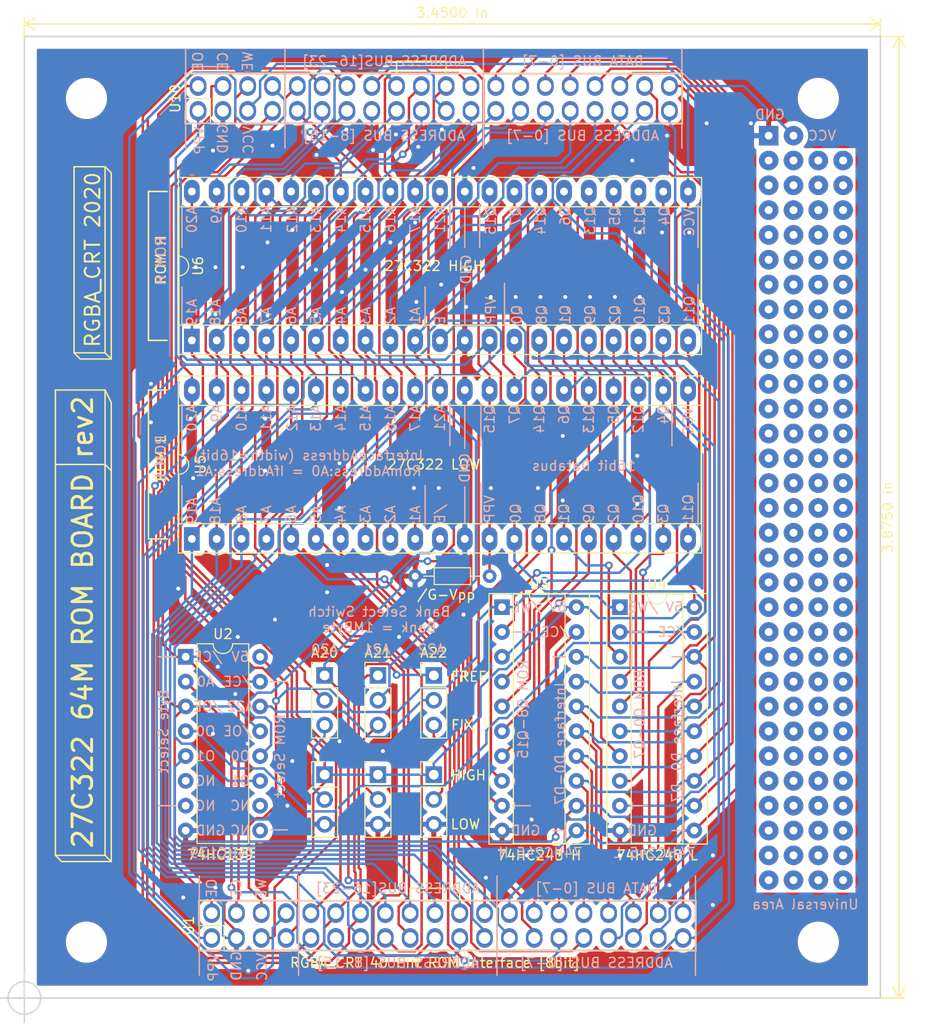
<source format=kicad_pcb>
(kicad_pcb (version 20171130) (host pcbnew "(5.1.5)-3")
  (title_block (title "27C322 ROM BOARD") (date 2020-07-11) (rev rev2) (company RGBA_CRT))
  (layers (0 F.Cu signal) (31 B.Cu signal) (34 B.Paste user) (35 F.Paste user) (36 B.SilkS user) (37 F.SilkS user) (38 B.Mask user) (39 F.Mask user) (44 Edge.Cuts user))
  (net 0 "")
  (net 1 GND)
  (net 2 "Net-(R1_VCC1-Pad1)")
  (net 3 /A20)
  (net 4 /A21)
  (net 5 +5V)
  (net 6 "Net-(U1-Pad39)")
  (net 7 "Net-(U1-Pad38)")
  (net 8 /A15)
  (net 9 /A14)
  (net 10 /A13)
  (net 11 /A12)
  (net 12 /A11)
  (net 13 /A19)
  (net 14 /A10)
  (net 15 /A18)
  (net 16 /A9)
  (net 17 /A17)
  (net 18 /A8)
  (net 19 /A16)
  (net 20 /A7)
  (net 21 /D7)
  (net 22 /A6)
  (net 23 /D6)
  (net 24 /A5)
  (net 25 /D5)
  (net 26 /A4)
  (net 27 /D4)
  (net 28 /A3)
  (net 29 /D3)
  (net 30 /A2)
  (net 31 /D2)
  (net 32 /A1)
  (net 33 /D1)
  (net 34 /A0)
  (net 35 /D0)
  (net 36 "Net-(U2-Pad4)")
  (net 37 /Q11)
  (net 38 /Q3)
  (net 39 /Q10)
  (net 40 /Q2)
  (net 41 /Q9)
  (net 42 /Q1)
  (net 43 /Q8)
  (net 44 /Q0)
  (net 45 /Q15)
  (net 46 /Q7)
  (net 47 /Q14)
  (net 48 /Q6)
  (net 49 /Q13)
  (net 50 /Q5)
  (net 51 /Q12)
  (net 52 /Q4)
  (net 53 "Net-(U2-Pad12)")
  (net 54 "Net-(U2-Pad11)")
  (net 55 /IF_A20)
  (net 56 "Net-(SW_A20-Pad3)")
  (net 57 /IF_A21)
  (net 58 "Net-(SWA21_HL1-Pad2)")
  (net 59 /IF_A22)
  (net 60 /A22)
  (net 61 "Net-(SW_A22-Pad3)")
  (net 62 /OE)
  (net 63 "Net-(U2-Pad5)")
  (net 64 "Net-(U1-Pad4)")
  (net 65 "Net-(U1-Pad37)")
  (net 66 /IF_A23)
  (module ROM_INTERFACE:RGBA_CRT_ROM_INTERFACE (layer F.Cu) (at 86.36 46.99)
    (fp_text reference U10 (at -25.19 -1.27 -270) (layer F.SilkS))
    (fp_text value RGBA_CRT_ROM_INTERFACE)
    (fp_text user GND (at -20.33 2.86 -270) (layer B.SilkS) (effects (justify mirror)))
    (fp_text user VPP (at -22.69 3.05 -270) (layer B.SilkS) (effects (justify mirror)))
    (fp_text user VCC (at -17.7 2.97 -270) (layer B.SilkS) (effects (justify mirror)))
    (fp_text user "ADDRESS BUS [8-15]" (at -3.81 2.54) (layer B.SilkS) (effects (justify mirror)))
    (fp_text user "ADDRESS BUS [0-7]" (at 16.51 2.54) (layer B.SilkS) (effects (justify mirror)))
    (fp_text user OE (at -22.86 -5.08 -270) (layer B.SilkS) (effects (justify mirror)))
    (fp_text user CE (at -20.32 -5.08 -270) (layer B.SilkS) (effects (justify mirror)))
    (fp_text user WE (at -17.78 -5.08 -270) (layer B.SilkS) (effects (justify mirror)))
    (fp_text user "ADDRESS BUS[16-23]" (at -3.81 -5.08 180) (layer B.SilkS) (effects (justify mirror)))
    (fp_text user "DATA BUS [0-7]" (at 16.51 -5.08 180) (layer B.SilkS) (effects (justify mirror)))
    (pad 1 thru_hole oval (at -22.86 0 90) (size 2 1.7) (drill 1.2) (layers *.Cu *.Mask) (net 2 "Net-(R1_VCC1-Pad1)"))
    (pad 40 thru_hole oval (at -22.86 -2.54 90) (size 2 1.7) (drill 1.2) (layers *.Cu *.Mask) (net 62 /OE))
    (pad 2 thru_hole oval (at -20.32 0 90) (size 2 1.7) (drill 1.2) (layers *.Cu *.Mask) (net 1 GND))
    (pad 39 thru_hole oval (at -20.32 -2.54 90) (size 2 1.7) (drill 1.2) (layers *.Cu *.Mask) (net 6 "Net-(U1-Pad39)"))
    (pad 3 thru_hole oval (at -17.78 0 90) (size 2 1.7) (drill 1.2) (layers *.Cu *.Mask) (net 5 +5V))
    (pad 38 thru_hole oval (at -17.78 -2.54 90) (size 2 1.7) (drill 1.2) (layers *.Cu *.Mask) (net 7 "Net-(U1-Pad38)"))
    (pad 4 thru_hole oval (at -15.24 0 90) (size 2 1.7) (drill 1.2) (layers *.Cu *.Mask) (net 64 "Net-(U1-Pad4)"))
    (pad 37 thru_hole oval (at -15.24 -2.54 90) (size 2 1.7) (drill 1.2) (layers *.Cu *.Mask) (net 65 "Net-(U1-Pad37)"))
    (pad 5 thru_hole oval (at -12.7 0 90) (size 2 1.7) (drill 1.2) (layers *.Cu *.Mask) (net 8 /A15))
    (pad 36 thru_hole oval (at -12.7 -2.54 90) (size 2 1.7) (drill 1.2) (layers *.Cu *.Mask) (net 66 /IF_A23))
    (pad 6 thru_hole oval (at -10.16 0 90) (size 2 1.7) (drill 1.2) (layers *.Cu *.Mask) (net 9 /A14))
    (pad 35 thru_hole oval (at -10.16 -2.54 90) (size 2 1.7) (drill 1.2) (layers *.Cu *.Mask) (net 59 /IF_A22))
    (pad 7 thru_hole oval (at -7.62 0 90) (size 2 1.7) (drill 1.2) (layers *.Cu *.Mask) (net 10 /A13))
    (pad 34 thru_hole oval (at -7.62 -2.54 90) (size 2 1.7) (drill 1.2) (layers *.Cu *.Mask) (net 57 /IF_A21))
    (pad 8 thru_hole oval (at -5.08 0 90) (size 2 1.7) (drill 1.2) (layers *.Cu *.Mask) (net 11 /A12))
    (pad 33 thru_hole oval (at -5.08 -2.54 90) (size 2 1.7) (drill 1.2) (layers *.Cu *.Mask) (net 55 /IF_A20))
    (pad 9 thru_hole oval (at -2.54 0 90) (size 2 1.7) (drill 1.2) (layers *.Cu *.Mask) (net 12 /A11))
    (pad 32 thru_hole oval (at -2.54 -2.54 90) (size 2 1.7) (drill 1.2) (layers *.Cu *.Mask) (net 13 /A19))
    (pad 10 thru_hole oval (at 0 0 90) (size 2 1.7) (drill 1.2) (layers *.Cu *.Mask) (net 14 /A10))
    (pad 31 thru_hole oval (at 0 -2.54 90) (size 2 1.7) (drill 1.2) (layers *.Cu *.Mask) (net 15 /A18))
    (pad 11 thru_hole oval (at 2.54 0 90) (size 2 1.7) (drill 1.2) (layers *.Cu *.Mask) (net 16 /A9))
    (pad 30 thru_hole oval (at 2.54 -2.54 90) (size 2 1.7) (drill 1.2) (layers *.Cu *.Mask) (net 17 /A17))
    (pad 12 thru_hole oval (at 5.08 0 90) (size 2 1.7) (drill 1.2) (layers *.Cu *.Mask) (net 18 /A8))
    (pad 29 thru_hole oval (at 5.08 -2.54 90) (size 2 1.7) (drill 1.2) (layers *.Cu *.Mask) (net 19 /A16))
    (pad 13 thru_hole oval (at 7.62 0 90) (size 2 1.7) (drill 1.2) (layers *.Cu *.Mask) (net 20 /A7))
    (pad 28 thru_hole oval (at 7.62 -2.54 90) (size 2 1.7) (drill 1.2) (layers *.Cu *.Mask) (net 21 /D7))
    (pad 14 thru_hole oval (at 10.16 0 90) (size 2 1.7) (drill 1.2) (layers *.Cu *.Mask) (net 22 /A6))
    (pad 27 thru_hole oval (at 10.16 -2.54 90) (size 2 1.7) (drill 1.2) (layers *.Cu *.Mask) (net 23 /D6))
    (pad 15 thru_hole oval (at 12.7 0 90) (size 2 1.7) (drill 1.2) (layers *.Cu *.Mask) (net 24 /A5))
    (pad 26 thru_hole oval (at 12.7 -2.54 90) (size 2 1.7) (drill 1.2) (layers *.Cu *.Mask) (net 25 /D5))
    (pad 16 thru_hole oval (at 15.24 0 90) (size 2 1.7) (drill 1.2) (layers *.Cu *.Mask) (net 26 /A4))
    (pad 25 thru_hole oval (at 15.24 -2.54 90) (size 2 1.7) (drill 1.2) (layers *.Cu *.Mask) (net 27 /D4))
    (pad 17 thru_hole oval (at 17.78 0 90) (size 2 1.7) (drill 1.2) (layers *.Cu *.Mask) (net 28 /A3))
    (pad 24 thru_hole oval (at 17.78 -2.54 90) (size 2 1.7) (drill 1.2) (layers *.Cu *.Mask) (net 29 /D3))
    (pad 18 thru_hole oval (at 20.32 0 90) (size 2 1.7) (drill 1.2) (layers *.Cu *.Mask) (net 30 /A2))
    (pad 23 thru_hole oval (at 20.32 -2.54 90) (size 2 1.7) (drill 1.2) (layers *.Cu *.Mask) (net 31 /D2))
    (pad 19 thru_hole oval (at 22.86 0 90) (size 2 1.7) (drill 1.2) (layers *.Cu *.Mask) (net 32 /A1))
    (pad 22 thru_hole oval (at 22.86 -2.54 90) (size 2 1.7) (drill 1.2) (layers *.Cu *.Mask) (net 33 /D1))
    (pad 20 thru_hole oval (at 25.4 0 90) (size 2 1.7) (drill 1.2) (layers *.Cu *.Mask) (net 34 /A0))
    (pad 21 thru_hole oval (at 25.4 -2.54 90) (size 2 1.7) (drill 1.2) (layers *.Cu *.Mask) (net 35 /D0))
  )
  (module ROM_INTERFACE:RGBA_CRT_ROM_INTERFACE (layer F.Cu) (at 87.7508 131.648)
    (fp_text reference U1 (at -25.19 -1.27 90) (layer F.SilkS))
    (fp_text value RGBA_CRT_ROM_INTERFACE)
    (fp_text user "DATA BUS [0-7]" (at 16.51 -5.08 180) (layer B.SilkS) (effects (justify mirror)))
    (fp_text user "ADDRESS BUS[16-23]" (at -3.81 -5.08 180) (layer B.SilkS) (effects (justify mirror)))
    (fp_text user WE (at -17.78 -5.08 90) (layer B.SilkS) (effects (justify mirror)))
    (fp_text user CE (at -20.32 -5.08 90) (layer B.SilkS) (effects (justify mirror)))
    (fp_text user OE (at -22.86 -5.08 90) (layer B.SilkS) (effects (justify mirror)))
    (fp_text user "ADDRESS BUS [0-7]" (at 16.51 2.54) (layer B.SilkS) (effects (justify mirror)))
    (fp_text user "ADDRESS BUS [8-15]" (at -3.81 2.54) (layer B.SilkS) (effects (justify mirror)))
    (fp_text user VCC (at -17.7 2.97 90) (layer B.SilkS) (effects (justify mirror)))
    (fp_text user VPP (at -22.69 3.05 90) (layer B.SilkS) (effects (justify mirror)))
    (fp_text user GND (at -20.33 2.86 90) (layer B.SilkS) (effects (justify mirror)))
    (fp_text user "RGBA_CRT 40 PIN ROM Interface [8bit]" (at 0 2.54) (layer F.SilkS))
    (pad 21 thru_hole oval (at 25.4 -2.54 90) (size 2 1.7) (drill 1.2) (layers *.Cu *.Mask) (net 35 /D0))
    (pad 20 thru_hole oval (at 25.4 0 90) (size 2 1.7) (drill 1.2) (layers *.Cu *.Mask) (net 34 /A0))
    (pad 22 thru_hole oval (at 22.86 -2.54 90) (size 2 1.7) (drill 1.2) (layers *.Cu *.Mask) (net 33 /D1))
    (pad 19 thru_hole oval (at 22.86 0 90) (size 2 1.7) (drill 1.2) (layers *.Cu *.Mask) (net 32 /A1))
    (pad 23 thru_hole oval (at 20.32 -2.54 90) (size 2 1.7) (drill 1.2) (layers *.Cu *.Mask) (net 31 /D2))
    (pad 18 thru_hole oval (at 20.32 0 90) (size 2 1.7) (drill 1.2) (layers *.Cu *.Mask) (net 30 /A2))
    (pad 24 thru_hole oval (at 17.78 -2.54 90) (size 2 1.7) (drill 1.2) (layers *.Cu *.Mask) (net 29 /D3))
    (pad 17 thru_hole oval (at 17.78 0 90) (size 2 1.7) (drill 1.2) (layers *.Cu *.Mask) (net 28 /A3))
    (pad 25 thru_hole oval (at 15.24 -2.54 90) (size 2 1.7) (drill 1.2) (layers *.Cu *.Mask) (net 27 /D4))
    (pad 16 thru_hole oval (at 15.24 0 90) (size 2 1.7) (drill 1.2) (layers *.Cu *.Mask) (net 26 /A4))
    (pad 26 thru_hole oval (at 12.7 -2.54 90) (size 2 1.7) (drill 1.2) (layers *.Cu *.Mask) (net 25 /D5))
    (pad 15 thru_hole oval (at 12.7 0 90) (size 2 1.7) (drill 1.2) (layers *.Cu *.Mask) (net 24 /A5))
    (pad 27 thru_hole oval (at 10.16 -2.54 90) (size 2 1.7) (drill 1.2) (layers *.Cu *.Mask) (net 23 /D6))
    (pad 14 thru_hole oval (at 10.16 0 90) (size 2 1.7) (drill 1.2) (layers *.Cu *.Mask) (net 22 /A6))
    (pad 28 thru_hole oval (at 7.62 -2.54 90) (size 2 1.7) (drill 1.2) (layers *.Cu *.Mask) (net 21 /D7))
    (pad 13 thru_hole oval (at 7.62 0 90) (size 2 1.7) (drill 1.2) (layers *.Cu *.Mask) (net 20 /A7))
    (pad 29 thru_hole oval (at 5.08 -2.54 90) (size 2 1.7) (drill 1.2) (layers *.Cu *.Mask) (net 19 /A16))
    (pad 12 thru_hole oval (at 5.08 0 90) (size 2 1.7) (drill 1.2) (layers *.Cu *.Mask) (net 18 /A8))
    (pad 30 thru_hole oval (at 2.54 -2.54 90) (size 2 1.7) (drill 1.2) (layers *.Cu *.Mask) (net 17 /A17))
    (pad 11 thru_hole oval (at 2.54 0 90) (size 2 1.7) (drill 1.2) (layers *.Cu *.Mask) (net 16 /A9))
    (pad 31 thru_hole oval (at 0 -2.54 90) (size 2 1.7) (drill 1.2) (layers *.Cu *.Mask) (net 15 /A18))
    (pad 10 thru_hole oval (at 0 0 90) (size 2 1.7) (drill 1.2) (layers *.Cu *.Mask) (net 14 /A10))
    (pad 32 thru_hole oval (at -2.54 -2.54 90) (size 2 1.7) (drill 1.2) (layers *.Cu *.Mask) (net 13 /A19))
    (pad 9 thru_hole oval (at -2.54 0 90) (size 2 1.7) (drill 1.2) (layers *.Cu *.Mask) (net 12 /A11))
    (pad 33 thru_hole oval (at -5.08 -2.54 90) (size 2 1.7) (drill 1.2) (layers *.Cu *.Mask) (net 55 /IF_A20))
    (pad 8 thru_hole oval (at -5.08 0 90) (size 2 1.7) (drill 1.2) (layers *.Cu *.Mask) (net 11 /A12))
    (pad 34 thru_hole oval (at -7.62 -2.54 90) (size 2 1.7) (drill 1.2) (layers *.Cu *.Mask) (net 57 /IF_A21))
    (pad 7 thru_hole oval (at -7.62 0 90) (size 2 1.7) (drill 1.2) (layers *.Cu *.Mask) (net 10 /A13))
    (pad 35 thru_hole oval (at -10.16 -2.54 90) (size 2 1.7) (drill 1.2) (layers *.Cu *.Mask) (net 59 /IF_A22))
    (pad 6 thru_hole oval (at -10.16 0 90) (size 2 1.7) (drill 1.2) (layers *.Cu *.Mask) (net 9 /A14))
    (pad 36 thru_hole oval (at -12.7 -2.54 90) (size 2 1.7) (drill 1.2) (layers *.Cu *.Mask) (net 66 /IF_A23))
    (pad 5 thru_hole oval (at -12.7 0 90) (size 2 1.7) (drill 1.2) (layers *.Cu *.Mask) (net 8 /A15))
    (pad 37 thru_hole oval (at -15.24 -2.54 90) (size 2 1.7) (drill 1.2) (layers *.Cu *.Mask) (net 65 "Net-(U1-Pad37)"))
    (pad 4 thru_hole oval (at -15.24 0 90) (size 2 1.7) (drill 1.2) (layers *.Cu *.Mask) (net 64 "Net-(U1-Pad4)"))
    (pad 38 thru_hole oval (at -17.78 -2.54 90) (size 2 1.7) (drill 1.2) (layers *.Cu *.Mask) (net 7 "Net-(U1-Pad38)"))
    (pad 3 thru_hole oval (at -17.78 0 90) (size 2 1.7) (drill 1.2) (layers *.Cu *.Mask) (net 5 +5V))
    (pad 39 thru_hole oval (at -20.32 -2.54 90) (size 2 1.7) (drill 1.2) (layers *.Cu *.Mask) (net 6 "Net-(U1-Pad39)"))
    (pad 2 thru_hole oval (at -20.32 0 90) (size 2 1.7) (drill 1.2) (layers *.Cu *.Mask) (net 1 GND))
    (pad 40 thru_hole oval (at -22.86 -2.54 90) (size 2 1.7) (drill 1.2) (layers *.Cu *.Mask) (net 62 /OE))
    (pad 1 thru_hole oval (at -22.86 0 90) (size 2 1.7) (drill 1.2) (layers *.Cu *.Mask) (net 2 "Net-(R1_VCC1-Pad1)"))
  )
  (module Wire_Pads:SolderWirePad_single_0-8mmDrill (layer F.Cu) (at 124.46 49.53)
    (fp_text reference VCC (at 2.921 0) (layer B.SilkS) (effects (justify mirror)))
    (fp_text value SolderWirePad_single_0-8mmDrill)
    (pad 1 thru_hole circle (at 0 0) (size 1.99898 1.99898) (drill 0.8001) (layers *.Cu B.Mask) (net 5 +5V))
  )
  (module Wire_Pads:SolderWirePad_single_0-8mmDrill (layer F.Cu) (at 121.92 49.53)
    (fp_text reference GND (at 0.127 -2.159) (layer B.SilkS) (effects (justify mirror)))
    (fp_text value SolderWirePad_single_0-8mmDrill)
    (pad 1 thru_hole rect (at 0 0) (size 1.99898 1.99898) (drill 0.8001) (layers *.Cu B.Mask) (net 1 GND))
  )
  (module Housings_DIP:DIP-42_W15.24mm_Socket_LongPads (layer F.Cu) (at 62.865 70.485 90)
    (fp_text reference U6 (at 7.62 0.635 90) (layer F.SilkS))
    (fp_text value 27C322_H)
    (pad 42 thru_hole oval (at 15.24 0 90) (size 2.4 1.6) (drill 0.8) (layers *.Cu *.Mask) (net 3 /A20))
    (pad 21 thru_hole oval (at 0 50.8 90) (size 2.4 1.6) (drill 0.8) (layers *.Cu *.Mask) (net 37 /Q11))
    (pad 41 thru_hole oval (at 15.24 2.54 90) (size 2.4 1.6) (drill 0.8) (layers *.Cu *.Mask) (net 16 /A9))
    (pad 20 thru_hole oval (at 0 48.26 90) (size 2.4 1.6) (drill 0.8) (layers *.Cu *.Mask) (net 38 /Q3))
    (pad 40 thru_hole oval (at 15.24 5.08 90) (size 2.4 1.6) (drill 0.8) (layers *.Cu *.Mask) (net 14 /A10))
    (pad 19 thru_hole oval (at 0 45.72 90) (size 2.4 1.6) (drill 0.8) (layers *.Cu *.Mask) (net 39 /Q10))
    (pad 39 thru_hole oval (at 15.24 7.62 90) (size 2.4 1.6) (drill 0.8) (layers *.Cu *.Mask) (net 12 /A11))
    (pad 18 thru_hole oval (at 0 43.18 90) (size 2.4 1.6) (drill 0.8) (layers *.Cu *.Mask) (net 40 /Q2))
    (pad 38 thru_hole oval (at 15.24 10.16 90) (size 2.4 1.6) (drill 0.8) (layers *.Cu *.Mask) (net 11 /A12))
    (pad 17 thru_hole oval (at 0 40.64 90) (size 2.4 1.6) (drill 0.8) (layers *.Cu *.Mask) (net 41 /Q9))
    (pad 37 thru_hole oval (at 15.24 12.7 90) (size 2.4 1.6) (drill 0.8) (layers *.Cu *.Mask) (net 10 /A13))
    (pad 16 thru_hole oval (at 0 38.1 90) (size 2.4 1.6) (drill 0.8) (layers *.Cu *.Mask) (net 42 /Q1))
    (pad 36 thru_hole oval (at 15.24 15.24 90) (size 2.4 1.6) (drill 0.8) (layers *.Cu *.Mask) (net 9 /A14))
    (pad 15 thru_hole oval (at 0 35.56 90) (size 2.4 1.6) (drill 0.8) (layers *.Cu *.Mask) (net 43 /Q8))
    (pad 35 thru_hole oval (at 15.24 17.78 90) (size 2.4 1.6) (drill 0.8) (layers *.Cu *.Mask) (net 8 /A15))
    (pad 14 thru_hole oval (at 0 33.02 90) (size 2.4 1.6) (drill 0.8) (layers *.Cu *.Mask) (net 44 /Q0))
    (pad 34 thru_hole oval (at 15.24 20.32 90) (size 2.4 1.6) (drill 0.8) (layers *.Cu *.Mask) (net 19 /A16))
    (pad 13 thru_hole oval (at 0 30.48 90) (size 2.4 1.6) (drill 0.8) (layers *.Cu *.Mask) (net 2 "Net-(R1_VCC1-Pad1)"))
    (pad 33 thru_hole oval (at 15.24 22.86 90) (size 2.4 1.6) (drill 0.8) (layers *.Cu *.Mask) (net 17 /A17))
    (pad 12 thru_hole oval (at 0 27.94 90) (size 2.4 1.6) (drill 0.8) (layers *.Cu *.Mask) (net 1 GND))
    (pad 32 thru_hole oval (at 15.24 25.4 90) (size 2.4 1.6) (drill 0.8) (layers *.Cu *.Mask) (net 4 /A21))
    (pad 11 thru_hole oval (at 0 25.4 90) (size 2.4 1.6) (drill 0.8) (layers *.Cu *.Mask) (net 54 "Net-(U2-Pad11)"))
    (pad 31 thru_hole oval (at 15.24 27.94 90) (size 2.4 1.6) (drill 0.8) (layers *.Cu *.Mask) (net 1 GND))
    (pad 10 thru_hole oval (at 0 22.86 90) (size 2.4 1.6) (drill 0.8) (layers *.Cu *.Mask) (net 32 /A1))
    (pad 30 thru_hole oval (at 15.24 30.48 90) (size 2.4 1.6) (drill 0.8) (layers *.Cu *.Mask) (net 45 /Q15))
    (pad 9 thru_hole oval (at 0 20.32 90) (size 2.4 1.6) (drill 0.8) (layers *.Cu *.Mask) (net 30 /A2))
    (pad 29 thru_hole oval (at 15.24 33.02 90) (size 2.4 1.6) (drill 0.8) (layers *.Cu *.Mask) (net 46 /Q7))
    (pad 8 thru_hole oval (at 0 17.78 90) (size 2.4 1.6) (drill 0.8) (layers *.Cu *.Mask) (net 28 /A3))
    (pad 28 thru_hole oval (at 15.24 35.56 90) (size 2.4 1.6) (drill 0.8) (layers *.Cu *.Mask) (net 47 /Q14))
    (pad 7 thru_hole oval (at 0 15.24 90) (size 2.4 1.6) (drill 0.8) (layers *.Cu *.Mask) (net 26 /A4))
    (pad 27 thru_hole oval (at 15.24 38.1 90) (size 2.4 1.6) (drill 0.8) (layers *.Cu *.Mask) (net 48 /Q6))
    (pad 6 thru_hole oval (at 0 12.7 90) (size 2.4 1.6) (drill 0.8) (layers *.Cu *.Mask) (net 24 /A5))
    (pad 26 thru_hole oval (at 15.24 40.64 90) (size 2.4 1.6) (drill 0.8) (layers *.Cu *.Mask) (net 49 /Q13))
    (pad 5 thru_hole oval (at 0 10.16 90) (size 2.4 1.6) (drill 0.8) (layers *.Cu *.Mask) (net 22 /A6))
    (pad 25 thru_hole oval (at 15.24 43.18 90) (size 2.4 1.6) (drill 0.8) (layers *.Cu *.Mask) (net 50 /Q5))
    (pad 4 thru_hole oval (at 0 7.62 90) (size 2.4 1.6) (drill 0.8) (layers *.Cu *.Mask) (net 20 /A7))
    (pad 24 thru_hole oval (at 15.24 45.72 90) (size 2.4 1.6) (drill 0.8) (layers *.Cu *.Mask) (net 51 /Q12))
    (pad 3 thru_hole oval (at 0 5.08 90) (size 2.4 1.6) (drill 0.8) (layers *.Cu *.Mask) (net 18 /A8))
    (pad 23 thru_hole oval (at 15.24 48.26 90) (size 2.4 1.6) (drill 0.8) (layers *.Cu *.Mask) (net 52 /Q4))
    (pad 2 thru_hole oval (at 0 2.54 90) (size 2.4 1.6) (drill 0.8) (layers *.Cu *.Mask) (net 15 /A18))
    (pad 22 thru_hole oval (at 15.24 50.8 90) (size 2.4 1.6) (drill 0.8) (layers *.Cu *.Mask) (net 5 +5V))
    (pad 1 thru_hole rect (at 0 0 90) (size 2.4 1.6) (drill 0.8) (layers *.Cu *.Mask) (net 13 /A19))
  )
  (module Wire_Pads:SolderWirePad_4xSquare_0-8mmDrill (layer F.Cu) (at 125.73 63.5)
    (fp_text reference "Universal Area" (at -0.0635 64.7065) (layer B.SilkS) (effects (justify mirror)))
    (fp_text value SolderWirePad_4xSquare_0-8mmDrill)
    (pad 1 thru_hole circle (at -3.81 -11.43) (size 1.99898 1.99898) (drill 0.8001) (layers B.Cu B.Mask))
    (pad 2 thru_hole circle (at -1.27 -11.43) (size 1.99898 1.99898) (drill 0.8001) (layers B.Cu B.Mask))
    (pad 3 thru_hole circle (at 1.27 -11.43) (size 1.99898 1.99898) (drill 0.8001) (layers B.Cu B.Mask))
    (pad 4 thru_hole circle (at 3.81 -11.43) (size 1.99898 1.99898) (drill 0.8001) (layers B.Cu B.Mask))
    (pad 5 thru_hole circle (at -3.81 -8.89) (size 1.99898 1.99898) (drill 0.8001) (layers B.Cu B.Mask))
    (pad 6 thru_hole circle (at -1.27 -8.89) (size 1.99898 1.99898) (drill 0.8001) (layers B.Cu B.Mask))
    (pad 7 thru_hole circle (at 1.27 -8.89) (size 1.99898 1.99898) (drill 0.8001) (layers B.Cu B.Mask))
    (pad 8 thru_hole circle (at 3.81 -8.89) (size 1.99898 1.99898) (drill 0.8001) (layers B.Cu B.Mask))
    (pad 9 thru_hole circle (at -3.81 -6.35) (size 1.99898 1.99898) (drill 0.8001) (layers B.Cu B.Mask))
    (pad 10 thru_hole circle (at -1.27 -6.35) (size 1.99898 1.99898) (drill 0.8001) (layers B.Cu B.Mask))
    (pad 11 thru_hole circle (at 1.27 -6.35) (size 1.99898 1.99898) (drill 0.8001) (layers B.Cu B.Mask))
    (pad 12 thru_hole circle (at 3.81 -6.35) (size 1.99898 1.99898) (drill 0.8001) (layers B.Cu B.Mask))
    (pad 13 thru_hole circle (at -3.81 -3.81) (size 1.99898 1.99898) (drill 0.8001) (layers B.Cu B.Mask))
    (pad 14 thru_hole circle (at -1.27 -3.81) (size 1.99898 1.99898) (drill 0.8001) (layers B.Cu B.Mask))
    (pad 15 thru_hole circle (at 1.27 -3.81) (size 1.99898 1.99898) (drill 0.8001) (layers B.Cu B.Mask))
    (pad 16 thru_hole circle (at 3.81 -3.81) (size 1.99898 1.99898) (drill 0.8001) (layers B.Cu B.Mask))
    (pad 17 thru_hole circle (at -3.81 -1.27) (size 1.99898 1.99898) (drill 0.8001) (layers B.Cu B.Mask))
    (pad 18 thru_hole circle (at -1.27 -1.27) (size 1.99898 1.99898) (drill 0.8001) (layers B.Cu B.Mask))
    (pad 19 thru_hole circle (at 1.27 -1.27) (size 1.99898 1.99898) (drill 0.8001) (layers B.Cu B.Mask))
    (pad 20 thru_hole circle (at 3.81 -1.27) (size 1.99898 1.99898) (drill 0.8001) (layers B.Cu B.Mask))
    (pad 21 thru_hole circle (at -3.81 1.27) (size 1.99898 1.99898) (drill 0.8001) (layers B.Cu B.Mask))
    (pad 22 thru_hole circle (at -1.27 1.27) (size 1.99898 1.99898) (drill 0.8001) (layers B.Cu B.Mask))
    (pad 23 thru_hole circle (at 1.27 1.27) (size 1.99898 1.99898) (drill 0.8001) (layers B.Cu B.Mask))
    (pad 24 thru_hole circle (at 3.81 1.27) (size 1.99898 1.99898) (drill 0.8001) (layers B.Cu B.Mask))
    (pad 25 thru_hole circle (at -3.81 3.81) (size 1.99898 1.99898) (drill 0.8001) (layers B.Cu B.Mask))
    (pad 26 thru_hole circle (at -1.27 3.81) (size 1.99898 1.99898) (drill 0.8001) (layers B.Cu B.Mask))
    (pad 27 thru_hole circle (at 1.27 3.81) (size 1.99898 1.99898) (drill 0.8001) (layers B.Cu B.Mask))
    (pad 28 thru_hole circle (at 3.81 3.81) (size 1.99898 1.99898) (drill 0.8001) (layers B.Cu B.Mask))
    (pad 29 thru_hole circle (at -3.81 6.35) (size 1.99898 1.99898) (drill 0.8001) (layers B.Cu B.Mask))
    (pad 30 thru_hole circle (at -1.27 6.35) (size 1.99898 1.99898) (drill 0.8001) (layers B.Cu B.Mask))
    (pad 31 thru_hole circle (at 1.27 6.35) (size 1.99898 1.99898) (drill 0.8001) (layers B.Cu B.Mask))
    (pad 32 thru_hole circle (at 3.81 6.35) (size 1.99898 1.99898) (drill 0.8001) (layers B.Cu B.Mask))
    (pad 33 thru_hole circle (at -3.81 8.89) (size 1.99898 1.99898) (drill 0.8001) (layers B.Cu B.Mask))
    (pad 34 thru_hole circle (at -1.27 8.89) (size 1.99898 1.99898) (drill 0.8001) (layers B.Cu B.Mask))
    (pad 35 thru_hole circle (at 1.27 8.89) (size 1.99898 1.99898) (drill 0.8001) (layers B.Cu B.Mask))
    (pad 36 thru_hole circle (at 3.81 8.89) (size 1.99898 1.99898) (drill 0.8001) (layers B.Cu B.Mask))
    (pad 37 thru_hole circle (at -3.81 11.43) (size 1.99898 1.99898) (drill 0.8001) (layers B.Cu B.Mask))
    (pad 38 thru_hole circle (at -1.27 11.43) (size 1.99898 1.99898) (drill 0.8001) (layers B.Cu B.Mask))
    (pad 39 thru_hole circle (at 1.27 11.43) (size 1.99898 1.99898) (drill 0.8001) (layers B.Cu B.Mask))
    (pad 40 thru_hole circle (at 3.81 11.43) (size 1.99898 1.99898) (drill 0.8001) (layers B.Cu B.Mask))
    (pad 41 thru_hole circle (at -3.81 13.97) (size 1.99898 1.99898) (drill 0.8001) (layers B.Cu B.Mask))
    (pad 42 thru_hole circle (at -1.27 13.97) (size 1.99898 1.99898) (drill 0.8001) (layers B.Cu B.Mask))
    (pad 43 thru_hole circle (at 1.27 13.97) (size 1.99898 1.99898) (drill 0.8001) (layers B.Cu B.Mask))
    (pad 44 thru_hole circle (at 3.81 13.97) (size 1.99898 1.99898) (drill 0.8001) (layers B.Cu B.Mask))
    (pad 45 thru_hole circle (at -3.81 16.51) (size 1.99898 1.99898) (drill 0.8001) (layers B.Cu B.Mask))
    (pad 46 thru_hole circle (at -1.27 16.51) (size 1.99898 1.99898) (drill 0.8001) (layers B.Cu B.Mask))
    (pad 47 thru_hole circle (at 1.27 16.51) (size 1.99898 1.99898) (drill 0.8001) (layers B.Cu B.Mask))
    (pad 48 thru_hole circle (at 3.81 16.51) (size 1.99898 1.99898) (drill 0.8001) (layers B.Cu B.Mask))
    (pad 49 thru_hole circle (at -3.81 19.05) (size 1.99898 1.99898) (drill 0.8001) (layers B.Cu B.Mask))
    (pad 50 thru_hole circle (at -1.27 19.05) (size 1.99898 1.99898) (drill 0.8001) (layers B.Cu B.Mask))
    (pad 51 thru_hole circle (at 1.27 19.05) (size 1.99898 1.99898) (drill 0.8001) (layers B.Cu B.Mask))
    (pad 52 thru_hole circle (at 3.81 19.05) (size 1.99898 1.99898) (drill 0.8001) (layers B.Cu B.Mask))
    (pad 53 thru_hole circle (at -3.81 21.59) (size 1.99898 1.99898) (drill 0.8001) (layers B.Cu B.Mask))
    (pad 54 thru_hole circle (at -1.27 21.59) (size 1.99898 1.99898) (drill 0.8001) (layers B.Cu B.Mask))
    (pad 55 thru_hole circle (at 1.27 21.59) (size 1.99898 1.99898) (drill 0.8001) (layers B.Cu B.Mask))
    (pad 56 thru_hole circle (at 3.81 21.59) (size 1.99898 1.99898) (drill 0.8001) (layers B.Cu B.Mask))
    (pad 57 thru_hole circle (at -3.81 24.13) (size 1.99898 1.99898) (drill 0.8001) (layers B.Cu B.Mask))
    (pad 58 thru_hole circle (at -1.27 24.13) (size 1.99898 1.99898) (drill 0.8001) (layers B.Cu B.Mask))
    (pad 59 thru_hole circle (at 1.27 24.13) (size 1.99898 1.99898) (drill 0.8001) (layers B.Cu B.Mask))
    (pad 60 thru_hole circle (at 3.81 24.13) (size 1.99898 1.99898) (drill 0.8001) (layers B.Cu B.Mask))
    (pad 61 thru_hole circle (at -3.81 26.67) (size 1.99898 1.99898) (drill 0.8001) (layers B.Cu B.Mask))
    (pad 62 thru_hole circle (at -1.27 26.67) (size 1.99898 1.99898) (drill 0.8001) (layers B.Cu B.Mask))
    (pad 63 thru_hole circle (at 1.27 26.67) (size 1.99898 1.99898) (drill 0.8001) (layers B.Cu B.Mask))
    (pad 64 thru_hole circle (at 3.81 26.67) (size 1.99898 1.99898) (drill 0.8001) (layers B.Cu B.Mask))
    (pad 65 thru_hole circle (at -3.81 29.21) (size 1.99898 1.99898) (drill 0.8001) (layers B.Cu B.Mask))
    (pad 66 thru_hole circle (at -1.27 29.21) (size 1.99898 1.99898) (drill 0.8001) (layers B.Cu B.Mask))
    (pad 67 thru_hole circle (at 1.27 29.21) (size 1.99898 1.99898) (drill 0.8001) (layers B.Cu B.Mask))
    (pad 68 thru_hole circle (at 3.81 29.21) (size 1.99898 1.99898) (drill 0.8001) (layers B.Cu B.Mask))
    (pad 69 thru_hole circle (at -3.81 31.75) (size 1.99898 1.99898) (drill 0.8001) (layers B.Cu B.Mask))
    (pad 70 thru_hole circle (at -1.27 31.75) (size 1.99898 1.99898) (drill 0.8001) (layers B.Cu B.Mask))
    (pad 71 thru_hole circle (at 1.27 31.75) (size 1.99898 1.99898) (drill 0.8001) (layers B.Cu B.Mask))
    (pad 72 thru_hole circle (at 3.81 31.75) (size 1.99898 1.99898) (drill 0.8001) (layers B.Cu B.Mask))
    (pad 73 thru_hole circle (at -3.81 34.29) (size 1.99898 1.99898) (drill 0.8001) (layers B.Cu B.Mask))
    (pad 74 thru_hole circle (at -1.27 34.29) (size 1.99898 1.99898) (drill 0.8001) (layers B.Cu B.Mask))
    (pad 75 thru_hole circle (at 1.27 34.29) (size 1.99898 1.99898) (drill 0.8001) (layers B.Cu B.Mask))
    (pad 76 thru_hole circle (at 3.81 34.29) (size 1.99898 1.99898) (drill 0.8001) (layers B.Cu B.Mask))
    (pad 77 thru_hole circle (at -3.81 36.83) (size 1.99898 1.99898) (drill 0.8001) (layers B.Cu B.Mask))
    (pad 78 thru_hole circle (at -1.27 36.83) (size 1.99898 1.99898) (drill 0.8001) (layers B.Cu B.Mask))
    (pad 79 thru_hole circle (at 1.27 36.83) (size 1.99898 1.99898) (drill 0.8001) (layers B.Cu B.Mask))
    (pad 80 thru_hole circle (at 3.81 36.83) (size 1.99898 1.99898) (drill 0.8001) (layers B.Cu B.Mask))
    (pad 81 thru_hole circle (at -3.81 39.37) (size 1.99898 1.99898) (drill 0.8001) (layers B.Cu B.Mask))
    (pad 82 thru_hole circle (at -1.27 39.37) (size 1.99898 1.99898) (drill 0.8001) (layers B.Cu B.Mask))
    (pad 83 thru_hole circle (at 1.27 39.37) (size 1.99898 1.99898) (drill 0.8001) (layers B.Cu B.Mask))
    (pad 84 thru_hole circle (at 3.81 39.37) (size 1.99898 1.99898) (drill 0.8001) (layers B.Cu B.Mask))
    (pad 85 thru_hole circle (at -3.81 41.91) (size 1.99898 1.99898) (drill 0.8001) (layers B.Cu B.Mask))
    (pad 86 thru_hole circle (at -1.27 41.91) (size 1.99898 1.99898) (drill 0.8001) (layers B.Cu B.Mask))
    (pad 87 thru_hole circle (at 1.27 41.91) (size 1.99898 1.99898) (drill 0.8001) (layers B.Cu B.Mask))
    (pad 88 thru_hole circle (at 3.81 41.91) (size 1.99898 1.99898) (drill 0.8001) (layers B.Cu B.Mask))
    (pad 89 thru_hole circle (at -3.81 44.45) (size 1.99898 1.99898) (drill 0.8001) (layers B.Cu B.Mask))
    (pad 90 thru_hole circle (at -1.27 44.45) (size 1.99898 1.99898) (drill 0.8001) (layers B.Cu B.Mask))
    (pad 91 thru_hole circle (at 1.27 44.45) (size 1.99898 1.99898) (drill 0.8001) (layers B.Cu B.Mask))
    (pad 92 thru_hole circle (at 3.81 44.45) (size 1.99898 1.99898) (drill 0.8001) (layers B.Cu B.Mask))
    (pad 93 thru_hole circle (at -3.81 46.99) (size 1.99898 1.99898) (drill 0.8001) (layers B.Cu B.Mask))
    (pad 94 thru_hole circle (at -1.27 46.99) (size 1.99898 1.99898) (drill 0.8001) (layers B.Cu B.Mask))
    (pad 95 thru_hole circle (at 1.27 46.99) (size 1.99898 1.99898) (drill 0.8001) (layers B.Cu B.Mask))
    (pad 96 thru_hole circle (at 3.81 46.99) (size 1.99898 1.99898) (drill 0.8001) (layers B.Cu B.Mask))
    (pad 97 thru_hole circle (at -3.81 49.53) (size 1.99898 1.99898) (drill 0.8001) (layers B.Cu B.Mask))
    (pad 98 thru_hole circle (at -1.27 49.53) (size 1.99898 1.99898) (drill 0.8001) (layers B.Cu B.Mask))
    (pad 99 thru_hole circle (at 1.27 49.53) (size 1.99898 1.99898) (drill 0.8001) (layers B.Cu B.Mask))
    (pad 100 thru_hole circle (at 3.81 49.53) (size 1.99898 1.99898) (drill 0.8001) (layers B.Cu B.Mask))
    (pad 101 thru_hole circle (at -3.81 52.07) (size 1.99898 1.99898) (drill 0.8001) (layers B.Cu B.Mask))
    (pad 102 thru_hole circle (at -1.27 52.07) (size 1.99898 1.99898) (drill 0.8001) (layers B.Cu B.Mask))
    (pad 103 thru_hole circle (at 1.27 52.07) (size 1.99898 1.99898) (drill 0.8001) (layers B.Cu B.Mask))
    (pad 104 thru_hole circle (at 3.81 52.07) (size 1.99898 1.99898) (drill 0.8001) (layers B.Cu B.Mask))
    (pad 105 thru_hole circle (at -3.81 54.61) (size 1.99898 1.99898) (drill 0.8001) (layers B.Cu B.Mask))
    (pad 106 thru_hole circle (at -1.27 54.61) (size 1.99898 1.99898) (drill 0.8001) (layers B.Cu B.Mask))
    (pad 107 thru_hole circle (at 1.27 54.61) (size 1.99898 1.99898) (drill 0.8001) (layers B.Cu B.Mask))
    (pad 108 thru_hole circle (at 3.81 54.61) (size 1.99898 1.99898) (drill 0.8001) (layers B.Cu B.Mask))
    (pad 109 thru_hole circle (at -3.81 57.15) (size 1.99898 1.99898) (drill 0.8001) (layers B.Cu B.Mask))
    (pad 110 thru_hole circle (at -1.27 57.15) (size 1.99898 1.99898) (drill 0.8001) (layers B.Cu B.Mask))
    (pad 111 thru_hole circle (at 1.27 57.15) (size 1.99898 1.99898) (drill 0.8001) (layers B.Cu B.Mask))
    (pad 112 thru_hole circle (at 3.81 57.15) (size 1.99898 1.99898) (drill 0.8001) (layers B.Cu B.Mask))
    (pad 113 thru_hole circle (at -3.81 59.69) (size 1.99898 1.99898) (drill 0.8001) (layers B.Cu B.Mask))
    (pad 114 thru_hole circle (at -1.27 59.69) (size 1.99898 1.99898) (drill 0.8001) (layers B.Cu B.Mask))
    (pad 115 thru_hole circle (at 1.27 59.69) (size 1.99898 1.99898) (drill 0.8001) (layers B.Cu B.Mask))
    (pad 116 thru_hole circle (at 3.81 59.69) (size 1.99898 1.99898) (drill 0.8001) (layers B.Cu B.Mask))
    (pad 2 thru_hole circle (at -1.27 -11.43) (size 1.99898 1.99898) (drill 0.8001) (layers B.Cu B.Mask))
    (pad 3 thru_hole circle (at 1.27 -11.43) (size 1.99898 1.99898) (drill 0.8001) (layers B.Cu B.Mask))
    (pad 4 thru_hole circle (at 3.81 -11.43) (size 1.99898 1.99898) (drill 0.8001) (layers B.Cu B.Mask))
    (pad 5 thru_hole circle (at -3.81 -8.89) (size 1.99898 1.99898) (drill 0.8001) (layers B.Cu B.Mask))
    (pad 6 thru_hole circle (at -1.27 -8.89) (size 1.99898 1.99898) (drill 0.8001) (layers B.Cu B.Mask))
    (pad 7 thru_hole circle (at 1.27 -8.89) (size 1.99898 1.99898) (drill 0.8001) (layers B.Cu B.Mask))
    (pad 8 thru_hole circle (at 3.81 -8.89) (size 1.99898 1.99898) (drill 0.8001) (layers B.Cu B.Mask))
    (pad 9 thru_hole circle (at -3.81 -6.35) (size 1.99898 1.99898) (drill 0.8001) (layers B.Cu B.Mask))
    (pad 10 thru_hole circle (at -1.27 -6.35) (size 1.99898 1.99898) (drill 0.8001) (layers B.Cu B.Mask))
    (pad 11 thru_hole circle (at 1.27 -6.35) (size 1.99898 1.99898) (drill 0.8001) (layers B.Cu B.Mask))
    (pad 12 thru_hole circle (at 3.81 -6.35) (size 1.99898 1.99898) (drill 0.8001) (layers B.Cu B.Mask))
    (pad 13 thru_hole circle (at -3.81 -3.81) (size 1.99898 1.99898) (drill 0.8001) (layers B.Cu B.Mask))
    (pad 14 thru_hole circle (at -1.27 -3.81) (size 1.99898 1.99898) (drill 0.8001) (layers B.Cu B.Mask))
    (pad 15 thru_hole circle (at 1.27 -3.81) (size 1.99898 1.99898) (drill 0.8001) (layers B.Cu B.Mask))
    (pad 16 thru_hole circle (at 3.81 -3.81) (size 1.99898 1.99898) (drill 0.8001) (layers B.Cu B.Mask))
    (pad 17 thru_hole circle (at -3.81 -1.27) (size 1.99898 1.99898) (drill 0.8001) (layers B.Cu B.Mask))
    (pad 18 thru_hole circle (at -1.27 -1.27) (size 1.99898 1.99898) (drill 0.8001) (layers B.Cu B.Mask))
    (pad 19 thru_hole circle (at 1.27 -1.27) (size 1.99898 1.99898) (drill 0.8001) (layers B.Cu B.Mask))
    (pad 20 thru_hole circle (at 3.81 -1.27) (size 1.99898 1.99898) (drill 0.8001) (layers B.Cu B.Mask))
    (pad 21 thru_hole circle (at -3.81 1.27) (size 1.99898 1.99898) (drill 0.8001) (layers B.Cu B.Mask))
    (pad 22 thru_hole circle (at -1.27 1.27) (size 1.99898 1.99898) (drill 0.8001) (layers B.Cu B.Mask))
    (pad 23 thru_hole circle (at 1.27 1.27) (size 1.99898 1.99898) (drill 0.8001) (layers B.Cu B.Mask))
    (pad 24 thru_hole circle (at 3.81 1.27) (size 1.99898 1.99898) (drill 0.8001) (layers B.Cu B.Mask))
    (pad 25 thru_hole circle (at -3.81 3.81) (size 1.99898 1.99898) (drill 0.8001) (layers B.Cu B.Mask))
    (pad 26 thru_hole circle (at -1.27 3.81) (size 1.99898 1.99898) (drill 0.8001) (layers B.Cu B.Mask))
    (pad 27 thru_hole circle (at 1.27 3.81) (size 1.99898 1.99898) (drill 0.8001) (layers B.Cu B.Mask))
    (pad 28 thru_hole circle (at 3.81 3.81) (size 1.99898 1.99898) (drill 0.8001) (layers B.Cu B.Mask))
    (pad 29 thru_hole circle (at -3.81 6.35) (size 1.99898 1.99898) (drill 0.8001) (layers B.Cu B.Mask))
    (pad 30 thru_hole circle (at -1.27 6.35) (size 1.99898 1.99898) (drill 0.8001) (layers B.Cu B.Mask))
    (pad 31 thru_hole circle (at 1.27 6.35) (size 1.99898 1.99898) (drill 0.8001) (layers B.Cu B.Mask))
    (pad 32 thru_hole circle (at 3.81 6.35) (size 1.99898 1.99898) (drill 0.8001) (layers B.Cu B.Mask))
    (pad 33 thru_hole circle (at -3.81 8.89) (size 1.99898 1.99898) (drill 0.8001) (layers B.Cu B.Mask))
    (pad 34 thru_hole circle (at -1.27 8.89) (size 1.99898 1.99898) (drill 0.8001) (layers B.Cu B.Mask))
    (pad 35 thru_hole circle (at 1.27 8.89) (size 1.99898 1.99898) (drill 0.8001) (layers B.Cu B.Mask))
    (pad 36 thru_hole circle (at 3.81 8.89) (size 1.99898 1.99898) (drill 0.8001) (layers B.Cu B.Mask))
    (pad 37 thru_hole circle (at -3.81 11.43) (size 1.99898 1.99898) (drill 0.8001) (layers B.Cu B.Mask))
    (pad 38 thru_hole circle (at -1.27 11.43) (size 1.99898 1.99898) (drill 0.8001) (layers B.Cu B.Mask))
    (pad 39 thru_hole circle (at 1.27 11.43) (size 1.99898 1.99898) (drill 0.8001) (layers B.Cu B.Mask))
    (pad 40 thru_hole circle (at 3.81 11.43) (size 1.99898 1.99898) (drill 0.8001) (layers B.Cu B.Mask))
    (pad 41 thru_hole circle (at -3.81 13.97) (size 1.99898 1.99898) (drill 0.8001) (layers B.Cu B.Mask))
    (pad 42 thru_hole circle (at -1.27 13.97) (size 1.99898 1.99898) (drill 0.8001) (layers B.Cu B.Mask))
    (pad 43 thru_hole circle (at 1.27 13.97) (size 1.99898 1.99898) (drill 0.8001) (layers B.Cu B.Mask))
    (pad 44 thru_hole circle (at 3.81 13.97) (size 1.99898 1.99898) (drill 0.8001) (layers B.Cu B.Mask))
    (pad 45 thru_hole circle (at -3.81 16.51) (size 1.99898 1.99898) (drill 0.8001) (layers B.Cu B.Mask))
    (pad 46 thru_hole circle (at -1.27 16.51) (size 1.99898 1.99898) (drill 0.8001) (layers B.Cu B.Mask))
    (pad 47 thru_hole circle (at 1.27 16.51) (size 1.99898 1.99898) (drill 0.8001) (layers B.Cu B.Mask))
    (pad 48 thru_hole circle (at 3.81 16.51) (size 1.99898 1.99898) (drill 0.8001) (layers B.Cu B.Mask))
    (pad 49 thru_hole circle (at -3.81 19.05) (size 1.99898 1.99898) (drill 0.8001) (layers B.Cu B.Mask))
    (pad 50 thru_hole circle (at -1.27 19.05) (size 1.99898 1.99898) (drill 0.8001) (layers B.Cu B.Mask))
    (pad 51 thru_hole circle (at 1.27 19.05) (size 1.99898 1.99898) (drill 0.8001) (layers B.Cu B.Mask))
    (pad 52 thru_hole circle (at 3.81 19.05) (size 1.99898 1.99898) (drill 0.8001) (layers B.Cu B.Mask))
    (pad 53 thru_hole circle (at -3.81 21.59) (size 1.99898 1.99898) (drill 0.8001) (layers B.Cu B.Mask))
    (pad 54 thru_hole circle (at -1.27 21.59) (size 1.99898 1.99898) (drill 0.8001) (layers B.Cu B.Mask))
    (pad 55 thru_hole circle (at 1.27 21.59) (size 1.99898 1.99898) (drill 0.8001) (layers B.Cu B.Mask))
    (pad 56 thru_hole circle (at 3.81 21.59) (size 1.99898 1.99898) (drill 0.8001) (layers B.Cu B.Mask))
    (pad 57 thru_hole circle (at -3.81 24.13) (size 1.99898 1.99898) (drill 0.8001) (layers B.Cu B.Mask))
    (pad 58 thru_hole circle (at -1.27 24.13) (size 1.99898 1.99898) (drill 0.8001) (layers B.Cu B.Mask))
    (pad 59 thru_hole circle (at 1.27 24.13) (size 1.99898 1.99898) (drill 0.8001) (layers B.Cu B.Mask))
    (pad 60 thru_hole circle (at 3.81 24.13) (size 1.99898 1.99898) (drill 0.8001) (layers B.Cu B.Mask))
    (pad 61 thru_hole circle (at -3.81 26.67) (size 1.99898 1.99898) (drill 0.8001) (layers B.Cu B.Mask))
    (pad 62 thru_hole circle (at -1.27 26.67) (size 1.99898 1.99898) (drill 0.8001) (layers B.Cu B.Mask))
    (pad 63 thru_hole circle (at 1.27 26.67) (size 1.99898 1.99898) (drill 0.8001) (layers B.Cu B.Mask))
    (pad 64 thru_hole circle (at 3.81 26.67) (size 1.99898 1.99898) (drill 0.8001) (layers B.Cu B.Mask))
    (pad 65 thru_hole circle (at -3.81 29.21) (size 1.99898 1.99898) (drill 0.8001) (layers B.Cu B.Mask))
    (pad 66 thru_hole circle (at -1.27 29.21) (size 1.99898 1.99898) (drill 0.8001) (layers B.Cu B.Mask))
    (pad 67 thru_hole circle (at 1.27 29.21) (size 1.99898 1.99898) (drill 0.8001) (layers B.Cu B.Mask))
    (pad 68 thru_hole circle (at 3.81 29.21) (size 1.99898 1.99898) (drill 0.8001) (layers B.Cu B.Mask))
    (pad 69 thru_hole circle (at -3.81 31.75) (size 1.99898 1.99898) (drill 0.8001) (layers B.Cu B.Mask))
    (pad 70 thru_hole circle (at -1.27 31.75) (size 1.99898 1.99898) (drill 0.8001) (layers B.Cu B.Mask))
    (pad 71 thru_hole circle (at 1.27 31.75) (size 1.99898 1.99898) (drill 0.8001) (layers B.Cu B.Mask))
    (pad 72 thru_hole circle (at 3.81 31.75) (size 1.99898 1.99898) (drill 0.8001) (layers B.Cu B.Mask))
    (pad 73 thru_hole circle (at -3.81 34.29) (size 1.99898 1.99898) (drill 0.8001) (layers B.Cu B.Mask))
    (pad 74 thru_hole circle (at -1.27 34.29) (size 1.99898 1.99898) (drill 0.8001) (layers B.Cu B.Mask))
    (pad 75 thru_hole circle (at 1.27 34.29) (size 1.99898 1.99898) (drill 0.8001) (layers B.Cu B.Mask))
    (pad 76 thru_hole circle (at 3.81 34.29) (size 1.99898 1.99898) (drill 0.8001) (layers B.Cu B.Mask))
    (pad 77 thru_hole circle (at -3.81 36.83) (size 1.99898 1.99898) (drill 0.8001) (layers B.Cu B.Mask))
    (pad 78 thru_hole circle (at -1.27 36.83) (size 1.99898 1.99898) (drill 0.8001) (layers B.Cu B.Mask))
    (pad 79 thru_hole circle (at 1.27 36.83) (size 1.99898 1.99898) (drill 0.8001) (layers B.Cu B.Mask))
    (pad 80 thru_hole circle (at 3.81 36.83) (size 1.99898 1.99898) (drill 0.8001) (layers B.Cu B.Mask))
    (pad 81 thru_hole circle (at -3.81 39.37) (size 1.99898 1.99898) (drill 0.8001) (layers B.Cu B.Mask))
    (pad 82 thru_hole circle (at -1.27 39.37) (size 1.99898 1.99898) (drill 0.8001) (layers B.Cu B.Mask))
    (pad 83 thru_hole circle (at 1.27 39.37) (size 1.99898 1.99898) (drill 0.8001) (layers B.Cu B.Mask))
    (pad 84 thru_hole circle (at 3.81 39.37) (size 1.99898 1.99898) (drill 0.8001) (layers B.Cu B.Mask))
    (pad 85 thru_hole circle (at -3.81 41.91) (size 1.99898 1.99898) (drill 0.8001) (layers B.Cu B.Mask))
    (pad 86 thru_hole circle (at -1.27 41.91) (size 1.99898 1.99898) (drill 0.8001) (layers B.Cu B.Mask))
    (pad 87 thru_hole circle (at 1.27 41.91) (size 1.99898 1.99898) (drill 0.8001) (layers B.Cu B.Mask))
    (pad 88 thru_hole circle (at 3.81 41.91) (size 1.99898 1.99898) (drill 0.8001) (layers B.Cu B.Mask))
    (pad 89 thru_hole circle (at -3.81 44.45) (size 1.99898 1.99898) (drill 0.8001) (layers B.Cu B.Mask))
    (pad 90 thru_hole circle (at -1.27 44.45) (size 1.99898 1.99898) (drill 0.8001) (layers B.Cu B.Mask))
    (pad 91 thru_hole circle (at 1.27 44.45) (size 1.99898 1.99898) (drill 0.8001) (layers B.Cu B.Mask))
    (pad 92 thru_hole circle (at 3.81 44.45) (size 1.99898 1.99898) (drill 0.8001) (layers B.Cu B.Mask))
    (pad 93 thru_hole circle (at -3.81 46.99) (size 1.99898 1.99898) (drill 0.8001) (layers B.Cu B.Mask))
    (pad 94 thru_hole circle (at -1.27 46.99) (size 1.99898 1.99898) (drill 0.8001) (layers B.Cu B.Mask))
    (pad 95 thru_hole circle (at 1.27 46.99) (size 1.99898 1.99898) (drill 0.8001) (layers B.Cu B.Mask))
    (pad 96 thru_hole circle (at 3.81 46.99) (size 1.99898 1.99898) (drill 0.8001) (layers B.Cu B.Mask))
    (pad 97 thru_hole circle (at -3.81 49.53) (size 1.99898 1.99898) (drill 0.8001) (layers B.Cu B.Mask))
    (pad 98 thru_hole circle (at -1.27 49.53) (size 1.99898 1.99898) (drill 0.8001) (layers B.Cu B.Mask))
    (pad 99 thru_hole circle (at 1.27 49.53) (size 1.99898 1.99898) (drill 0.8001) (layers B.Cu B.Mask))
    (pad 100 thru_hole circle (at 3.81 49.53) (size 1.99898 1.99898) (drill 0.8001) (layers B.Cu B.Mask))
    (pad 101 thru_hole circle (at -3.81 52.07) (size 1.99898 1.99898) (drill 0.8001) (layers B.Cu B.Mask))
    (pad 102 thru_hole circle (at -1.27 52.07) (size 1.99898 1.99898) (drill 0.8001) (layers B.Cu B.Mask))
    (pad 103 thru_hole circle (at 1.27 52.07) (size 1.99898 1.99898) (drill 0.8001) (layers B.Cu B.Mask))
    (pad 104 thru_hole circle (at 3.81 52.07) (size 1.99898 1.99898) (drill 0.8001) (layers B.Cu B.Mask))
    (pad 105 thru_hole circle (at -3.81 54.61) (size 1.99898 1.99898) (drill 0.8001) (layers B.Cu B.Mask))
    (pad 106 thru_hole circle (at -1.27 54.61) (size 1.99898 1.99898) (drill 0.8001) (layers B.Cu B.Mask))
    (pad 107 thru_hole circle (at 1.27 54.61) (size 1.99898 1.99898) (drill 0.8001) (layers B.Cu B.Mask))
    (pad 108 thru_hole circle (at 3.81 54.61) (size 1.99898 1.99898) (drill 0.8001) (layers B.Cu B.Mask))
    (pad 109 thru_hole circle (at -3.81 57.15) (size 1.99898 1.99898) (drill 0.8001) (layers B.Cu B.Mask))
    (pad 110 thru_hole circle (at -1.27 57.15) (size 1.99898 1.99898) (drill 0.8001) (layers B.Cu B.Mask))
    (pad 111 thru_hole circle (at 1.27 57.15) (size 1.99898 1.99898) (drill 0.8001) (layers B.Cu B.Mask))
    (pad 112 thru_hole circle (at 3.81 57.15) (size 1.99898 1.99898) (drill 0.8001) (layers B.Cu B.Mask))
    (pad 113 thru_hole circle (at -3.81 59.69) (size 1.99898 1.99898) (drill 0.8001) (layers B.Cu B.Mask))
    (pad 114 thru_hole circle (at -1.27 59.69) (size 1.99898 1.99898) (drill 0.8001) (layers B.Cu B.Mask))
    (pad 115 thru_hole circle (at 1.27 59.69) (size 1.99898 1.99898) (drill 0.8001) (layers B.Cu B.Mask))
    (pad 116 thru_hole circle (at 3.81 59.69) (size 1.99898 1.99898) (drill 0.8001) (layers B.Cu B.Mask))
    (pad 117 thru_hole circle (at -3.81 62.23) (size 1.99898 1.99898) (drill 0.8001) (layers B.Cu B.Mask))
    (pad 118 thru_hole circle (at -1.27 62.23) (size 1.99898 1.99898) (drill 0.8001) (layers B.Cu B.Mask))
    (pad 119 thru_hole circle (at 1.27 62.23) (size 1.99898 1.99898) (drill 0.8001) (layers B.Cu B.Mask))
    (pad 120 thru_hole circle (at 3.81 62.23) (size 1.99898 1.99898) (drill 0.8001) (layers B.Cu B.Mask))
  )
  (module Housings_DIP:DIP-42_W15.24mm_Socket_LongPads (layer F.Cu) (at 62.865 90.805 90)
    (fp_text reference U5 (at 7.62 0.889 90) (layer F.SilkS))
    (fp_text value 27C322_L)
    (pad 1 thru_hole rect (at 0 0 90) (size 2.4 1.6) (drill 0.8) (layers *.Cu *.Mask) (net 13 /A19))
    (pad 22 thru_hole oval (at 15.24 50.8 90) (size 2.4 1.6) (drill 0.8) (layers *.Cu *.Mask) (net 5 +5V))
    (pad 2 thru_hole oval (at 0 2.54 90) (size 2.4 1.6) (drill 0.8) (layers *.Cu *.Mask) (net 15 /A18))
    (pad 23 thru_hole oval (at 15.24 48.26 90) (size 2.4 1.6) (drill 0.8) (layers *.Cu *.Mask) (net 52 /Q4))
    (pad 3 thru_hole oval (at 0 5.08 90) (size 2.4 1.6) (drill 0.8) (layers *.Cu *.Mask) (net 18 /A8))
    (pad 24 thru_hole oval (at 15.24 45.72 90) (size 2.4 1.6) (drill 0.8) (layers *.Cu *.Mask) (net 51 /Q12))
    (pad 4 thru_hole oval (at 0 7.62 90) (size 2.4 1.6) (drill 0.8) (layers *.Cu *.Mask) (net 20 /A7))
    (pad 25 thru_hole oval (at 15.24 43.18 90) (size 2.4 1.6) (drill 0.8) (layers *.Cu *.Mask) (net 50 /Q5))
    (pad 5 thru_hole oval (at 0 10.16 90) (size 2.4 1.6) (drill 0.8) (layers *.Cu *.Mask) (net 22 /A6))
    (pad 26 thru_hole oval (at 15.24 40.64 90) (size 2.4 1.6) (drill 0.8) (layers *.Cu *.Mask) (net 49 /Q13))
    (pad 6 thru_hole oval (at 0 12.7 90) (size 2.4 1.6) (drill 0.8) (layers *.Cu *.Mask) (net 24 /A5))
    (pad 27 thru_hole oval (at 15.24 38.1 90) (size 2.4 1.6) (drill 0.8) (layers *.Cu *.Mask) (net 48 /Q6))
    (pad 7 thru_hole oval (at 0 15.24 90) (size 2.4 1.6) (drill 0.8) (layers *.Cu *.Mask) (net 26 /A4))
    (pad 28 thru_hole oval (at 15.24 35.56 90) (size 2.4 1.6) (drill 0.8) (layers *.Cu *.Mask) (net 47 /Q14))
    (pad 8 thru_hole oval (at 0 17.78 90) (size 2.4 1.6) (drill 0.8) (layers *.Cu *.Mask) (net 28 /A3))
    (pad 29 thru_hole oval (at 15.24 33.02 90) (size 2.4 1.6) (drill 0.8) (layers *.Cu *.Mask) (net 46 /Q7))
    (pad 9 thru_hole oval (at 0 20.32 90) (size 2.4 1.6) (drill 0.8) (layers *.Cu *.Mask) (net 30 /A2))
    (pad 30 thru_hole oval (at 15.24 30.48 90) (size 2.4 1.6) (drill 0.8) (layers *.Cu *.Mask) (net 45 /Q15))
    (pad 10 thru_hole oval (at 0 22.86 90) (size 2.4 1.6) (drill 0.8) (layers *.Cu *.Mask) (net 32 /A1))
    (pad 31 thru_hole oval (at 15.24 27.94 90) (size 2.4 1.6) (drill 0.8) (layers *.Cu *.Mask) (net 1 GND))
    (pad 11 thru_hole oval (at 0 25.4 90) (size 2.4 1.6) (drill 0.8) (layers *.Cu *.Mask) (net 53 "Net-(U2-Pad12)"))
    (pad 32 thru_hole oval (at 15.24 25.4 90) (size 2.4 1.6) (drill 0.8) (layers *.Cu *.Mask) (net 4 /A21))
    (pad 12 thru_hole oval (at 0 27.94 90) (size 2.4 1.6) (drill 0.8) (layers *.Cu *.Mask) (net 1 GND))
    (pad 33 thru_hole oval (at 15.24 22.86 90) (size 2.4 1.6) (drill 0.8) (layers *.Cu *.Mask) (net 17 /A17))
    (pad 13 thru_hole oval (at 0 30.48 90) (size 2.4 1.6) (drill 0.8) (layers *.Cu *.Mask) (net 2 "Net-(R1_VCC1-Pad1)"))
    (pad 34 thru_hole oval (at 15.24 20.32 90) (size 2.4 1.6) (drill 0.8) (layers *.Cu *.Mask) (net 19 /A16))
    (pad 14 thru_hole oval (at 0 33.02 90) (size 2.4 1.6) (drill 0.8) (layers *.Cu *.Mask) (net 44 /Q0))
    (pad 35 thru_hole oval (at 15.24 17.78 90) (size 2.4 1.6) (drill 0.8) (layers *.Cu *.Mask) (net 8 /A15))
    (pad 15 thru_hole oval (at 0 35.56 90) (size 2.4 1.6) (drill 0.8) (layers *.Cu *.Mask) (net 43 /Q8))
    (pad 36 thru_hole oval (at 15.24 15.24 90) (size 2.4 1.6) (drill 0.8) (layers *.Cu *.Mask) (net 9 /A14))
    (pad 16 thru_hole oval (at 0 38.1 90) (size 2.4 1.6) (drill 0.8) (layers *.Cu *.Mask) (net 42 /Q1))
    (pad 37 thru_hole oval (at 15.24 12.7 90) (size 2.4 1.6) (drill 0.8) (layers *.Cu *.Mask) (net 10 /A13))
    (pad 17 thru_hole oval (at 0 40.64 90) (size 2.4 1.6) (drill 0.8) (layers *.Cu *.Mask) (net 41 /Q9))
    (pad 38 thru_hole oval (at 15.24 10.16 90) (size 2.4 1.6) (drill 0.8) (layers *.Cu *.Mask) (net 11 /A12))
    (pad 18 thru_hole oval (at 0 43.18 90) (size 2.4 1.6) (drill 0.8) (layers *.Cu *.Mask) (net 40 /Q2))
    (pad 39 thru_hole oval (at 15.24 7.62 90) (size 2.4 1.6) (drill 0.8) (layers *.Cu *.Mask) (net 12 /A11))
    (pad 19 thru_hole oval (at 0 45.72 90) (size 2.4 1.6) (drill 0.8) (layers *.Cu *.Mask) (net 39 /Q10))
    (pad 40 thru_hole oval (at 15.24 5.08 90) (size 2.4 1.6) (drill 0.8) (layers *.Cu *.Mask) (net 14 /A10))
    (pad 20 thru_hole oval (at 0 48.26 90) (size 2.4 1.6) (drill 0.8) (layers *.Cu *.Mask) (net 38 /Q3))
    (pad 41 thru_hole oval (at 15.24 2.54 90) (size 2.4 1.6) (drill 0.8) (layers *.Cu *.Mask) (net 16 /A9))
    (pad 21 thru_hole oval (at 0 50.8 90) (size 2.4 1.6) (drill 0.8) (layers *.Cu *.Mask) (net 37 /Q11))
    (pad 42 thru_hole oval (at 15.24 0 90) (size 2.4 1.6) (drill 0.8) (layers *.Cu *.Mask) (net 3 /A20))
  )
  (module Mounting_Holes:MountingHole_3.2mm_M3 (layer F.Cu) (at 52.07 132.08)
    (fp_text reference DR3 hide)
    (fp_text value MountingHole_3.2mm_M3 hide)
    (pad 1 np_thru_hole circle (at 0 0) (size 3.2 3.2) (drill 3.2) (layers *.Cu *.Mask))
  )
  (module Mounting_Holes:MountingHole_3.2mm_M3 (layer F.Cu) (at 127 132.08)
    (fp_text reference DR4 hide)
    (fp_text value MountingHole_3.2mm_M3 hide)
    (pad 1 np_thru_hole circle (at 0 0) (size 3.2 3.2) (drill 3.2) (layers *.Cu *.Mask))
  )
  (module Mounting_Holes:MountingHole_3.2mm_M3 (layer F.Cu) (at 127 45.72)
    (fp_text reference DR2 hide)
    (fp_text value MountingHole_3.2mm_M3 hide)
    (pad 1 np_thru_hole circle (at 0 0) (size 3.2 3.2) (drill 3.2) (layers *.Cu *.Mask))
  )
  (module Mounting_Holes:MountingHole_3.2mm_M3 (layer F.Cu) (at 52.07 45.72)
    (fp_text reference DR1 hide)
    (fp_text value MountingHole_3.2mm_M3 hide)
    (pad 1 np_thru_hole circle (at 0 0) (size 3.2 3.2) (drill 3.2) (layers *.Cu *.Mask))
  )
  (module Resistors_ThroughHole:R_Axial_DIN0204_L3.6mm_D1.6mm_P7.62mm_Horizontal (layer F.Cu) (at 93.345 94.615 180)
    (fp_text reference /G-Vpp (at 4.445 -1.905) (layer F.SilkS))
    (fp_text value R)
    (pad 1 thru_hole circle (at 0 0 180) (size 1.4 1.4) (drill 0.7) (layers *.Cu *.Mask) (net 2 "Net-(R1_VCC1-Pad1)"))
    (pad 2 thru_hole oval (at 7.62 0 180) (size 1.4 1.4) (drill 0.7) (layers *.Cu *.Mask) (net 1 GND))
  )
  (module Pin_Headers:Pin_Header_Straight_1x03_Pitch2.54mm (layer F.Cu) (at 76.454 104.775)
    (fp_text reference A20 (at 0 -2.33) (layer F.SilkS))
    (fp_text value Switch_SPDT_x2)
    (pad 1 thru_hole rect (at 0 0) (size 1.7 1.7) (drill 1) (layers *.Cu *.Mask) (net 55 /IF_A20))
    (pad 2 thru_hole oval (at 0 2.54) (size 1.7 1.7) (drill 1) (layers *.Cu *.Mask) (net 3 /A20))
    (pad 3 thru_hole oval (at 0 5.08) (size 1.7 1.7) (drill 1) (layers *.Cu *.Mask) (net 56 "Net-(SW_A20-Pad3)"))
  )
  (module Pin_Headers:Pin_Header_Straight_1x03_Pitch2.54mm (layer F.Cu) (at 81.915 104.775)
    (fp_text reference A21 (at 0 -2.33) (layer F.SilkS))
    (fp_text value Switch_SPDT_x2)
    (pad 1 thru_hole rect (at 0 0) (size 1.7 1.7) (drill 1) (layers *.Cu *.Mask) (net 57 /IF_A21))
    (pad 2 thru_hole oval (at 0 2.54) (size 1.7 1.7) (drill 1) (layers *.Cu *.Mask) (net 4 /A21))
    (pad 3 thru_hole oval (at 0 5.08) (size 1.7 1.7) (drill 1) (layers *.Cu *.Mask) (net 58 "Net-(SWA21_HL1-Pad2)"))
  )
  (module Pin_Headers:Pin_Header_Straight_1x03_Pitch2.54mm (layer F.Cu) (at 76.454 114.935)
    (fp_text reference SW_A20_HL1 hide)
    (fp_text value Switch_SPDT_x2 hide)
    (pad 1 thru_hole rect (at 0 0) (size 1.7 1.7) (drill 1) (layers *.Cu *.Mask) (net 5 +5V))
    (pad 2 thru_hole oval (at 0 2.54) (size 1.7 1.7) (drill 1) (layers *.Cu *.Mask) (net 56 "Net-(SW_A20-Pad3)"))
    (pad 3 thru_hole oval (at 0 5.08) (size 1.7 1.7) (drill 1) (layers *.Cu *.Mask) (net 1 GND))
  )
  (module Pin_Headers:Pin_Header_Straight_1x03_Pitch2.54mm (layer F.Cu) (at 81.915 114.935)
    (fp_text reference SWA21_HL1 hide)
    (fp_text value Switch_SPDT_x2 hide)
    (pad 1 thru_hole rect (at 0 0) (size 1.7 1.7) (drill 1) (layers *.Cu *.Mask) (net 5 +5V))
    (pad 2 thru_hole oval (at 0 2.54) (size 1.7 1.7) (drill 1) (layers *.Cu *.Mask) (net 58 "Net-(SWA21_HL1-Pad2)"))
    (pad 3 thru_hole oval (at 0 5.08) (size 1.7 1.7) (drill 1) (layers *.Cu *.Mask) (net 1 GND))
  )
  (module Housings_DIP:DIP-20_W7.62mm_Socket (layer F.Cu) (at 94.615 97.79)
    (fp_text reference U3 (at 3.81 -2.33) (layer F.SilkS))
    (fp_text value 74HC245_H)
    (pad 1 thru_hole rect (at 0 0) (size 1.6 1.6) (drill 0.8) (layers *.Cu *.Mask) (net 7 "Net-(U1-Pad38)"))
    (pad 11 thru_hole oval (at 7.62 22.86) (size 1.6 1.6) (drill 0.8) (layers *.Cu *.Mask) (net 21 /D7))
    (pad 2 thru_hole oval (at 0 2.54) (size 1.6 1.6) (drill 0.8) (layers *.Cu *.Mask) (net 43 /Q8))
    (pad 12 thru_hole oval (at 7.62 20.32) (size 1.6 1.6) (drill 0.8) (layers *.Cu *.Mask) (net 23 /D6))
    (pad 3 thru_hole oval (at 0 5.08) (size 1.6 1.6) (drill 0.8) (layers *.Cu *.Mask) (net 41 /Q9))
    (pad 13 thru_hole oval (at 7.62 17.78) (size 1.6 1.6) (drill 0.8) (layers *.Cu *.Mask) (net 25 /D5))
    (pad 4 thru_hole oval (at 0 7.62) (size 1.6 1.6) (drill 0.8) (layers *.Cu *.Mask) (net 39 /Q10))
    (pad 14 thru_hole oval (at 7.62 15.24) (size 1.6 1.6) (drill 0.8) (layers *.Cu *.Mask) (net 27 /D4))
    (pad 5 thru_hole oval (at 0 10.16) (size 1.6 1.6) (drill 0.8) (layers *.Cu *.Mask) (net 37 /Q11))
    (pad 15 thru_hole oval (at 7.62 12.7) (size 1.6 1.6) (drill 0.8) (layers *.Cu *.Mask) (net 29 /D3))
    (pad 6 thru_hole oval (at 0 12.7) (size 1.6 1.6) (drill 0.8) (layers *.Cu *.Mask) (net 51 /Q12))
    (pad 16 thru_hole oval (at 7.62 10.16) (size 1.6 1.6) (drill 0.8) (layers *.Cu *.Mask) (net 31 /D2))
    (pad 7 thru_hole oval (at 0 15.24) (size 1.6 1.6) (drill 0.8) (layers *.Cu *.Mask) (net 49 /Q13))
    (pad 17 thru_hole oval (at 7.62 7.62) (size 1.6 1.6) (drill 0.8) (layers *.Cu *.Mask) (net 33 /D1))
    (pad 8 thru_hole oval (at 0 17.78) (size 1.6 1.6) (drill 0.8) (layers *.Cu *.Mask) (net 47 /Q14))
    (pad 18 thru_hole oval (at 7.62 5.08) (size 1.6 1.6) (drill 0.8) (layers *.Cu *.Mask) (net 35 /D0))
    (pad 9 thru_hole oval (at 0 20.32) (size 1.6 1.6) (drill 0.8) (layers *.Cu *.Mask) (net 45 /Q15))
    (pad 19 thru_hole oval (at 7.62 2.54) (size 1.6 1.6) (drill 0.8) (layers *.Cu *.Mask) (net 63 "Net-(U2-Pad5)"))
    (pad 10 thru_hole oval (at 0 22.86) (size 1.6 1.6) (drill 0.8) (layers *.Cu *.Mask) (net 1 GND))
    (pad 20 thru_hole oval (at 7.62 0) (size 1.6 1.6) (drill 0.8) (layers *.Cu *.Mask) (net 5 +5V))
  )
  (module Housings_DIP:DIP-20_W7.62mm_Socket (layer F.Cu) (at 106.68 97.79)
    (fp_text reference U4 (at 3.81 -2.33) (layer F.SilkS))
    (fp_text value 74HC245_L)
    (pad 1 thru_hole rect (at 0 0) (size 1.6 1.6) (drill 0.8) (layers *.Cu *.Mask) (net 7 "Net-(U1-Pad38)"))
    (pad 11 thru_hole oval (at 7.62 22.86) (size 1.6 1.6) (drill 0.8) (layers *.Cu *.Mask) (net 21 /D7))
    (pad 2 thru_hole oval (at 0 2.54) (size 1.6 1.6) (drill 0.8) (layers *.Cu *.Mask) (net 44 /Q0))
    (pad 12 thru_hole oval (at 7.62 20.32) (size 1.6 1.6) (drill 0.8) (layers *.Cu *.Mask) (net 23 /D6))
    (pad 3 thru_hole oval (at 0 5.08) (size 1.6 1.6) (drill 0.8) (layers *.Cu *.Mask) (net 42 /Q1))
    (pad 13 thru_hole oval (at 7.62 17.78) (size 1.6 1.6) (drill 0.8) (layers *.Cu *.Mask) (net 25 /D5))
    (pad 4 thru_hole oval (at 0 7.62) (size 1.6 1.6) (drill 0.8) (layers *.Cu *.Mask) (net 40 /Q2))
    (pad 14 thru_hole oval (at 7.62 15.24) (size 1.6 1.6) (drill 0.8) (layers *.Cu *.Mask) (net 27 /D4))
    (pad 5 thru_hole oval (at 0 10.16) (size 1.6 1.6) (drill 0.8) (layers *.Cu *.Mask) (net 38 /Q3))
    (pad 15 thru_hole oval (at 7.62 12.7) (size 1.6 1.6) (drill 0.8) (layers *.Cu *.Mask) (net 29 /D3))
    (pad 6 thru_hole oval (at 0 12.7) (size 1.6 1.6) (drill 0.8) (layers *.Cu *.Mask) (net 52 /Q4))
    (pad 16 thru_hole oval (at 7.62 10.16) (size 1.6 1.6) (drill 0.8) (layers *.Cu *.Mask) (net 31 /D2))
    (pad 7 thru_hole oval (at 0 15.24) (size 1.6 1.6) (drill 0.8) (layers *.Cu *.Mask) (net 50 /Q5))
    (pad 17 thru_hole oval (at 7.62 7.62) (size 1.6 1.6) (drill 0.8) (layers *.Cu *.Mask) (net 33 /D1))
    (pad 8 thru_hole oval (at 0 17.78) (size 1.6 1.6) (drill 0.8) (layers *.Cu *.Mask) (net 48 /Q6))
    (pad 18 thru_hole oval (at 7.62 5.08) (size 1.6 1.6) (drill 0.8) (layers *.Cu *.Mask) (net 35 /D0))
    (pad 9 thru_hole oval (at 0 20.32) (size 1.6 1.6) (drill 0.8) (layers *.Cu *.Mask) (net 46 /Q7))
    (pad 19 thru_hole oval (at 7.62 2.54) (size 1.6 1.6) (drill 0.8) (layers *.Cu *.Mask) (net 36 "Net-(U2-Pad4)"))
    (pad 10 thru_hole oval (at 0 22.86) (size 1.6 1.6) (drill 0.8) (layers *.Cu *.Mask) (net 1 GND))
    (pad 20 thru_hole oval (at 7.62 0) (size 1.6 1.6) (drill 0.8) (layers *.Cu *.Mask) (net 5 +5V))
  )
  (module Pin_Headers:Pin_Header_Straight_1x03_Pitch2.54mm (layer F.Cu) (at 87.63 104.775)
    (fp_text reference A22 (at 0 -2.33) (layer F.SilkS))
    (fp_text value Switch_SPDT_x2)
    (pad 1 thru_hole rect (at 0 0) (size 1.7 1.7) (drill 1) (layers *.Cu *.Mask) (net 59 /IF_A22))
    (pad 2 thru_hole oval (at 0 2.54) (size 1.7 1.7) (drill 1) (layers *.Cu *.Mask) (net 60 /A22))
    (pad 3 thru_hole oval (at 0 5.08) (size 1.7 1.7) (drill 1) (layers *.Cu *.Mask) (net 61 "Net-(SW_A22-Pad3)"))
  )
  (module Pin_Headers:Pin_Header_Straight_1x03_Pitch2.54mm (layer F.Cu) (at 87.63 114.935)
    (fp_text reference SW_A22_HL1 hide)
    (fp_text value Switch_SPDT_x2 hide)
    (pad 3 thru_hole oval (at 0 5.08) (size 1.7 1.7) (drill 1) (layers *.Cu *.Mask) (net 1 GND))
    (pad 2 thru_hole oval (at 0 2.54) (size 1.7 1.7) (drill 1) (layers *.Cu *.Mask) (net 61 "Net-(SW_A22-Pad3)"))
    (pad 1 thru_hole rect (at 0 0) (size 1.7 1.7) (drill 1) (layers *.Cu *.Mask) (net 5 +5V))
  )
  (module Housings_DIP:DIP-16_W7.62mm (layer F.Cu) (at 62.23 102.87)
    (fp_text reference U2 (at 3.81 -2.33) (layer F.SilkS))
    (fp_text value 74LS139)
    (pad 16 thru_hole oval (at 7.62 0) (size 1.6 1.6) (drill 0.8) (layers *.Cu *.Mask) (net 5 +5V))
    (pad 8 thru_hole oval (at 0 17.78) (size 1.6 1.6) (drill 0.8) (layers *.Cu *.Mask) (net 1 GND))
    (pad 15 thru_hole oval (at 7.62 2.54) (size 1.6 1.6) (drill 0.8) (layers *.Cu *.Mask) (net 6 "Net-(U1-Pad39)"))
    (pad 7 thru_hole oval (at 0 15.24) (size 1.6 1.6) (drill 0.8) (layers *.Cu *.Mask))
    (pad 14 thru_hole oval (at 7.62 5.08) (size 1.6 1.6) (drill 0.8) (layers *.Cu *.Mask) (net 60 /A22))
    (pad 6 thru_hole oval (at 0 12.7) (size 1.6 1.6) (drill 0.8) (layers *.Cu *.Mask))
    (pad 13 thru_hole oval (at 7.62 7.62) (size 1.6 1.6) (drill 0.8) (layers *.Cu *.Mask) (net 62 /OE))
    (pad 5 thru_hole oval (at 0 10.16) (size 1.6 1.6) (drill 0.8) (layers *.Cu *.Mask) (net 63 "Net-(U2-Pad5)"))
    (pad 12 thru_hole oval (at 7.62 10.16) (size 1.6 1.6) (drill 0.8) (layers *.Cu *.Mask) (net 53 "Net-(U2-Pad12)"))
    (pad 4 thru_hole oval (at 0 7.62) (size 1.6 1.6) (drill 0.8) (layers *.Cu *.Mask) (net 36 "Net-(U2-Pad4)"))
    (pad 11 thru_hole oval (at 7.62 12.7) (size 1.6 1.6) (drill 0.8) (layers *.Cu *.Mask) (net 54 "Net-(U2-Pad11)"))
    (pad 3 thru_hole oval (at 0 5.08) (size 1.6 1.6) (drill 0.8) (layers *.Cu *.Mask) (net 62 /OE))
    (pad 10 thru_hole oval (at 7.62 15.24) (size 1.6 1.6) (drill 0.8) (layers *.Cu *.Mask))
    (pad 2 thru_hole oval (at 0 2.54) (size 1.6 1.6) (drill 0.8) (layers *.Cu *.Mask) (net 34 /A0))
    (pad 9 thru_hole oval (at 7.62 17.78) (size 1.6 1.6) (drill 0.8) (layers *.Cu *.Mask))
    (pad 1 thru_hole rect (at 0 0) (size 1.6 1.6) (drill 0.8) (layers *.Cu *.Mask) (net 6 "Net-(U1-Pad39)"))
  )
  (gr_line (start 70.9295 120.5865) (end 72.644 120.5865) (layer B.SilkS) (width 0.15))
  (gr_line (start 70.866 105.41) (end 72.644 105.41) (layer B.SilkS) (width 0.15))
  (gr_text 74HC139 (at 66.04 122.936) (layer B.SilkS) (effects (font (size 1 1)) (justify mirror)))
  (gr_text O0 (at 67.818 113.03) (layer B.SilkS) (effects (font (size 1 1)) (justify mirror)))
  (gr_text O1 (at 67.818 115.57) (layer B.SilkS) (effects (font (size 1 1)) (justify mirror)))
  (gr_text NC (at 67.818 120.65) (layer B.SilkS) (effects (font (size 1 1)) (justify mirror)))
  (gr_text NC (at 67.818 118.11) (layer B.SilkS) (effects (font (size 1 1)) (justify mirror)))
  (gr_line (start 61.214 118.11) (end 59.436 118.11) (layer B.SilkS) (width 0.15))
  (gr_line (start 61.214 102.87) (end 59.436 102.87) (layer B.SilkS) (width 0.15))
  (gr_text NC (at 64.262 118.11) (layer B.SilkS) (effects (font (size 1 1)) (justify mirror)))
  (gr_text NC (at 64.262 115.57) (layer B.SilkS) (effects (font (size 1 1)) (justify mirror)))
  (gr_text GND (at 64.77 120.65) (layer B.SilkS) (effects (font (size 1 1)) (justify mirror)))
  (gr_text O1 (at 64.262 113.03) (layer B.SilkS) (effects (font (size 1 1)) (justify mirror)))
  (gr_text O0 (at 64.262 110.49) (layer B.SilkS) (effects (font (size 1 1)) (justify mirror)))
  (gr_text /OE (at 67.564 110.49) (layer B.SilkS) (effects (font (size 1 1)) (justify mirror)))
  (gr_text "ROM Select" (at 71.882 113.03 90) (layer B.SilkS) (effects (font (size 1 1)) (justify mirror)))
  (gr_text A22 (at 67.818 107.95) (layer B.SilkS) (effects (font (size 1 1)) (justify mirror)))
  (gr_text /OE (at 64.516 107.95) (layer B.SilkS) (effects (font (size 1 1)) (justify mirror)))
  (gr_text "Byte Select" (at 59.944 110.49 90) (layer B.SilkS) (effects (font (size 1 1)) (justify mirror)))
  (gr_text A19 (at 62.865 69.088 90) (layer B.SilkS) (effects (font (size 1 1)) (justify right mirror)))
  (gr_text A18 (at 65.278 69.088 90) (layer B.SilkS) (effects (font (size 1 1)) (justify right mirror)))
  (gr_text A7 (at 70.485 68.961 90) (layer B.SilkS) (effects (font (size 1 1)) (justify right mirror)))
  (gr_text A8 (at 67.945 68.961 90) (layer B.SilkS) (effects (font (size 1 1)) (justify right mirror)))
  (gr_text A6 (at 73.025 68.961 90) (layer B.SilkS) (effects (font (size 1 1)) (justify right mirror)))
  (gr_text A3 (at 80.645 68.961 90) (layer B.SilkS) (effects (font (size 1 1)) (justify right mirror)))
  (gr_text A5 (at 75.565 68.961 90) (layer B.SilkS) (effects (font (size 1 1)) (justify right mirror)))
  (gr_text A4 (at 78.105 68.961 90) (layer B.SilkS) (effects (font (size 1 1)) (justify right mirror)))
  (gr_text A2 (at 83.185 68.961 90) (layer B.SilkS) (effects (font (size 1 1)) (justify right mirror)))
  (gr_text A1 (at 85.725 68.961 90) (layer B.SilkS) (effects (font (size 1 1)) (justify right mirror)))
  (gr_text A16 (at 83.185 56.642 90) (layer B.SilkS) (effects (font (size 1 1)) (justify left mirror)))
  (gr_text A15 (at 80.645 56.642 90) (layer B.SilkS) (effects (font (size 1 1)) (justify left mirror)))
  (gr_text A9 (at 65.405 56.642 90) (layer B.SilkS) (effects (font (size 1 1)) (justify left mirror)))
  (gr_text A12 (at 73.152 56.642 90) (layer B.SilkS) (effects (font (size 1 1)) (justify left mirror)))
  (gr_text A11 (at 70.485 56.642 90) (layer B.SilkS) (effects (font (size 1 1)) (justify left mirror)))
  (gr_text A17 (at 85.725 56.642 90) (layer B.SilkS) (effects (font (size 1 1)) (justify left mirror)))
  (gr_text A20 (at 62.865 56.642 90) (layer B.SilkS) (effects (font (size 1 1)) (justify left mirror)))
  (gr_text A10 (at 67.945 56.642 90) (layer B.SilkS) (effects (font (size 1 1)) (justify left mirror)))
  (gr_text A14 (at 78.105 56.642 90) (layer B.SilkS) (effects (font (size 1 1)) (justify left mirror)))
  (gr_text A21 (at 88.265 56.642 90) (layer B.SilkS) (effects (font (size 1 1)) (justify left mirror)))
  (gr_text A13 (at 75.565 56.642 90) (layer B.SilkS) (effects (font (size 1 1)) (justify left mirror)))
  (gr_text A0 (at 64.262 105.41) (layer B.SilkS) (effects (font (size 1 1)) (justify mirror)))
  (gr_text /CE (at 67.564 105.41) (layer B.SilkS) (effects (font (size 1 1)) (justify mirror)))
  (gr_text /CE (at 64.516 102.87) (layer B.SilkS) (effects (font (size 1 1)) (justify mirror)))
  (gr_text 5V (at 67.818 102.87) (layer B.SilkS) (effects (font (size 1 1)) (justify mirror)))
  (gr_text "Bank Select Switch\nBank = 1MByte" (at 82.042 99.06) (layer B.SilkS) (effects (font (size 1 1)) (justify mirror)))
  (gr_text A22 (at 87.376 102.108) (layer B.SilkS) (effects (font (size 1 1)) (justify mirror)))
  (gr_text A21 (at 81.788 102.108) (layer B.SilkS) (effects (font (size 1 1)) (justify mirror)))
  (gr_text A20 (at 76.454 102.108) (layer B.SilkS) (effects (font (size 1 1)) (justify mirror)))
  (gr_text "74HC245 H" (at 98.552 122.936) (layer B.SilkS) (effects (font (size 1 1)) (justify mirror)))
  (gr_text "74HC245 L" (at 110.236 122.936) (layer B.SilkS) (effects (font (size 1 1)) (justify mirror)))
  (gr_text /CE (at 112.014 100.33) (layer B.SilkS) (effects (font (size 1 1)) (justify mirror)))
  (gr_text "Interface D0-D7" (at 112.522 117.856 90) (layer B.SilkS) (effects (font (size 1 1)) (justify right mirror)))
  (gr_text "ROM Q0-Q7" (at 108.712 113.411 90) (layer B.SilkS) (effects (font (size 1 1)) (justify right mirror)))
  (gr_text /WE (at 109.093 97.79) (layer B.SilkS) (effects (font (size 1 1)) (justify mirror)))
  (gr_text GND (at 108.966 120.65) (layer B.SilkS) (effects (font (size 1 1)) (justify mirror)))
  (gr_text 5V (at 112.268 97.79) (layer B.SilkS) (effects (font (size 1 1)) (justify mirror)))
  (gr_line (start 107.696 100.33) (end 109.474 100.33) (layer B.SilkS) (width 0.15))
  (gr_line (start 109.474 118.11) (end 107.696 118.11) (layer B.SilkS) (width 0.15))
  (gr_line (start 112.014 120.65) (end 113.284 120.65) (layer B.SilkS) (width 0.15))
  (gr_line (start 113.284 102.87) (end 112.014 102.87) (layer B.SilkS) (width 0.15))
  (gr_text /CE (at 100.076 100.33) (layer B.SilkS) (effects (font (size 1 1)) (justify mirror)))
  (gr_text 5V (at 100.33 97.79) (layer B.SilkS) (effects (font (size 1 1)) (justify mirror)))
  (gr_text GND (at 97.028 120.65) (layer B.SilkS) (effects (font (size 1 1)) (justify mirror)))
  (gr_text "Interface D0-D7" (at 100.584 118.11 90) (layer B.SilkS) (effects (font (size 1 1)) (justify right mirror)))
  (gr_line (start 99.822 120.65) (end 101.092 120.65) (layer B.SilkS) (width 0.15))
  (gr_line (start 101.092 102.87) (end 99.822 102.87) (layer B.SilkS) (width 0.15))
  (gr_line (start 97.536 118.11) (end 95.758 118.11) (layer B.SilkS) (width 0.15))
  (gr_line (start 95.758 100.33) (end 97.536 100.33) (layer B.SilkS) (width 0.15))
  (gr_text "ROM Q8-Q15" (at 96.774 113.411 90) (layer B.SilkS) (effects (font (size 1 1)) (justify right mirror)))
  (gr_text /WE (at 97.155 97.79) (layer B.SilkS) (effects (font (size 1 1)) (justify mirror)))
  (gr_line (start 114.681 64.77) (end 114.681 69.088) (layer B.SilkS) (width 0.15))
  (gr_line (start 94.869 64.643) (end 94.869 68.961) (layer B.SilkS) (width 0.15))
  (gr_line (start 114.681 56.642) (end 114.681 60.96) (layer B.SilkS) (width 0.15))
  (gr_line (start 92.329 56.642) (end 92.329 60.96) (layer B.SilkS) (width 0.15))
  (gr_line (start 90.805 65.151) (end 90.805 68.961) (layer B.SilkS) (width 0.15))
  (gr_line (start 90.805 56.896) (end 90.805 60.96) (layer B.SilkS) (width 0.15))
  (gr_line (start 61.849 56.642) (end 61.849 60.96) (layer B.SilkS) (width 0.15))
  (gr_text /E (at 88.265 68.961 90) (layer B.SilkS) (effects (font (size 1 1)) (justify right mirror)))
  (gr_line (start 60.325 55.245) (end 58.42 55.245) (layer F.SilkS) (width 0.15))
  (gr_line (start 86.741 65.024) (end 86.741 69.088) (layer B.SilkS) (width 0.15))
  (gr_line (start 61.849 68.961) (end 61.849 65.024) (layer B.SilkS) (width 0.15))
  (gr_line (start 58.42 55.245) (end 58.42 70.485) (layer F.SilkS) (width 0.15))
  (gr_line (start 58.42 70.485) (end 60.325 70.485) (layer F.SilkS) (width 0.15))
  (gr_line (start 89.281 56.642) (end 89.281 60.96) (layer B.SilkS) (width 0.15))
  (gr_text "ROM H" (at 59.69 62.357 90) (layer B.SilkS) (effects (font (size 1 1)) (justify mirror)))
  (gr_text GND (at 90.932 61.595 90) (layer B.SilkS) (effects (font (size 1 1)) (justify left mirror)))
  (gr_text Q4 (at 111.252 56.642 90) (layer B.SilkS) (effects (font (size 1 1)) (justify left mirror)))
  (gr_text VCC (at 113.792 58.42 90) (layer B.SilkS) (effects (font (size 1 1)) (justify mirror)))
  (gr_text Q0 (at 96.139 68.961 90) (layer B.SilkS) (effects (font (size 1 1)) (justify right mirror)))
  (gr_text Q1 (at 101.092 68.961 90) (layer B.SilkS) (effects (font (size 1 1)) (justify right mirror)))
  (gr_text Q11 (at 113.792 68.961 90) (layer B.SilkS) (effects (font (size 1 1)) (justify right mirror)))
  (gr_text Q3 (at 111.252 68.961 90) (layer B.SilkS) (effects (font (size 1 1)) (justify right mirror)))
  (gr_text Q9 (at 103.632 68.961 90) (layer B.SilkS) (effects (font (size 1 1)) (justify right mirror)))
  (gr_text Q10 (at 108.712 68.961 90) (layer B.SilkS) (effects (font (size 1 1)) (justify right mirror)))
  (gr_text VPP (at 93.472 68.961 90) (layer B.SilkS) (effects (font (size 1 1)) (justify right mirror)))
  (gr_text Q8 (at 98.679 68.961 90) (layer B.SilkS) (effects (font (size 1 1)) (justify right mirror)))
  (gr_text Q2 (at 106.172 68.961 90) (layer B.SilkS) (effects (font (size 1 1)) (justify right mirror)))
  (gr_text Q15 (at 93.472 56.642 90) (layer B.SilkS) (effects (font (size 1 1)) (justify left mirror)))
  (gr_text Q7 (at 96.012 56.642 90) (layer B.SilkS) (effects (font (size 1 1)) (justify left mirror)))
  (gr_text Q6 (at 101.092 56.642 90) (layer B.SilkS) (effects (font (size 1 1)) (justify left mirror)))
  (gr_text Q14 (at 98.552 56.642 90) (layer B.SilkS) (effects (font (size 1 1)) (justify left mirror)))
  (gr_text Q4 (at 111.252 56.642 90) (layer B.SilkS) (effects (font (size 1 1)) (justify left mirror)))
  (gr_text Q5 (at 106.172 56.642 90) (layer B.SilkS) (effects (font (size 1 1)) (justify left mirror)))
  (gr_text Q13 (at 103.632 56.642 90) (layer B.SilkS) (effects (font (size 1 1)) (justify left mirror)))
  (gr_text Q12 (at 108.712 56.642 90) (layer B.SilkS) (effects (font (size 1 1)) (justify left mirror)))
  (gr_text "ROM L" (at 59.69 82.55 90) (layer B.SilkS) (effects (font (size 1 1)) (justify mirror)))
  (gr_text " 16bit Databus" (at 103.378 83.312) (layer B.SilkS) (effects (font (size 1 1)) (justify mirror)))
  (gr_line (start 114.681 85.09) (end 114.681 89.408) (layer B.SilkS) (width 0.15))
  (gr_line (start 92.456 85.09) (end 92.456 89.408) (layer B.SilkS) (width 0.15))
  (gr_text Q11 (at 113.665 89.281 90) (layer B.SilkS) (effects (font (size 1 1)) (justify right mirror)))
  (gr_text Q3 (at 111.125 89.281 90) (layer B.SilkS) (effects (font (size 1 1)) (justify right mirror)))
  (gr_text Q10 (at 108.585 89.281 90) (layer B.SilkS) (effects (font (size 1 1)) (justify right mirror)))
  (gr_text Q2 (at 106.045 89.281 90) (layer B.SilkS) (effects (font (size 1 1)) (justify right mirror)))
  (gr_text Q9 (at 103.505 89.281 90) (layer B.SilkS) (effects (font (size 1 1)) (justify right mirror)))
  (gr_text Q1 (at 100.965 89.281 90) (layer B.SilkS) (effects (font (size 1 1)) (justify right mirror)))
  (gr_text Q8 (at 98.552 89.281 90) (layer B.SilkS) (effects (font (size 1 1)) (justify right mirror)))
  (gr_text Q0 (at 96.012 89.281 90) (layer B.SilkS) (effects (font (size 1 1)) (justify right mirror)))
  (gr_text VPP (at 93.345 89.281 90) (layer B.SilkS) (effects (font (size 1 1)) (justify right mirror)))
  (gr_line (start 90.805 81.534) (end 90.805 77.216) (layer B.SilkS) (width 0.15))
  (gr_line (start 90.805 89.281) (end 90.805 85.471) (layer B.SilkS) (width 0.15))
  (gr_text "InterfaceAddress (width=16bit)\nRomAddress:A0 = IfAddress:A1" (at 74.803 83.058) (layer B.SilkS) (effects (font (size 1 1)) (justify mirror)))
  (gr_line (start 86.741 85.344) (end 86.741 89.408) (layer B.SilkS) (width 0.15))
  (gr_line (start 61.849 89.281) (end 61.849 85.344) (layer B.SilkS) (width 0.15))
  (gr_text /E (at 88.265 89.281 90) (layer B.SilkS) (effects (font (size 1 1)) (justify right mirror)))
  (gr_text A1 (at 85.725 89.281 90) (layer B.SilkS) (effects (font (size 1 1)) (justify right mirror)))
  (gr_text A2 (at 83.185 89.281 90) (layer B.SilkS) (effects (font (size 1 1)) (justify right mirror)))
  (gr_text A3 (at 80.645 89.281 90) (layer B.SilkS) (effects (font (size 1 1)) (justify right mirror)))
  (gr_text A4 (at 78.105 89.281 90) (layer B.SilkS) (effects (font (size 1 1)) (justify right mirror)))
  (gr_text A5 (at 75.565 89.281 90) (layer B.SilkS) (effects (font (size 1 1)) (justify right mirror)))
  (gr_text A6 (at 73.025 89.281 90) (layer B.SilkS) (effects (font (size 1 1)) (justify right mirror)))
  (gr_text A7 (at 70.485 89.281 90) (layer B.SilkS) (effects (font (size 1 1)) (justify right mirror)))
  (gr_text A8 (at 67.945 89.281 90) (layer B.SilkS) (effects (font (size 1 1)) (justify right mirror)))
  (gr_text A18 (at 65.278 89.408 90) (layer B.SilkS) (effects (font (size 1 1)) (justify right mirror)))
  (gr_text A19 (at 62.865 89.408 90) (layer B.SilkS) (effects (font (size 1 1)) (justify right mirror)))
  (gr_line (start 61.849 76.962) (end 61.849 81.28) (layer B.SilkS) (width 0.15))
  (gr_line (start 89.281 76.962) (end 89.281 81.28) (layer B.SilkS) (width 0.15))
  (gr_text A21 (at 88.265 76.962 90) (layer B.SilkS) (effects (font (size 1 1)) (justify left mirror)))
  (gr_text A17 (at 85.725 76.962 90) (layer B.SilkS) (effects (font (size 1 1)) (justify left mirror)))
  (gr_text A16 (at 83.185 76.962 90) (layer B.SilkS) (effects (font (size 1 1)) (justify left mirror)))
  (gr_text A15 (at 80.645 76.962 90) (layer B.SilkS) (effects (font (size 1 1)) (justify left mirror)))
  (gr_text A14 (at 78.105 76.962 90) (layer B.SilkS) (effects (font (size 1 1)) (justify left mirror)))
  (gr_text A13 (at 75.565 76.962 90) (layer B.SilkS) (effects (font (size 1 1)) (justify left mirror)))
  (gr_text A12 (at 73.152 76.962 90) (layer B.SilkS) (effects (font (size 1 1)) (justify left mirror)))
  (gr_text A11 (at 70.485 76.962 90) (layer B.SilkS) (effects (font (size 1 1)) (justify left mirror)))
  (gr_text A10 (at 67.945 76.962 90) (layer B.SilkS) (effects (font (size 1 1)) (justify left mirror)))
  (gr_text A9 (at 65.405 76.962 90) (layer B.SilkS) (effects (font (size 1 1)) (justify left mirror)))
  (gr_text A20 (at 62.865 76.962 90) (layer B.SilkS) (effects (font (size 1 1)) (justify left mirror)))
  (gr_text Q4 (at 111.125 76.962 90) (layer B.SilkS) (effects (font (size 1 1)) (justify left mirror)))
  (gr_text GND (at 90.805 81.915 90) (layer B.SilkS) (effects (font (size 1 1)) (justify left mirror)))
  (gr_line (start 112.014 76.962) (end 112.014 81.28) (layer B.SilkS) (width 0.15))
  (gr_line (start 92.456 76.962) (end 92.456 81.28) (layer B.SilkS) (width 0.15))
  (gr_text Q4 (at 111.125 76.962 90) (layer B.SilkS) (effects (font (size 1 1)) (justify left mirror)))
  (gr_text Q12 (at 108.585 76.962 90) (layer B.SilkS) (effects (font (size 1 1)) (justify left mirror)))
  (gr_text Q5 (at 106.045 76.962 90) (layer B.SilkS) (effects (font (size 1 1)) (justify left mirror)))
  (gr_text Q13 (at 103.505 76.962 90) (layer B.SilkS) (effects (font (size 1 1)) (justify left mirror)))
  (gr_text Q6 (at 100.965 76.962 90) (layer B.SilkS) (effects (font (size 1 1)) (justify left mirror)))
  (gr_text Q14 (at 98.425 76.962 90) (layer B.SilkS) (effects (font (size 1 1)) (justify left mirror)))
  (gr_text Q7 (at 95.885 76.962 90) (layer B.SilkS) (effects (font (size 1 1)) (justify left mirror)))
  (gr_text Q15 (at 93.345 76.962 90) (layer B.SilkS) (effects (font (size 1 1)) (justify left mirror)))
  (gr_text VCC (at 113.665 78.74 90) (layer B.SilkS) (effects (font (size 1 1)) (justify mirror)))
  (gr_line (start 58.42 55.245) (end 60.325 55.245) (layer F.SilkS) (width 0.15))
  (gr_line (start 58.42 70.485) (end 58.42 55.245) (layer F.SilkS) (width 0.15))
  (gr_line (start 60.325 70.485) (end 58.42 70.485) (layer F.SilkS) (width 0.15))
  (gr_line (start 58.42 90.805) (end 60.325 90.805) (layer F.SilkS) (width 0.15))
  (gr_line (start 58.42 75.565) (end 58.42 90.805) (layer F.SilkS) (width 0.15))
  (gr_line (start 60.325 75.565) (end 58.42 75.565) (layer F.SilkS) (width 0.15))
  (gr_text "ROM H" (at 59.69 62.23 90) (layer F.SilkS) (effects (font (size 1 1))))
  (gr_text "ROM L" (at 59.69 82.55 90) (layer F.SilkS) (effects (font (size 1 1))))
  (gr_text 74HC139 (at 65.786 123.1265) (layer F.SilkS) (effects (font (size 1 1))))
  (gr_text "74HC245 L" (at 110.49 123.19) (layer F.SilkS) (effects (font (size 1 1))))
  (gr_text "74HC245 H" (at 98.425 123.19) (layer F.SilkS) (effects (font (size 1 1))))
  (gr_text "27C322 HIGH" (at 87.63 62.865) (layer F.SilkS) (effects (font (size 1 1))))
  (gr_text "27C322 LOW" (at 87.63 83.185) (layer F.SilkS) (effects (font (size 1 1))))
  (gr_line (start 54.61 53.34) (end 53.975 52.705) (layer F.SilkS) (width 0.15))
  (gr_line (start 54.61 72.39) (end 54.61 53.34) (layer F.SilkS) (width 0.15))
  (gr_line (start 51.435 72.39) (end 50.8 71.755) (layer F.SilkS) (width 0.15))
  (gr_line (start 54.61 72.39) (end 51.435 72.39) (layer F.SilkS) (width 0.15))
  (gr_line (start 53.975 71.755) (end 54.61 72.39) (layer F.SilkS) (width 0.15))
  (gr_line (start 53.975 83.185) (end 54.61 83.82) (layer F.SilkS) (width 0.15))
  (gr_line (start 49.53 123.825) (end 48.895 123.19) (layer F.SilkS) (width 0.15))
  (gr_line (start 54.61 123.825) (end 49.53 123.825) (layer F.SilkS) (width 0.15))
  (gr_line (start 54.61 123.825) (end 53.975 123.19) (layer F.SilkS) (width 0.15))
  (gr_line (start 54.61 76.835) (end 54.61 123.825) (layer F.SilkS) (width 0.15))
  (gr_line (start 53.975 75.565) (end 54.61 76.835) (layer F.SilkS) (width 0.15))
  (gr_line (start 50.8 52.705) (end 50.8 71.755) (layer F.SilkS) (width 0.15))
  (gr_line (start 53.975 71.755) (end 50.8 71.755) (layer F.SilkS) (width 0.15))
  (gr_line (start 53.975 52.705) (end 53.975 71.755) (layer F.SilkS) (width 0.15))
  (gr_line (start 50.8 52.705) (end 53.975 52.705) (layer F.SilkS) (width 0.15))
  (gr_line (start 48.895 83.185) (end 53.975 83.185) (layer F.SilkS) (width 0.15))
  (gr_line (start 53.975 75.565) (end 53.975 76.2) (layer F.SilkS) (width 0.15))
  (gr_line (start 48.895 75.565) (end 53.975 75.565) (layer F.SilkS) (width 0.15))
  (gr_line (start 48.895 76.2) (end 48.895 75.565) (layer F.SilkS) (width 0.15))
  (gr_text "RGBA_CRT 2020" (at 52.705 62.23 90) (layer F.SilkS) (effects (font (size 1.5 1.5) (thickness 0.2))))
  (gr_line (start 48.895 123.19) (end 48.895 76.2) (layer F.SilkS) (width 0.15))
  (gr_line (start 53.975 123.19) (end 48.895 123.19) (layer F.SilkS) (width 0.15))
  (gr_line (start 53.975 76.2) (end 53.975 123.19) (layer F.SilkS) (width 0.15))
  (gr_text FREE (at 91.2495 104.902) (layer F.SilkS) (effects (font (size 1 1))))
  (gr_text "27C322 64M ROM BOARD rev2" (at 51.689 99.314 90) (layer F.SilkS) (effects (font (size 2 2) (thickness 0.3))))
  (gr_line (start 45.72 39.37) (end 45.72 137.795) (layer Edge.Cuts) (width 0.15))
  (gr_line (start 133.35 39.37) (end 45.72 39.37) (layer Edge.Cuts) (width 0.15))
  (gr_line (start 133.35 137.795) (end 133.35 39.37) (layer Edge.Cuts) (width 0.15))
  (gr_line (start 45.72 137.795) (end 133.35 137.795) (layer Edge.Cuts) (width 0.15))
  (gr_text FIX (at 90.551 109.855) (layer F.SilkS) (effects (font (size 1 1))))
  (gr_text LOW (at 90.8685 120.015) (layer F.SilkS) (effects (font (size 1 1))))
  (gr_text HIGH (at 91.186 114.9985) (layer F.SilkS) (effects (font (size 1 1))))
  (dimension 87.63 (width 0.15) (layer F.SilkS) (gr_text "87.630 mm" (at 89.535 36.799992) (layer F.SilkS) (effects (font (size 1 1) (thickness 0.15)))) (feature1 (pts (xy 133.35 39.37) (xy 133.35 37.513571))) (feature2 (pts (xy 45.72 39.37) (xy 45.72 37.513571))) (crossbar (pts (xy 45.72 38.099992) (xy 133.35 38.099992))) (arrow1a (pts (xy 133.35 38.099992) (xy 132.223496 38.686413))) (arrow1b (pts (xy 133.35 38.099992) (xy 132.223496 37.513571))) (arrow2a (pts (xy 45.72 38.099992) (xy 46.846504 38.686413))) (arrow2b (pts (xy 45.72 38.099992) (xy 46.846504 37.513571))))
  (dimension 98.425 (width 0.15) (layer F.SilkS) (gr_text "98.425 mm" (at 136.555 88.5825 270) (layer F.SilkS) (effects (font (size 1 1) (thickness 0.15)))) (feature1 (pts (xy 133.35 137.795) (xy 135.841421 137.795))) (feature2 (pts (xy 133.35 39.37) (xy 135.841421 39.37))) (crossbar (pts (xy 135.255 39.37) (xy 135.255 137.795))) (arrow1a (pts (xy 135.255 137.795) (xy 134.668579 136.668496))) (arrow1b (pts (xy 135.255 137.795) (xy 135.841421 136.668496))) (arrow2a (pts (xy 135.255 39.37) (xy 134.668579 40.496504))) (arrow2b (pts (xy 135.255 39.37) (xy 135.841421 40.496504))))
  (target plus (at 45.72 137.795) (size 5) (width 0.15) (layer Edge.Cuts))
  (via (at 111.506 49.53) (size 0.8) (drill 0.4) (layers F.Cu B.Cu) (net 1))
  (segment (start 94.615 120.65) (end 93.4897 120.65) (width 0.25) (layer F.Cu) (net 1))
  (segment (start 85.725 95.6403) (end 91.0845 100.9998) (width 0.25) (layer F.Cu) (net 1))
  (segment (start 91.0845 100.9998) (end 91.0845 118.2448) (width 0.25) (layer F.Cu) (net 1))
  (segment (start 91.0845 118.2448) (end 93.4897 120.65) (width 0.25) (layer F.Cu) (net 1))
  (segment (start 105.5547 120.65) (end 104.4294 119.5247) (width 0.25) (layer B.Cu) (net 1))
  (segment (start 104.4294 119.5247) (end 97.6453 119.5247) (width 0.25) (layer B.Cu) (net 1))
  (segment (start 96.8656 119.5247) (end 95.7403 120.65) (width 0.25) (layer B.Cu) (net 1))
  (segment (start 106.68 120.65) (end 105.5547 120.65) (width 0.25) (layer B.Cu) (net 1))
  (segment (start 95.1777 120.65) (end 95.7403 120.65) (width 0.25) (layer B.Cu) (net 1))
  (segment (start 95.1777 120.65) (end 94.615 120.65) (width 0.25) (layer B.Cu) (net 1))
  (segment (start 87.63 120.015) (end 92.8547 120.015) (width 0.25) (layer B.Cu) (net 1))
  (segment (start 90.805 90.805) (end 90.805 92.3303) (width 0.25) (layer B.Cu) (net 1))
  (segment (start 85.725 94.615) (end 88.5203 94.615) (width 0.25) (layer B.Cu) (net 1))
  (segment (start 90.805 70.485) (end 90.805 75.565) (width 0.25) (layer F.Cu) (net 1))
  (segment (start 90.805 75.565) (end 90.805 90.805) (width 0.25) (layer F.Cu) (net 1))
  (segment (start 90.805 70.485) (end 90.805 55.245) (width 0.25) (layer F.Cu) (net 1))
  (segment (start 93.4897 120.65) (end 92.8547 120.015) (width 0.25) (layer B.Cu) (net 1))
  (segment (start 94.615 120.65) (end 93.4897 120.65) (width 0.25) (layer B.Cu) (net 1))
  (segment (start 88.5203 94.615) (end 90.805 92.3303) (width 0.25) (layer B.Cu) (net 1))
  (segment (start 85.725 94.615) (end 85.725 95.6403) (width 0.25) (layer F.Cu) (net 1))
  (segment (start 63.3553 120.65) (end 64.4943 119.511) (width 0.25) (layer B.Cu) (net 1))
  (segment (start 64.4943 119.511) (end 74.7747 119.511) (width 0.25) (layer B.Cu) (net 1))
  (segment (start 74.7747 119.511) (end 75.2787 120.015) (width 0.25) (layer B.Cu) (net 1))
  (segment (start 76.454 120.015) (end 75.2787 120.015) (width 0.25) (layer B.Cu) (net 1))
  (segment (start 76.454 120.015) (end 81.915 120.015) (width 0.25) (layer B.Cu) (net 1))
  (segment (start 81.915 120.015) (end 87.63 120.015) (width 0.25) (layer B.Cu) (net 1))
  (segment (start 62.23 120.65) (end 63.3553 120.65) (width 0.25) (layer B.Cu) (net 1))
  (segment (start 67.4308 131.648) (end 67.4308 130.9662) (width 0.25) (layer F.Cu) (net 1))
  (segment (start 67.4308 130.9662) (end 66.1859 129.7213) (width 0.25) (layer F.Cu) (net 1))
  (segment (start 61.722 52.558) (end 61.722 53.086) (width 0.25) (layer B.Cu) (net 1))
  (segment (start 66.04 48.24) (end 61.722 52.558) (width 0.25) (layer B.Cu) (net 1))
  (segment (start 66.04 46.99) (end 66.04 48.24) (width 0.25) (layer B.Cu) (net 1))
  (segment (start 97.6453 119.5247) (end 96.8656 119.5247) (width 0.25) (layer B.Cu) (net 1))
  (via (at 97.6453 119.5247) (size 0.8) (drill 0.4) (layers F.Cu B.Cu) (net 1))
  (via (at 107.95 52.07) (size 0.8) (drill 0.4) (layers F.Cu B.Cu) (net 1))
  (via (at 115.57 48.26) (size 0.8) (drill 0.4) (layers F.Cu B.Cu) (net 1))
  (segment (start 108.585 52.07) (end 111.125 49.53) (width 0.25) (layer B.Cu) (net 1))
  (segment (start 107.95 52.07) (end 108.585 52.07) (width 0.25) (layer B.Cu) (net 1))
  (segment (start 114.3 49.53) (end 115.57 48.26) (width 0.25) (layer F.Cu) (net 1))
  (segment (start 111.125 49.53) (end 114.3 49.53) (width 0.25) (layer F.Cu) (net 1))
  (via (at 116.205 128.27) (size 0.8) (drill 0.4) (layers F.Cu B.Cu) (net 1))
  (via (at 116.205 123.19) (size 0.8) (drill 0.4) (layers F.Cu B.Cu) (net 1))
  (via (at 106.68 123.19) (size 0.8) (drill 0.4) (layers F.Cu B.Cu) (net 1))
  (via (at 97.155 123.19) (size 0.8) (drill 0.4) (layers F.Cu B.Cu) (net 1))
  (via (at 92.964 125.476) (size 0.8) (drill 0.4) (layers F.Cu B.Cu) (net 1))
  (via (at 65.024 110.744) (size 0.8) (drill 0.4) (layers F.Cu B.Cu) (net 1))
  (via (at 72.644 118.11) (size 0.8) (drill 0.4) (layers F.Cu B.Cu) (net 1))
  (via (at 73.152 113.538) (size 0.8) (drill 0.4) (layers F.Cu B.Cu) (net 1))
  (via (at 67.31 106.68) (size 0.8) (drill 0.4) (layers F.Cu B.Cu) (net 1))
  (via (at 68.58 111.76) (size 0.8) (drill 0.4) (layers F.Cu B.Cu) (net 1))
  (via (at 65.532 103.886) (size 0.8) (drill 0.4) (layers F.Cu B.Cu) (net 1))
  (via (at 67.564 100.838) (size 0.8) (drill 0.4) (layers F.Cu B.Cu) (net 1))
  (via (at 71.374 99.06) (size 0.8) (drill 0.4) (layers F.Cu B.Cu) (net 1))
  (via (at 76.708 96.266) (size 0.8) (drill 0.4) (layers F.Cu B.Cu) (net 1))
  (via (at 76.708 93.472) (size 0.8) (drill 0.4) (layers F.Cu B.Cu) (net 1))
  (via (at 77.978 87.63) (size 0.8) (drill 0.4) (layers F.Cu B.Cu) (net 1))
  (via (at 77.978 83.058) (size 0.8) (drill 0.4) (layers F.Cu B.Cu) (net 1))
  (via (at 85.598 85.598) (size 0.8) (drill 0.4) (layers F.Cu B.Cu) (net 1))
  (via (at 88.138 85.598) (size 0.8) (drill 0.4) (layers F.Cu B.Cu) (net 1))
  (via (at 70.358 83.82) (size 0.8) (drill 0.4) (layers F.Cu B.Cu) (net 1))
  (via (at 90.678 98.552) (size 0.8) (drill 0.4) (layers F.Cu B.Cu) (net 1))
  (via (at 70.358 78.486) (size 0.8) (drill 0.4) (layers F.Cu B.Cu) (net 1))
  (via (at 63.246 62.992) (size 0.8) (drill 0.4) (layers F.Cu B.Cu) (net 1))
  (segment (start 61.976 62.992) (end 63.246 62.992) (width 0.25) (layer B.Cu) (net 1))
  (segment (start 61.731069 62.747069) (end 61.722 53.086) (width 0.25) (layer B.Cu) (net 1))
  (segment (start 61.731069 62.747069) (end 61.976 62.992) (width 0.25) (layer B.Cu) (net 1))
  (via (at 65.278 62.992) (size 0.8) (drill 0.4) (layers F.Cu B.Cu) (net 1))
  (via (at 65.278 67.818) (size 0.8) (drill 0.4) (layers F.Cu B.Cu) (net 1))
  (via (at 68.072 62.992) (size 0.8) (drill 0.4) (layers F.Cu B.Cu) (net 1))
  (via (at 73.152 59.182) (size 0.8) (drill 0.4) (layers F.Cu B.Cu) (net 1))
  (via (at 75.565 63.246) (size 0.8) (drill 0.4) (layers F.Cu B.Cu) (net 1))
  (via (at 78.232 65.532) (size 0.8) (drill 0.4) (layers F.Cu B.Cu) (net 1))
  (via (at 75.565 67.945) (size 0.8) (drill 0.4) (layers F.Cu B.Cu) (net 1))
  (via (at 80.645 63.246) (size 0.8) (drill 0.4) (layers F.Cu B.Cu) (net 1))
  (via (at 83.185 60.452) (size 0.8) (drill 0.4) (layers F.Cu B.Cu) (net 1))
  (via (at 108.712 59.436) (size 0.8) (drill 0.4) (layers F.Cu B.Cu) (net 1))
  (via (at 110.998 59.436) (size 0.8) (drill 0.4) (layers F.Cu B.Cu) (net 1))
  (via (at 113.792 59.436) (size 0.8) (drill 0.4) (layers F.Cu B.Cu) (net 1))
  (via (at 93.472 85.598) (size 0.8) (drill 0.4) (layers F.Cu B.Cu) (net 1))
  (via (at 98.298 85.598) (size 0.8) (drill 0.4) (layers F.Cu B.Cu) (net 1))
  (via (at 100.838 80.264) (size 0.8) (drill 0.4) (layers F.Cu B.Cu) (net 1))
  (via (at 100.838 86.868) (size 0.8) (drill 0.4) (layers F.Cu B.Cu) (net 1))
  (via (at 108.458 87.249) (size 0.8) (drill 0.4) (layers F.Cu B.Cu) (net 1))
  (via (at 108.458 82.296) (size 0.8) (drill 0.4) (layers F.Cu B.Cu) (net 1))
  (via (at 62.992 84.582) (size 0.8) (drill 0.4) (layers F.Cu B.Cu) (net 1))
  (via (at 62.738 78.486) (size 0.8) (drill 0.4) (layers F.Cu B.Cu) (net 1))
  (via (at 58.674 78.867) (size 0.8) (drill 0.4) (layers F.Cu B.Cu) (net 1))
  (via (at 58.674 74.93) (size 0.8) (drill 0.4) (layers F.Cu B.Cu) (net 1))
  (via (at 65.024 51.054) (size 0.8) (drill 0.4) (layers F.Cu B.Cu) (net 1))
  (via (at 71.12 50.546) (size 0.8) (drill 0.4) (layers F.Cu B.Cu) (net 1))
  (via (at 61.468 95.885) (size 0.8) (drill 0.4) (layers F.Cu B.Cu) (net 1))
  (via (at 82.423 112.522) (size 0.8) (drill 0.4) (layers F.Cu B.Cu) (net 1))
  (segment (start 58.674 74.93) (end 58.674 78.867) (width 0.25) (layer F.Cu) (net 1))
  (via (at 75.6285 51.4985) (size 0.8) (drill 0.4) (layers F.Cu B.Cu) (net 1))
  (via (at 78.6765 48.895) (size 0.8) (drill 0.4) (layers F.Cu B.Cu) (net 1))
  (via (at 81.407 50.9905) (size 0.8) (drill 0.4) (layers F.Cu B.Cu) (net 1))
  (via (at 83.7565 49.403) (size 0.8) (drill 0.4) (layers F.Cu B.Cu) (net 1))
  (via (at 86.0425 50.673) (size 0.8) (drill 0.4) (layers F.Cu B.Cu) (net 1))
  (via (at 88.4555 48.895) (size 0.8) (drill 0.4) (layers F.Cu B.Cu) (net 1))
  (segment (start 66.167 131.4842) (end 66.3308 131.648) (width 0.25) (layer B.Cu) (net 1))
  (via (at 68.6435 135.001) (size 0.8) (drill 0.4) (layers F.Cu B.Cu) (net 1))
  (segment (start 66.1859 129.7213) (end 66.1859 127.5904) (width 0.25) (layer F.Cu) (net 1))
  (segment (start 62.23 123.6345) (end 62.23 120.65) (width 0.25) (layer F.Cu) (net 1))
  (segment (start 66.1859 127.5904) (end 62.23 123.6345) (width 0.25) (layer F.Cu) (net 1))
  (via (at 77.978 111.506) (size 0.8) (drill 0.4) (layers F.Cu B.Cu) (net 1))
  (via (at 70.612 67.945) (size 0.8) (drill 0.4) (layers F.Cu B.Cu) (net 1))
  (via (at 70.612 60.452) (size 0.8) (drill 0.4) (layers F.Cu B.Cu) (net 1))
  (via (at 85.725 58.42) (size 0.8) (drill 0.4) (layers F.Cu B.Cu) (net 1))
  (via (at 91.694 52.832) (size 0.8) (drill 0.4) (layers F.Cu B.Cu) (net 1))
  (via (at 108.712 66.04) (size 0.8) (drill 0.4) (layers F.Cu B.Cu) (net 1))
  (via (at 106.172 66.04) (size 0.8) (drill 0.4) (layers F.Cu B.Cu) (net 1))
  (via (at 103.632 66.04) (size 0.8) (drill 0.4) (layers F.Cu B.Cu) (net 1))
  (via (at 101.092 66.04) (size 0.8) (drill 0.4) (layers F.Cu B.Cu) (net 1))
  (via (at 98.552 66.04) (size 0.8) (drill 0.4) (layers F.Cu B.Cu) (net 1))
  (via (at 96.012 66.04) (size 0.8) (drill 0.4) (layers F.Cu B.Cu) (net 1))
  (via (at 90.932 67.056) (size 0.8) (drill 0.4) (layers F.Cu B.Cu) (net 1))
  (via (at 88.392 64.77) (size 0.8) (drill 0.4) (layers F.Cu B.Cu) (net 1))
  (via (at 93.472 66.04) (size 0.8) (drill 0.4) (layers F.Cu B.Cu) (net 1))
  (via (at 90.932 63.246) (size 0.8) (drill 0.4) (layers F.Cu B.Cu) (net 1))
  (via (at 85.852 66.548) (size 0.8) (drill 0.4) (layers F.Cu B.Cu) (net 1))
  (via (at 84.074 100.838) (size 0.8) (drill 0.4) (layers F.Cu B.Cu) (net 1))
  (via (at 61.976 127.508) (size 0.8) (drill 0.4) (layers F.Cu B.Cu) (net 1))
  (segment (start 66.3308 131.648) (end 67.4308 131.648) (width 0.25) (layer B.Cu) (net 1))
  (segment (start 66.06581 131.38301) (end 66.3308 131.648) (width 0.25) (layer B.Cu) (net 1))
  (segment (start 66.06581 128.471295) (end 66.06581 131.38301) (width 0.25) (layer B.Cu) (net 1))
  (segment (start 65.102515 127.508) (end 66.06581 128.471295) (width 0.25) (layer B.Cu) (net 1))
  (segment (start 61.976 127.508) (end 65.102515 127.508) (width 0.25) (layer B.Cu) (net 1))
  (via (at 65.278 126.492) (size 0.8) (drill 0.4) (layers F.Cu B.Cu) (net 1))
  (segment (start 115.57 48.26) (end 120.09899 48.26) (width 0.25) (layer B.Cu) (net 1))
  (via (at 120.09899 48.26) (size 0.8) (drill 0.4) (layers F.Cu B.Cu) (net 1))
  (via (at 111.76 126.238) (size 0.8) (drill 0.4) (layers F.Cu B.Cu) (net 1))
  (segment (start 88.8287 72.4613) (end 90.805 70.485) (width 0.25) (layer B.Cu) (net 1))
  (segment (start 62.3671 72.4613) (end 88.8287 72.4613) (width 0.25) (layer B.Cu) (net 1))
  (segment (start 61.731069 62.747069) (end 61.7396 71.8338) (width 0.25) (layer B.Cu) (net 1))
  (segment (start 61.7396 71.8338) (end 62.3671 72.4613) (width 0.25) (layer B.Cu) (net 1))
  (segment (start 93.345 90.805) (end 93.345 94.615) (width 0.25) (layer F.Cu) (net 2))
  (segment (start 93.345 70.485) (end 93.345 72.6297) (width 0.25) (layer F.Cu) (net 2))
  (segment (start 93.345 72.6297) (end 94.4943 73.779) (width 0.25) (layer F.Cu) (net 2))
  (segment (start 94.4943 73.779) (end 94.4943 88.1304) (width 0.25) (layer F.Cu) (net 2))
  (segment (start 94.4943 88.1304) (end 93.345 89.2797) (width 0.25) (layer F.Cu) (net 2))
  (segment (start 93.345 90.805) (end 93.345 89.2797) (width 0.25) (layer F.Cu) (net 2))
  (segment (start 93.345 70.485) (end 90.8602 72.9698) (width 0.25) (layer B.Cu) (net 2))
  (segment (start 90.8602 72.9698) (end 62.2043 72.9698) (width 0.25) (layer B.Cu) (net 2))
  (segment (start 62.2043 72.9698) (end 61.2423 72.0078) (width 0.25) (layer B.Cu) (net 2))
  (segment (start 62.2043 72.9698) (end 56.9442 78.2299) (width 0.25) (layer B.Cu) (net 2))
  (segment (start 56.9442 78.2299) (end 56.9442 124.8767) (width 0.25) (layer B.Cu) (net 2))
  (segment (start 56.9442 124.8767) (end 63.7155 131.648) (width 0.25) (layer B.Cu) (net 2))
  (segment (start 63.7155 131.648) (end 64.8908 131.648) (width 0.25) (layer B.Cu) (net 2))
  (segment (start 61.2423 72.0078) (end 61.214 51.816) (width 0.25) (layer B.Cu) (net 2))
  (segment (start 63.5 49.53) (end 63.5 46.99) (width 0.25) (layer B.Cu) (net 2))
  (segment (start 61.214 51.816) (end 63.5 49.53) (width 0.25) (layer B.Cu) (net 2))
  (segment (start 62.865 56.7703) (end 61.7397 57.8956) (width 0.25) (layer F.Cu) (net 3))
  (segment (start 61.7397 57.8956) (end 61.7397 72.9144) (width 0.25) (layer F.Cu) (net 3))
  (segment (start 61.7397 72.9144) (end 62.865 74.0397) (width 0.25) (layer F.Cu) (net 3))
  (segment (start 62.865 55.245) (end 62.865 56.7703) (width 0.25) (layer F.Cu) (net 3))
  (segment (start 62.865 75.565) (end 62.865 74.0397) (width 0.25) (layer F.Cu) (net 3))
  (segment (start 62.865 77.015) (end 61.67991 78.20009) (width 0.25) (layer F.Cu) (net 3))
  (segment (start 62.865 75.565) (end 62.865 77.015) (width 0.25) (layer F.Cu) (net 3))
  (segment (start 62.05931 86.78469) (end 61.722 87.122) (width 0.25) (layer F.Cu) (net 3))
  (segment (start 62.05931 84.1292) (end 62.05931 86.78469) (width 0.25) (layer F.Cu) (net 3))
  (segment (start 61.67991 83.7498) (end 62.05931 84.1292) (width 0.25) (layer F.Cu) (net 3))
  (segment (start 61.67991 78.20009) (end 61.67991 83.7498) (width 0.25) (layer F.Cu) (net 3))
  (segment (start 61.722 87.122) (end 61.6802 92.1581) (width 0.25) (layer F.Cu) (net 3))
  (segment (start 70.189091 100.161091) (end 74.422 104.394) (width 0.25) (layer F.Cu) (net 3))
  (segment (start 61.6802 92.1581) (end 69.683191 100.161091) (width 0.25) (layer F.Cu) (net 3))
  (segment (start 69.683191 100.161091) (end 70.189091 100.161091) (width 0.25) (layer F.Cu) (net 3))
  (segment (start 74.422 105.283) (end 76.454 107.315) (width 0.25) (layer F.Cu) (net 3))
  (segment (start 74.422 104.394) (end 74.422 105.283) (width 0.25) (layer F.Cu) (net 3))
  (segment (start 88.265 55.245) (end 88.265 56.7703) (width 0.25) (layer F.Cu) (net 4))
  (segment (start 88.265 56.7703) (end 87.0875 57.9478) (width 0.25) (layer F.Cu) (net 4))
  (segment (start 87.0875 57.9478) (end 87.0875 72.1941) (width 0.25) (layer F.Cu) (net 4))
  (segment (start 87.0875 72.1941) (end 88.265 73.3716) (width 0.25) (layer F.Cu) (net 4))
  (segment (start 88.265 73.3716) (end 88.265 75.565) (width 0.25) (layer F.Cu) (net 4))
  (segment (start 88.265 77.0903) (end 88.265 75.565) (width 0.25) (layer B.Cu) (net 4))
  (segment (start 91.9313 80.7566) (end 88.265 77.0903) (width 0.25) (layer B.Cu) (net 4))
  (segment (start 83.094199 106.135801) (end 83.094199 103.849801) (width 0.25) (layer B.Cu) (net 4))
  (segment (start 81.915 107.315) (end 83.094199 106.135801) (width 0.25) (layer B.Cu) (net 4))
  (segment (start 91.948 94.996) (end 91.948 80.772) (width 0.25) (layer B.Cu) (net 4))
  (segment (start 83.094199 103.849801) (end 91.948 94.996) (width 0.25) (layer B.Cu) (net 4))
  (segment (start 91.948 80.772) (end 91.9313 80.7566) (width 0.25) (layer B.Cu) (net 4))
  (segment (start 113.665 56.7703) (end 112.4745 57.9608) (width 0.25) (layer F.Cu) (net 5))
  (segment (start 112.4745 57.9608) (end 112.4745 72.8492) (width 0.25) (layer F.Cu) (net 5))
  (segment (start 112.4745 72.8492) (end 113.665 74.0397) (width 0.25) (layer F.Cu) (net 5))
  (segment (start 113.665 55.245) (end 113.665 56.7703) (width 0.25) (layer F.Cu) (net 5))
  (segment (start 113.665 74.8023) (end 113.665 74.0397) (width 0.25) (layer F.Cu) (net 5))
  (segment (start 113.665 74.8023) (end 113.665 75.565) (width 0.25) (layer F.Cu) (net 5))
  (segment (start 114.3 97.79) (end 114.3 95.9725) (width 0.25) (layer F.Cu) (net 5))
  (segment (start 87.63 114.935) (end 87.63 113.7597) (width 0.25) (layer B.Cu) (net 5))
  (segment (start 101.1097 97.79) (end 101.1097 98.0713) (width 0.25) (layer B.Cu) (net 5))
  (segment (start 101.1097 98.0713) (end 95.041 104.14) (width 0.25) (layer B.Cu) (net 5))
  (segment (start 95.041 104.14) (end 94.2775 104.14) (width 0.25) (layer B.Cu) (net 5))
  (segment (start 94.2775 104.14) (end 92.4243 105.9932) (width 0.25) (layer B.Cu) (net 5))
  (segment (start 92.4243 105.9932) (end 92.4243 108.9654) (width 0.25) (layer B.Cu) (net 5))
  (segment (start 92.4243 108.9654) (end 87.63 113.7597) (width 0.25) (layer B.Cu) (net 5))
  (segment (start 101.6724 97.79) (end 101.1097 97.79) (width 0.25) (layer B.Cu) (net 5))
  (segment (start 101.6724 97.79) (end 102.235 97.79) (width 0.25) (layer B.Cu) (net 5))
  (segment (start 103.3603 97.79) (end 104.4856 98.9153) (width 0.25) (layer B.Cu) (net 5))
  (segment (start 104.4856 98.9153) (end 112.0494 98.9153) (width 0.25) (layer B.Cu) (net 5))
  (segment (start 112.0494 98.9153) (end 113.1747 97.79) (width 0.25) (layer B.Cu) (net 5))
  (segment (start 102.235 97.79) (end 103.3603 97.79) (width 0.25) (layer B.Cu) (net 5))
  (segment (start 114.3 97.79) (end 113.1747 97.79) (width 0.25) (layer B.Cu) (net 5))
  (segment (start 114.3 95.9725) (end 112.5356 94.2081) (width 0.25) (layer F.Cu) (net 5))
  (segment (start 112.5356 94.2081) (end 112.5356 88.506) (width 0.25) (layer F.Cu) (net 5))
  (segment (start 112.5356 88.506) (end 113.665 87.3766) (width 0.25) (layer F.Cu) (net 5))
  (segment (start 113.665 87.3766) (end 113.665 75.565) (width 0.25) (layer F.Cu) (net 5))
  (segment (start 87.63 114.935) (end 81.915 114.935) (width 0.25) (layer B.Cu) (net 5))
  (segment (start 76.454 114.935) (end 81.915 114.935) (width 0.25) (layer B.Cu) (net 5))
  (segment (start 113.665 44.5079) (end 113.665 55.245) (width 0.25) (layer B.Cu) (net 5))
  (segment (start 71.5329 42.1875) (end 111.3446 42.1875) (width 0.25) (layer B.Cu) (net 5))
  (segment (start 68.58 46.99) (end 68.58 46.84) (width 0.25) (layer B.Cu) (net 5))
  (segment (start 68.58 46.84) (end 69.85 45.57) (width 0.25) (layer B.Cu) (net 5))
  (segment (start 69.85 45.57) (end 69.85 43.908285) (width 0.25) (layer B.Cu) (net 5))
  (segment (start 69.85 43.908285) (end 71.5329 42.225385) (width 0.25) (layer B.Cu) (net 5))
  (segment (start 71.5329 42.225385) (end 71.5329 42.1875) (width 0.25) (layer B.Cu) (net 5))
  (segment (start 113.57255 44.41545) (end 113.665 44.5079) (width 0.25) (layer B.Cu) (net 5))
  (segment (start 111.3446 42.1875) (end 113.57255 44.41545) (width 0.25) (layer B.Cu) (net 5))
  (segment (start 119.38 44.45) (end 113.792 44.45) (width 0.25) (layer B.Cu) (net 5))
  (segment (start 124.46 49.53) (end 119.38 44.45) (width 0.25) (layer B.Cu) (net 5))
  (segment (start 113.57255 44.41545) (end 113.792 44.45) (width 0.25) (layer B.Cu) (net 5))
  (segment (start 72.644 105.664) (end 69.85 102.87) (width 0.25) (layer F.Cu) (net 5))
  (segment (start 72.644 109.4955) (end 72.644 105.664) (width 0.25) (layer F.Cu) (net 5))
  (segment (start 76.454 114.935) (end 76.454 113.3055) (width 0.25) (layer F.Cu) (net 5))
  (segment (start 76.454 113.3055) (end 72.644 109.4955) (width 0.25) (layer F.Cu) (net 5))
  (segment (start 75.278999 116.910999) (end 75.278999 122.529999) (width 0.25) (layer F.Cu) (net 5))
  (segment (start 76.454 115.735998) (end 75.278999 116.910999) (width 0.25) (layer F.Cu) (net 5))
  (segment (start 76.454 114.935) (end 76.454 115.735998) (width 0.25) (layer F.Cu) (net 5))
  (segment (start 71.0708 131.648) (end 69.9708 131.648) (width 0.25) (layer F.Cu) (net 5))
  (segment (start 71.33579 131.38301) (end 71.0708 131.648) (width 0.25) (layer F.Cu) (net 5))
  (segment (start 71.33579 126.473208) (end 71.33579 131.38301) (width 0.25) (layer F.Cu) (net 5))
  (segment (start 75.278999 122.529999) (end 71.33579 126.473208) (width 0.25) (layer F.Cu) (net 5))
  (segment (start 69.85 105.41) (end 65.8953 105.41) (width 0.25) (layer B.Cu) (net 6))
  (segment (start 65.8953 105.41) (end 63.3553 102.87) (width 0.25) (layer B.Cu) (net 6))
  (segment (start 62.23 102.87) (end 63.3553 102.87) (width 0.25) (layer B.Cu) (net 6))
  (segment (start 67.4308 127.858) (end 67.4308 129.108) (width 0.25) (layer F.Cu) (net 6))
  (segment (start 67.638801 127.649999) (end 67.4308 127.858) (width 0.25) (layer F.Cu) (net 6))
  (segment (start 67.638801 108.278801) (end 67.638801 127.649999) (width 0.25) (layer F.Cu) (net 6))
  (segment (start 62.23 102.87) (end 67.638801 108.278801) (width 0.25) (layer F.Cu) (net 6))
  (segment (start 64.94 44.45) (end 66.04 44.45) (width 0.25) (layer F.Cu) (net 6))
  (segment (start 64.86499 44.52501) (end 64.94 44.45) (width 0.25) (layer F.Cu) (net 6))
  (segment (start 64.86499 47.436725) (end 64.86499 44.52501) (width 0.25) (layer F.Cu) (net 6))
  (segment (start 59.87929 52.422425) (end 64.86499 47.436725) (width 0.25) (layer F.Cu) (net 6))
  (segment (start 59.87929 84.4958) (end 59.87929 52.422425) (width 0.25) (layer F.Cu) (net 6))
  (segment (start 60.25869 84.8752) (end 59.87929 84.4958) (width 0.25) (layer F.Cu) (net 6))
  (segment (start 60.25869 85.8498) (end 60.25869 84.8752) (width 0.25) (layer F.Cu) (net 6))
  (segment (start 59.879291 86.229199) (end 60.25869 85.8498) (width 0.25) (layer F.Cu) (net 6))
  (segment (start 59.879291 101.569291) (end 59.879291 86.229199) (width 0.25) (layer F.Cu) (net 6))
  (segment (start 61.18 102.87) (end 59.879291 101.569291) (width 0.25) (layer F.Cu) (net 6))
  (segment (start 62.23 102.87) (end 61.18 102.87) (width 0.25) (layer F.Cu) (net 6))
  (segment (start 105.5547 97.79) (end 104.4252 96.6605) (width 0.25) (layer B.Cu) (net 7))
  (segment (start 106.68 97.79) (end 105.5547 97.79) (width 0.25) (layer B.Cu) (net 7))
  (segment (start 69.9708 129.108) (end 69.9708 127.7827) (width 0.25) (layer F.Cu) (net 7))
  (segment (start 69.9708 127.7827) (end 68.6957 126.5076) (width 0.25) (layer F.Cu) (net 7))
  (segment (start 68.6957 126.5076) (end 68.6957 120.1598) (width 0.25) (layer F.Cu) (net 7))
  (segment (start 68.6957 120.1598) (end 69.4755 119.38) (width 0.25) (layer F.Cu) (net 7))
  (segment (start 69.4755 119.38) (end 70.1775 119.38) (width 0.25) (layer F.Cu) (net 7))
  (segment (start 70.1775 119.38) (end 71.477 118.0805) (width 0.25) (layer F.Cu) (net 7))
  (segment (start 71.477 118.0805) (end 71.477 107.3843) (width 0.25) (layer F.Cu) (net 7))
  (via (at 71.477 107.3843) (size 0.8) (drill 0.4) (layers F.Cu B.Cu) (net 7))
  (segment (start 71.477 107.3843) (end 72.7317 106.1296) (width 0.25) (layer B.Cu) (net 7))
  (segment (start 83.8853 108.5197) (end 86.36 106.045) (width 0.25) (layer B.Cu) (net 7))
  (segment (start 72.7317 106.1296) (end 76.931 106.1296) (width 0.25) (layer B.Cu) (net 7))
  (segment (start 76.931 106.1296) (end 79.3211 108.5197) (width 0.25) (layer B.Cu) (net 7))
  (segment (start 79.3211 108.5197) (end 83.8853 108.5197) (width 0.25) (layer B.Cu) (net 7))
  (segment (start 95.885 97.79) (end 94.615 97.79) (width 0.25) (layer B.Cu) (net 7))
  (segment (start 97.0145 96.6605) (end 95.885 97.79) (width 0.25) (layer B.Cu) (net 7))
  (segment (start 104.4252 96.6605) (end 97.0145 96.6605) (width 0.25) (layer B.Cu) (net 7))
  (segment (start 92.075 99.28) (end 92.075 102.87) (width 0.25) (layer B.Cu) (net 7))
  (segment (start 93.565 97.79) (end 92.075 99.28) (width 0.25) (layer B.Cu) (net 7))
  (segment (start 94.615 97.79) (end 93.565 97.79) (width 0.25) (layer B.Cu) (net 7))
  (segment (start 88.9 106.045) (end 86.36 106.045) (width 0.25) (layer B.Cu) (net 7))
  (segment (start 92.075 102.87) (end 88.9 106.045) (width 0.25) (layer B.Cu) (net 7))
  (segment (start 67.31 45.72) (end 68.58 44.45) (width 0.25) (layer F.Cu) (net 7))
  (segment (start 67.31 48.26) (end 67.31 45.72) (width 0.25) (layer F.Cu) (net 7))
  (segment (start 66.675 48.895) (end 67.31 48.26) (width 0.25) (layer F.Cu) (net 7))
  (segment (start 65.4136 48.895) (end 66.675 48.895) (width 0.25) (layer F.Cu) (net 7))
  (segment (start 60.3293 53.9793) (end 65.4136 48.895) (width 0.25) (layer F.Cu) (net 7))
  (segment (start 71.477 107.3843) (end 71.477 105.371998) (width 0.25) (layer F.Cu) (net 7))
  (segment (start 60.3293 92.86071) (end 60.3293 86.4156) (width 0.25) (layer F.Cu) (net 7))
  (segment (start 71.477 105.371998) (end 70.100003 103.995001) (width 0.25) (layer F.Cu) (net 7))
  (segment (start 70.100003 103.995001) (end 69.197001 103.995001) (width 0.25) (layer F.Cu) (net 7))
  (segment (start 69.197001 103.995001) (end 62.193001 96.991001) (width 0.25) (layer F.Cu) (net 7))
  (segment (start 62.193001 96.991001) (end 62.193001 94.724411) (width 0.25) (layer F.Cu) (net 7))
  (segment (start 62.193001 94.724411) (end 60.3293 92.86071) (width 0.25) (layer F.Cu) (net 7))
  (segment (start 60.3293 86.4156) (end 60.7087 86.0362) (width 0.25) (layer F.Cu) (net 7))
  (segment (start 60.7087 86.0362) (end 60.7087 84.6888) (width 0.25) (layer F.Cu) (net 7))
  (segment (start 60.7087 84.6888) (end 60.3293 84.3094) (width 0.25) (layer F.Cu) (net 7))
  (segment (start 60.3293 84.3094) (end 60.3293 53.9793) (width 0.25) (layer F.Cu) (net 7))
  (segment (start 80.645 56.7703) (end 79.4638 57.9515) (width 0.25) (layer F.Cu) (net 8))
  (segment (start 79.4638 57.9515) (end 79.4638 71.466) (width 0.25) (layer F.Cu) (net 8))
  (segment (start 79.4638 71.466) (end 80.645 72.6472) (width 0.25) (layer F.Cu) (net 8))
  (segment (start 80.645 72.6472) (end 80.645 75.565) (width 0.25) (layer F.Cu) (net 8))
  (segment (start 80.645 55.6785) (end 80.645 56.7703) (width 0.25) (layer F.Cu) (net 8))
  (segment (start 80.645 55.6785) (end 80.645 55.245) (width 0.25) (layer F.Cu) (net 8))
  (segment (start 80.645 55.245) (end 80.645 53.7197) (width 0.25) (layer F.Cu) (net 8))
  (segment (start 75.0774 74.0397) (end 74.295 74.8221) (width 0.25) (layer B.Cu) (net 8))
  (segment (start 74.295 74.8221) (end 74.295 76.3161) (width 0.25) (layer B.Cu) (net 8))
  (segment (start 74.295 76.3161) (end 73.5208 77.0903) (width 0.25) (layer B.Cu) (net 8))
  (segment (start 73.5208 77.0903) (end 67.355 77.0903) (width 0.25) (layer B.Cu) (net 8))
  (segment (start 67.355 77.0903) (end 59.0828 85.3625) (width 0.25) (layer B.Cu) (net 8))
  (segment (start 59.0828 85.3625) (end 58.962 85.4833) (width 0.25) (layer F.Cu) (net 8))
  (segment (start 58.962 85.4833) (end 58.962 127.5371) (width 0.25) (layer F.Cu) (net 8))
  (segment (start 58.962 127.5371) (end 64.6195 133.1946) (width 0.25) (layer F.Cu) (net 8))
  (segment (start 64.6195 133.1946) (end 73.5042 133.1946) (width 0.25) (layer F.Cu) (net 8))
  (segment (start 73.5042 133.1946) (end 75.0508 131.648) (width 0.25) (layer F.Cu) (net 8))
  (via (at 59.0828 85.3625) (size 0.8) (drill 0.4) (layers F.Cu B.Cu) (net 8))
  (segment (start 80.645 53.731098) (end 80.645 55.245) (width 0.25) (layer F.Cu) (net 8))
  (segment (start 75.153902 48.24) (end 80.645 53.731098) (width 0.25) (layer F.Cu) (net 8))
  (segment (start 74.76 48.24) (end 75.153902 48.24) (width 0.25) (layer F.Cu) (net 8))
  (segment (start 73.66 47.14) (end 74.76 48.24) (width 0.25) (layer F.Cu) (net 8))
  (segment (start 73.66 46.99) (end 73.66 47.14) (width 0.25) (layer F.Cu) (net 8))
  (segment (start 80.645 75.565) (end 80.645 75.311) (width 0.25) (layer B.Cu) (net 8))
  (segment (start 75.07769 74.03999) (end 75.0774 74.0397) (width 0.25) (layer B.Cu) (net 8))
  (segment (start 79.37399 74.03999) (end 75.07769 74.03999) (width 0.25) (layer B.Cu) (net 8))
  (segment (start 80.645 75.311) (end 79.37399 74.03999) (width 0.25) (layer B.Cu) (net 8))
  (segment (start 74.9956 49.1547) (end 78.105 52.2641) (width 0.25) (layer F.Cu) (net 9))
  (segment (start 78.105 52.2641) (end 78.105 55.245) (width 0.25) (layer F.Cu) (net 9))
  (segment (start 78.105 56.7703) (end 76.9276 57.9477) (width 0.25) (layer F.Cu) (net 9))
  (segment (start 76.9276 57.9477) (end 76.9276 71.4698) (width 0.25) (layer F.Cu) (net 9))
  (segment (start 76.9276 71.4698) (end 78.105 72.6472) (width 0.25) (layer F.Cu) (net 9))
  (segment (start 78.105 72.6472) (end 78.105 75.565) (width 0.25) (layer F.Cu) (net 9))
  (segment (start 78.105 55.245) (end 78.105 56.7703) (width 0.25) (layer F.Cu) (net 9))
  (via (at 74.9956 49.1547) (size 0.8) (drill 0.4) (layers F.Cu B.Cu) (net 9))
  (segment (start 75.2853 49.1547) (end 74.9956 49.1547) (width 0.25) (layer B.Cu) (net 9))
  (segment (start 76.2 48.24) (end 75.2853 49.1547) (width 0.25) (layer B.Cu) (net 9))
  (segment (start 76.2 46.99) (end 76.2 48.24) (width 0.25) (layer B.Cu) (net 9))
  (segment (start 81.30581 128.471295) (end 81.30581 132.284705) (width 0.25) (layer B.Cu) (net 9))
  (segment (start 81.30581 132.284705) (end 80.617505 132.97301) (width 0.25) (layer B.Cu) (net 9))
  (segment (start 80.617505 132.97301) (end 78.74401 132.97301) (width 0.25) (layer B.Cu) (net 9))
  (segment (start 78.74401 132.97301) (end 78.74 132.969) (width 0.25) (layer B.Cu) (net 9))
  (segment (start 78.7618 132.969) (end 77.5908 131.798) (width 0.25) (layer B.Cu) (net 9))
  (segment (start 78.74 132.969) (end 78.7618 132.969) (width 0.25) (layer B.Cu) (net 9))
  (segment (start 77.2044 77.9909) (end 73.1596 77.9909) (width 0.25) (layer B.Cu) (net 9))
  (segment (start 60.5985 124.5041) (end 76.567198 124.5041) (width 0.25) (layer B.Cu) (net 9))
  (segment (start 78.105 77.0903) (end 77.2044 77.9909) (width 0.25) (layer B.Cu) (net 9))
  (segment (start 73.1596 77.9909) (end 58.3618 92.7887) (width 0.25) (layer B.Cu) (net 9))
  (segment (start 78.105 75.565) (end 78.105 77.0903) (width 0.25) (layer B.Cu) (net 9))
  (segment (start 77.5908 131.798) (end 77.5908 131.648) (width 0.25) (layer B.Cu) (net 9))
  (segment (start 79.313516 126.479001) (end 81.30581 128.471295) (width 0.25) (layer B.Cu) (net 9))
  (segment (start 78.542099 126.479001) (end 79.313516 126.479001) (width 0.25) (layer B.Cu) (net 9))
  (segment (start 76.567198 124.5041) (end 78.542099 126.479001) (width 0.25) (layer B.Cu) (net 9))
  (segment (start 58.3618 122.2674) (end 60.5985 124.5041) (width 0.25) (layer B.Cu) (net 9))
  (segment (start 58.3618 92.7887) (end 58.3618 122.2674) (width 0.25) (layer B.Cu) (net 9))
  (segment (start 75.565 56.7703) (end 74.4397 57.8956) (width 0.25) (layer F.Cu) (net 10))
  (segment (start 74.4397 57.8956) (end 74.4397 72.9144) (width 0.25) (layer F.Cu) (net 10))
  (segment (start 74.4397 72.9144) (end 75.565 74.0397) (width 0.25) (layer F.Cu) (net 10))
  (segment (start 75.565 75.565) (end 75.565 74.0397) (width 0.25) (layer F.Cu) (net 10))
  (segment (start 75.565 56.0076) (end 75.565 56.7703) (width 0.25) (layer F.Cu) (net 10))
  (segment (start 75.565 56.0076) (end 75.565 55.245) (width 0.25) (layer F.Cu) (net 10))
  (segment (start 75.565 55.245) (end 75.565 55.4346) (width 0.25) (layer B.Cu) (net 10))
  (segment (start 75.565 55.4346) (end 73.7764 57.2232) (width 0.25) (layer B.Cu) (net 10))
  (segment (start 73.7764 57.2232) (end 70.2598 57.2232) (width 0.25) (layer B.Cu) (net 10))
  (segment (start 69.35999 56.32339) (end 70.2598 57.2232) (width 0.25) (layer B.Cu) (net 10))
  (segment (start 69.35999 54.379006) (end 69.35999 56.32339) (width 0.25) (layer B.Cu) (net 10))
  (segment (start 70.271996 53.467) (end 69.35999 54.379006) (width 0.25) (layer B.Cu) (net 10))
  (segment (start 78.74 47.14) (end 78.74 46.99) (width 0.25) (layer B.Cu) (net 10))
  (segment (start 72.413 53.467) (end 78.74 47.14) (width 0.25) (layer B.Cu) (net 10))
  (segment (start 70.271996 53.467) (end 72.413 53.467) (width 0.25) (layer B.Cu) (net 10))
  (segment (start 60.4119 124.9544) (end 57.9115 122.454) (width 0.25) (layer B.Cu) (net 10))
  (segment (start 75.565 77.015) (end 75.03911 77.54089) (width 0.25) (layer B.Cu) (net 10))
  (segment (start 75.1147 77.5406) (end 75.565 77.0903) (width 0.25) (layer B.Cu) (net 10))
  (segment (start 75.565 75.565) (end 75.565 77.015) (width 0.25) (layer B.Cu) (net 10))
  (segment (start 57.9115 122.454) (end 57.9115 92.5342) (width 0.25) (layer B.Cu) (net 10))
  (segment (start 72.9051 77.5406) (end 75.1147 77.5406) (width 0.25) (layer B.Cu) (net 10))
  (segment (start 57.9115 92.5342) (end 72.9051 77.5406) (width 0.25) (layer B.Cu) (net 10))
  (segment (start 78.867 127.508) (end 76.31199 124.9544) (width 0.25) (layer B.Cu) (net 10))
  (segment (start 76.31199 124.9544) (end 60.4119 124.9544) (width 0.25) (layer B.Cu) (net 10))
  (segment (start 75.565 77.0903) (end 75.565 75.565) (width 0.25) (layer B.Cu) (net 10))
  (segment (start 78.867 130.302) (end 78.867 127.508) (width 0.25) (layer B.Cu) (net 10))
  (segment (start 80.1308 131.5658) (end 78.867 130.302) (width 0.25) (layer B.Cu) (net 10))
  (segment (start 80.1308 131.648) (end 80.1308 131.5658) (width 0.25) (layer B.Cu) (net 10))
  (segment (start 73.025 55.245) (end 73.025 56.7703) (width 0.25) (layer F.Cu) (net 11))
  (segment (start 73.025 56.7703) (end 71.8919 57.9034) (width 0.25) (layer F.Cu) (net 11))
  (segment (start 71.8919 57.9034) (end 71.8919 72.9066) (width 0.25) (layer F.Cu) (net 11))
  (segment (start 71.8919 72.9066) (end 73.025 74.0397) (width 0.25) (layer F.Cu) (net 11))
  (segment (start 73.025 74.8023) (end 73.025 74.0397) (width 0.25) (layer F.Cu) (net 11))
  (segment (start 73.025 74.8023) (end 73.025 75.565) (width 0.25) (layer F.Cu) (net 11))
  (segment (start 73.025 53.795) (end 73.025 55.245) (width 0.25) (layer B.Cu) (net 11))
  (segment (start 74.43801 52.38199) (end 73.025 53.795) (width 0.25) (layer B.Cu) (net 11))
  (segment (start 77.92001 52.38199) (end 74.43801 52.38199) (width 0.25) (layer B.Cu) (net 11))
  (segment (start 81.28 49.022) (end 77.92001 52.38199) (width 0.25) (layer B.Cu) (net 11))
  (segment (start 81.28 46.99) (end 81.28 49.022) (width 0.25) (layer B.Cu) (net 11))
  (segment (start 84.0264 133.0036) (end 82.6708 131.648) (width 0.25) (layer F.Cu) (net 11))
  (segment (start 85.7002 133.0036) (end 84.0264 133.0036) (width 0.25) (layer F.Cu) (net 11))
  (segment (start 86.3861 132.3177) (end 85.7002 133.0036) (width 0.25) (layer F.Cu) (net 11))
  (segment (start 86.3861 104.9231) (end 86.3861 132.3177) (width 0.25) (layer F.Cu) (net 11))
  (segment (start 82.22659 100.76359) (end 86.3861 104.9231) (width 0.25) (layer F.Cu) (net 11))
  (segment (start 73.025 75.565) (end 73.025 87.3766) (width 0.25) (layer F.Cu) (net 11))
  (segment (start 73.025 87.3766) (end 71.8344 88.5672) (width 0.25) (layer F.Cu) (net 11))
  (segment (start 71.8344 88.5672) (end 71.8344 93.55829) (width 0.25) (layer F.Cu) (net 11))
  (segment (start 71.8344 93.55829) (end 79.0397 100.76359) (width 0.25) (layer F.Cu) (net 11))
  (segment (start 79.0397 100.76359) (end 82.22659 100.76359) (width 0.25) (layer F.Cu) (net 11))
  (segment (start 83.82 47.14) (end 78.128 52.832) (width 0.25) (layer B.Cu) (net 12))
  (segment (start 83.82 46.99) (end 83.82 47.14) (width 0.25) (layer B.Cu) (net 12))
  (segment (start 85.2108 131.4388) (end 85.2108 131.648) (width 0.25) (layer F.Cu) (net 12))
  (segment (start 84.0355 130.2635) (end 85.2108 131.4388) (width 0.25) (layer F.Cu) (net 12))
  (segment (start 78.8533 101.2136) (end 82.0397 101.2136) (width 0.25) (layer F.Cu) (net 12))
  (segment (start 69.3452 91.7055) (end 78.8533 101.2136) (width 0.25) (layer F.Cu) (net 12))
  (segment (start 69.3452 78.2301) (end 69.3452 91.7055) (width 0.25) (layer F.Cu) (net 12))
  (segment (start 70.485 77.0903) (end 69.3452 78.2301) (width 0.25) (layer F.Cu) (net 12))
  (segment (start 70.485 75.565) (end 70.485 77.0903) (width 0.25) (layer F.Cu) (net 12))
  (segment (start 82.0397 101.2136) (end 85.0055 104.1794) (width 0.25) (layer F.Cu) (net 12))
  (segment (start 85.0055 104.1794) (end 85.09 120.65) (width 0.25) (layer F.Cu) (net 12))
  (segment (start 85.09 120.65) (end 85.09 127.417085) (width 0.25) (layer F.Cu) (net 12))
  (segment (start 85.09 127.417085) (end 84.03579 128.471295) (width 0.25) (layer F.Cu) (net 12))
  (segment (start 84.03579 128.471295) (end 84.03579 130.26321) (width 0.25) (layer F.Cu) (net 12))
  (segment (start 84.03579 130.26321) (end 84.0355 130.2635) (width 0.25) (layer F.Cu) (net 12))
  (segment (start 78.128 52.832) (end 75.986996 52.832) (width 0.25) (layer B.Cu) (net 12))
  (segment (start 70.485 55.245) (end 70.485 55.4355) (width 0.25) (layer B.Cu) (net 12))
  (segment (start 70.485 55.4355) (end 71.8185 56.769) (width 0.25) (layer B.Cu) (net 12))
  (segment (start 74.43999 54.379006) (end 75.986996 52.832) (width 0.25) (layer B.Cu) (net 12))
  (segment (start 74.43999 55.821014) (end 74.43999 54.379006) (width 0.25) (layer B.Cu) (net 12))
  (segment (start 73.490994 56.77001) (end 74.43999 55.821014) (width 0.25) (layer B.Cu) (net 12))
  (segment (start 72.559006 56.77001) (end 73.490994 56.77001) (width 0.25) (layer B.Cu) (net 12))
  (segment (start 72.557996 56.769) (end 72.559006 56.77001) (width 0.25) (layer B.Cu) (net 12))
  (segment (start 71.8185 56.769) (end 72.557996 56.769) (width 0.25) (layer B.Cu) (net 12))
  (segment (start 70.485 55.245) (end 70.485 56.7703) (width 0.25) (layer F.Cu) (net 12))
  (segment (start 69.3596 57.8957) (end 69.3596 71.7126) (width 0.25) (layer F.Cu) (net 12))
  (segment (start 70.485 56.7703) (end 69.3596 57.8957) (width 0.25) (layer F.Cu) (net 12))
  (segment (start 70.485 72.838) (end 70.485 75.565) (width 0.25) (layer F.Cu) (net 12))
  (segment (start 69.3596 71.7126) (end 70.485 72.838) (width 0.25) (layer F.Cu) (net 12))
  (segment (start 83.82 44.3) (end 83.82 44.45) (width 0.25) (layer B.Cu) (net 13))
  (segment (start 82.6154 43.0954) (end 83.82 44.3) (width 0.25) (layer B.Cu) (net 13))
  (segment (start 78.2093 43.0954) (end 82.6154 43.0954) (width 0.25) (layer B.Cu) (net 13))
  (segment (start 77.47 43.8347) (end 78.2093 43.0954) (width 0.25) (layer B.Cu) (net 13))
  (segment (start 77.47 47.7516) (end 77.47 43.8347) (width 0.25) (layer B.Cu) (net 13))
  (segment (start 74.9637 50.2579) (end 77.47 47.7516) (width 0.25) (layer B.Cu) (net 13))
  (segment (start 62.865 70.485) (end 62.865 68.9597) (width 0.25) (layer B.Cu) (net 13))
  (segment (start 62.865 68.9597) (end 66.675 65.1497) (width 0.25) (layer B.Cu) (net 13))
  (segment (start 62.865 71.935) (end 63.99001 73.06001) (width 0.25) (layer F.Cu) (net 13))
  (segment (start 62.865 70.485) (end 62.865 71.935) (width 0.25) (layer F.Cu) (net 13))
  (segment (start 62.865 90.805) (end 62.865 90.297) (width 0.25) (layer F.Cu) (net 13))
  (segment (start 62.865 90.297) (end 64.008 89.154) (width 0.25) (layer F.Cu) (net 13))
  (segment (start 64.008 89.154) (end 64.008 87.63) (width 0.25) (layer F.Cu) (net 13))
  (segment (start 63.99001 73.06001) (end 64.008 87.63) (width 0.25) (layer F.Cu) (net 13))
  (segment (start 66.675 65.1497) (end 66.675 54.523996) (width 0.25) (layer B.Cu) (net 13))
  (segment (start 77.47 47.7516) (end 77.47 47.753302) (width 0.25) (layer B.Cu) (net 13))
  (segment (start 77.47 47.753302) (end 72.264302 52.959) (width 0.25) (layer B.Cu) (net 13))
  (segment (start 68.239996 52.959) (end 72.264302 52.959) (width 0.25) (layer B.Cu) (net 13))
  (segment (start 66.675 54.523996) (end 68.239996 52.959) (width 0.25) (layer B.Cu) (net 13))
  (segment (start 85.2108 127.7827) (end 85.2108 129.108) (width 0.25) (layer B.Cu) (net 13))
  (segment (start 81.4819 124.0538) (end 85.2108 127.7827) (width 0.25) (layer B.Cu) (net 13))
  (segment (start 62.865 90.805) (end 62.865 96.51718) (width 0.25) (layer B.Cu) (net 13))
  (segment (start 62.865 96.51718) (end 58.8121 100.57008) (width 0.25) (layer B.Cu) (net 13))
  (segment (start 58.8121 100.57008) (end 58.8121 122.0808) (width 0.25) (layer B.Cu) (net 13))
  (segment (start 58.8121 122.0808) (end 60.7851 124.0538) (width 0.25) (layer B.Cu) (net 13))
  (segment (start 60.7851 124.0538) (end 81.4819 124.0538) (width 0.25) (layer B.Cu) (net 13))
  (segment (start 67.945 55.245) (end 67.945 56.7703) (width 0.25) (layer B.Cu) (net 14))
  (segment (start 67.945 55.245) (end 67.945 56.7703) (width 0.25) (layer F.Cu) (net 14))
  (segment (start 67.945 56.7703) (end 68.8482 57.6735) (width 0.25) (layer B.Cu) (net 14))
  (segment (start 68.8482 57.6735) (end 75.1541 57.6735) (width 0.25) (layer B.Cu) (net 14))
  (segment (start 75.1541 57.6735) (end 76.6903 56.1373) (width 0.25) (layer B.Cu) (net 14))
  (segment (start 67.945 56.7703) (end 66.8193 57.896) (width 0.25) (layer F.Cu) (net 14))
  (segment (start 66.8193 57.896) (end 66.8193 72.914) (width 0.25) (layer F.Cu) (net 14))
  (segment (start 66.8193 72.914) (end 67.945 74.0397) (width 0.25) (layer F.Cu) (net 14))
  (segment (start 67.945 75.565) (end 67.945 74.0397) (width 0.25) (layer F.Cu) (net 14))
  (segment (start 78.076986 53.28201) (end 79.43158 53.28201) (width 0.25) (layer B.Cu) (net 14))
  (segment (start 76.6903 54.668696) (end 78.076986 53.28201) (width 0.25) (layer B.Cu) (net 14))
  (segment (start 76.6903 56.1373) (end 76.6903 54.668696) (width 0.25) (layer B.Cu) (net 14))
  (segment (start 85.922 133.4768) (end 87.7508 131.648) (width 0.25) (layer F.Cu) (net 14))
  (segment (start 82.6555 133.4768) (end 85.922 133.4768) (width 0.25) (layer F.Cu) (net 14))
  (segment (start 81.4485 132.2698) (end 82.6555 133.4768) (width 0.25) (layer F.Cu) (net 14))
  (segment (start 66.8089 78.8633) (end 66.8089 91.6702) (width 0.25) (layer F.Cu) (net 14))
  (segment (start 67.945 77.7272) (end 66.8089 78.8633) (width 0.25) (layer F.Cu) (net 14))
  (segment (start 67.945 75.565) (end 67.945 77.7272) (width 0.25) (layer F.Cu) (net 14))
  (segment (start 84.5551 104.4307) (end 84.582 120.65) (width 0.25) (layer F.Cu) (net 14))
  (segment (start 82.67841 127.288675) (end 81.4485 128.518585) (width 0.25) (layer F.Cu) (net 14))
  (segment (start 81.4485 128.518585) (end 81.4485 132.2698) (width 0.25) (layer F.Cu) (net 14))
  (segment (start 84.039325 127.288675) (end 84.582 126.746) (width 0.25) (layer F.Cu) (net 14))
  (segment (start 82.67841 127.288675) (end 84.039325 127.288675) (width 0.25) (layer F.Cu) (net 14))
  (segment (start 84.582 120.65) (end 84.582 126.746) (width 0.25) (layer F.Cu) (net 14))
  (segment (start 86.36 48.456998) (end 82.873998 51.943) (width 0.25) (layer B.Cu) (net 14))
  (segment (start 86.36 46.99) (end 86.36 48.456998) (width 0.25) (layer B.Cu) (net 14))
  (segment (start 80.77059 51.943) (end 79.43158 53.28201) (width 0.25) (layer B.Cu) (net 14))
  (segment (start 82.873998 51.943) (end 80.77059 51.943) (width 0.25) (layer B.Cu) (net 14))
  (segment (start 67.46871 92.33001) (end 69.08699 92.33001) (width 0.25) (layer F.Cu) (net 14))
  (segment (start 66.8089 91.6702) (end 67.46871 92.33001) (width 0.25) (layer F.Cu) (net 14))
  (segment (start 69.08699 92.33001) (end 78.61098 101.854) (width 0.25) (layer F.Cu) (net 14))
  (segment (start 78.61098 101.854) (end 82.042 101.854) (width 0.25) (layer F.Cu) (net 14))
  (segment (start 84.544201 104.419801) (end 84.5551 104.4307) (width 0.25) (layer F.Cu) (net 14))
  (segment (start 84.544201 104.356201) (end 84.544201 104.419801) (width 0.25) (layer F.Cu) (net 14))
  (segment (start 82.042 101.854) (end 84.544201 104.356201) (width 0.25) (layer F.Cu) (net 14))
  (segment (start 65.405 72.0103) (end 65.8554 72.4607) (width 0.25) (layer F.Cu) (net 15))
  (segment (start 65.8554 72.4607) (end 65.8554 73.0801) (width 0.25) (layer F.Cu) (net 15))
  (segment (start 65.8554 73.0801) (end 66.5427 73.7674) (width 0.25) (layer F.Cu) (net 15))
  (segment (start 66.5427 73.7674) (end 66.5427 78.1743) (width 0.25) (layer F.Cu) (net 15))
  (segment (start 66.5427 78.1743) (end 65.405 79.312) (width 0.25) (layer F.Cu) (net 15))
  (segment (start 65.405 79.312) (end 65.405 90.805) (width 0.25) (layer F.Cu) (net 15))
  (segment (start 65.405 70.485) (end 65.405 72.0103) (width 0.25) (layer F.Cu) (net 15))
  (segment (start 86.36 44.45) (end 85.09 45.72) (width 0.25) (layer F.Cu) (net 15))
  (segment (start 85.09 50.8) (end 85.09 45.72) (width 0.25) (layer F.Cu) (net 15))
  (via (at 84.455 51.435) (size 0.8) (drill 0.4) (layers F.Cu B.Cu) (net 15))
  (segment (start 85.09 50.8) (end 84.455 51.435) (width 0.25) (layer F.Cu) (net 15))
  (segment (start 87.7508 127.7827) (end 87.7508 129.108) (width 0.25) (layer B.Cu) (net 15))
  (segment (start 83.547 123.5789) (end 87.7508 127.7827) (width 0.25) (layer B.Cu) (net 15))
  (segment (start 65.405 90.805) (end 65.405 94.61359) (width 0.25) (layer B.Cu) (net 15))
  (segment (start 60.9471 123.5789) (end 83.547 123.5789) (width 0.25) (layer B.Cu) (net 15))
  (segment (start 65.405 94.61359) (end 59.2624 100.75619) (width 0.25) (layer B.Cu) (net 15))
  (segment (start 59.2624 100.75619) (end 59.2624 121.8942) (width 0.25) (layer B.Cu) (net 15))
  (segment (start 59.2624 121.8942) (end 60.9471 123.5789) (width 0.25) (layer B.Cu) (net 15))
  (segment (start 65.405 70.085) (end 65.405 70.485) (width 0.25) (layer B.Cu) (net 15))
  (segment (start 79.43749 56.05251) (end 65.405 70.085) (width 0.25) (layer B.Cu) (net 15))
  (segment (start 84.455 51.435) (end 83.496991 52.393009) (width 0.25) (layer B.Cu) (net 15))
  (segment (start 83.496991 52.393009) (end 81.505987 52.393009) (width 0.25) (layer B.Cu) (net 15))
  (segment (start 81.505987 52.393009) (end 79.51999 54.379006) (width 0.25) (layer B.Cu) (net 15))
  (segment (start 79.51999 54.379006) (end 79.51999 56.05251) (width 0.25) (layer B.Cu) (net 15))
  (segment (start 79.51999 56.05251) (end 79.43749 56.05251) (width 0.25) (layer B.Cu) (net 15))
  (segment (start 65.405 55.245) (end 65.405 56.7703) (width 0.25) (layer F.Cu) (net 16))
  (segment (start 65.405 56.7703) (end 64.2796 57.8957) (width 0.25) (layer F.Cu) (net 16))
  (segment (start 64.2796 57.8957) (end 64.2796 71.5548) (width 0.25) (layer F.Cu) (net 16))
  (segment (start 64.2796 71.5548) (end 65.405 72.6802) (width 0.25) (layer F.Cu) (net 16))
  (segment (start 65.405 72.6802) (end 65.405 75.565) (width 0.25) (layer F.Cu) (net 16))
  (segment (start 87.63 45.72) (end 88.9 46.99) (width 0.25) (layer B.Cu) (net 16))
  (segment (start 87.63 43.434) (end 87.63 45.72) (width 0.25) (layer B.Cu) (net 16))
  (segment (start 86.84139 42.64539) (end 87.63 43.434) (width 0.25) (layer B.Cu) (net 16))
  (segment (start 76.192895 42.64539) (end 86.84139 42.64539) (width 0.25) (layer B.Cu) (net 16))
  (segment (start 74.93 43.908285) (end 76.192895 42.64539) (width 0.25) (layer B.Cu) (net 16))
  (segment (start 74.93 47.6133) (end 74.93 43.908285) (width 0.25) (layer B.Cu) (net 16))
  (segment (start 74.270599 48.272701) (end 74.270599 50.316293) (width 0.25) (layer B.Cu) (net 16))
  (segment (start 74.93 47.6133) (end 74.270599 48.272701) (width 0.25) (layer B.Cu) (net 16))
  (segment (start 65.405 53.795) (end 65.405 55.245) (width 0.25) (layer B.Cu) (net 16))
  (segment (start 66.710545 52.489455) (end 65.405 53.795) (width 0.25) (layer B.Cu) (net 16))
  (segment (start 72.097437 52.489455) (end 74.270599 50.316293) (width 0.25) (layer B.Cu) (net 16))
  (segment (start 66.710545 52.489455) (end 72.097437 52.489455) (width 0.25) (layer B.Cu) (net 16))
  (segment (start 90.2908 132.898) (end 90.2908 131.648) (width 0.25) (layer B.Cu) (net 16))
  (segment (start 89.76578 133.42302) (end 90.2908 132.898) (width 0.25) (layer B.Cu) (net 16))
  (segment (start 77.554105 133.42302) (end 89.76578 133.42302) (width 0.25) (layer B.Cu) (net 16))
  (segment (start 76.41579 132.284705) (end 77.554105 133.42302) (width 0.25) (layer B.Cu) (net 16))
  (segment (start 76.41579 128.661275) (end 76.41579 132.284705) (width 0.25) (layer B.Cu) (net 16))
  (segment (start 73.159215 125.4047) (end 76.41579 128.661275) (width 0.25) (layer B.Cu) (net 16))
  (segment (start 60.2253 125.4047) (end 73.159215 125.4047) (width 0.25) (layer B.Cu) (net 16))
  (segment (start 57.4196 122.599) (end 60.2253 125.4047) (width 0.25) (layer B.Cu) (net 16))
  (segment (start 57.4196 85.0757) (end 57.4196 122.599) (width 0.25) (layer B.Cu) (net 16))
  (segment (start 65.405 77.0903) (end 57.4196 85.0757) (width 0.25) (layer B.Cu) (net 16))
  (segment (start 65.405 75.565) (end 65.405 77.0903) (width 0.25) (layer B.Cu) (net 16))
  (segment (start 85.725 75.565) (end 85.725 74.0397) (width 0.25) (layer F.Cu) (net 17))
  (segment (start 85.725 74.0397) (end 84.5758 72.8905) (width 0.25) (layer F.Cu) (net 17))
  (segment (start 84.5758 72.8905) (end 84.5758 57.9195) (width 0.25) (layer F.Cu) (net 17))
  (segment (start 84.5758 57.9195) (end 85.725 56.7703) (width 0.25) (layer F.Cu) (net 17))
  (segment (start 85.725 55.6785) (end 85.725 56.7703) (width 0.25) (layer F.Cu) (net 17))
  (segment (start 85.725 55.6785) (end 85.725 55.245) (width 0.25) (layer F.Cu) (net 17))
  (segment (start 85.725 55.245) (end 85.725 53.7197) (width 0.25) (layer F.Cu) (net 17))
  (segment (start 88.9 44.45) (end 87.63 45.72) (width 0.25) (layer F.Cu) (net 17))
  (segment (start 87.63 45.72) (end 87.63 52.07) (width 0.25) (layer F.Cu) (net 17))
  (segment (start 85.725 53.7197) (end 87.63 52.07) (width 0.25) (layer F.Cu) (net 17))
  (segment (start 85.6366 123.1285) (end 90.2908 127.7827) (width 0.25) (layer B.Cu) (net 17))
  (segment (start 61.1336 123.1285) (end 85.6366 123.1285) (width 0.25) (layer B.Cu) (net 17))
  (segment (start 59.7127 121.7076) (end 61.1336 123.1285) (width 0.25) (layer B.Cu) (net 17))
  (segment (start 59.7127 100.9423) (end 59.7127 121.7076) (width 0.25) (layer B.Cu) (net 17))
  (segment (start 66.8196 93.8354) (end 59.7127 100.9423) (width 0.25) (layer B.Cu) (net 17))
  (segment (start 66.8196 89.9259) (end 66.8196 93.8354) (width 0.25) (layer B.Cu) (net 17))
  (segment (start 90.2908 127.7827) (end 90.2908 129.108) (width 0.25) (layer B.Cu) (net 17))
  (segment (start 67.92461 88.79339) (end 66.802 89.916) (width 0.25) (layer B.Cu) (net 17))
  (segment (start 73.94661 88.79339) (end 67.92461 88.79339) (width 0.25) (layer B.Cu) (net 17))
  (segment (start 85.725 75.565) (end 85.725 77.015) (width 0.25) (layer B.Cu) (net 17))
  (segment (start 85.725 77.015) (end 73.94661 88.79339) (width 0.25) (layer B.Cu) (net 17))
  (segment (start 66.802 89.916) (end 66.8196 89.9259) (width 0.25) (layer B.Cu) (net 17))
  (segment (start 67.945 70.485) (end 67.945 72.0103) (width 0.25) (layer F.Cu) (net 18))
  (segment (start 67.945 72.0103) (end 69.0703 73.1356) (width 0.25) (layer F.Cu) (net 18))
  (segment (start 69.0703 73.1356) (end 69.0703 77.4531) (width 0.25) (layer F.Cu) (net 18))
  (segment (start 69.0703 77.4531) (end 67.945 78.5784) (width 0.25) (layer F.Cu) (net 18))
  (segment (start 67.945 78.5784) (end 67.945 90.805) (width 0.25) (layer F.Cu) (net 18))
  (segment (start 91.44 48.24) (end 91.44 46.99) (width 0.25) (layer B.Cu) (net 18))
  (segment (start 67.945 70.485) (end 67.945 69.035) (width 0.25) (layer B.Cu) (net 18))
  (segment (start 67.945 90.805) (end 67.945 93.56371) (width 0.25) (layer B.Cu) (net 18))
  (segment (start 67.945 93.56371) (end 60.1631 101.34561) (width 0.25) (layer B.Cu) (net 18))
  (segment (start 60.1631 101.34561) (end 60.1631 121.5211) (width 0.25) (layer B.Cu) (net 18))
  (segment (start 60.1631 121.5211) (end 61.318 122.676) (width 0.25) (layer B.Cu) (net 18))
  (segment (start 61.318 122.676) (end 85.8266 122.676) (width 0.25) (layer B.Cu) (net 18))
  (segment (start 91.567 129.655915) (end 91.567 126.66691) (width 0.25) (layer B.Cu) (net 18))
  (segment (start 92.8308 131.648) (end 92.8308 130.919715) (width 0.25) (layer B.Cu) (net 18))
  (segment (start 92.8308 130.919715) (end 91.567 129.655915) (width 0.25) (layer B.Cu) (net 18))
  (segment (start 91.567 126.66691) (end 87.58209 122.682) (width 0.25) (layer B.Cu) (net 18))
  (segment (start 87.58209 122.682) (end 85.852 122.682) (width 0.25) (layer B.Cu) (net 18))
  (segment (start 85.8266 122.676) (end 85.852 122.682) (width 0.25) (layer B.Cu) (net 18))
  (segment (start 91.44 48.24) (end 86.594 53.086) (width 0.25) (layer B.Cu) (net 18))
  (segment (start 86.594 53.086) (end 83.3138 53.086) (width 0.25) (layer B.Cu) (net 18))
  (segment (start 67.945 69.035) (end 79.5655 57.4145) (width 0.25) (layer B.Cu) (net 18))
  (segment (start 81.9785 55.902504) (end 81.9785 54.2925) (width 0.25) (layer B.Cu) (net 18))
  (segment (start 80.466504 57.4145) (end 81.9785 55.902504) (width 0.25) (layer B.Cu) (net 18))
  (segment (start 79.5655 57.4145) (end 80.466504 57.4145) (width 0.25) (layer B.Cu) (net 18))
  (segment (start 83.3138 53.086) (end 81.9785 54.2925) (width 0.25) (layer B.Cu) (net 18))
  (segment (start 83.185 55.5932) (end 83.185 56.7703) (width 0.25) (layer F.Cu) (net 19))
  (segment (start 83.185 55.5932) (end 83.185 55.245) (width 0.25) (layer F.Cu) (net 19))
  (segment (start 83.185 56.7703) (end 82.0597 57.8956) (width 0.25) (layer F.Cu) (net 19))
  (segment (start 82.0597 57.8956) (end 82.0597 72.9144) (width 0.25) (layer F.Cu) (net 19))
  (segment (start 82.0597 72.9144) (end 83.185 74.0397) (width 0.25) (layer F.Cu) (net 19))
  (segment (start 83.185 75.565) (end 83.185 74.0397) (width 0.25) (layer F.Cu) (net 19))
  (segment (start 83.185 53.7197) (end 83.185 55.245) (width 0.25) (layer F.Cu) (net 19))
  (segment (start 91.44 44.45) (end 90.1145 43.1245) (width 0.25) (layer F.Cu) (net 19))
  (segment (start 90.1145 43.1245) (end 83.2938 43.1245) (width 0.25) (layer F.Cu) (net 19))
  (segment (start 83.2938 43.1245) (end 82.6294 43.7889) (width 0.25) (layer F.Cu) (net 19))
  (segment (start 82.6294 43.7889) (end 82.6294 53.1641) (width 0.25) (layer F.Cu) (net 19))
  (segment (start 82.6294 53.1641) (end 83.185 53.7197) (width 0.25) (layer F.Cu) (net 19))
  (segment (start 83.185 77.0903) (end 81.8245 78.4508) (width 0.25) (layer F.Cu) (net 19))
  (segment (start 81.8245 78.4508) (end 81.8245 95.4129) (width 0.25) (layer F.Cu) (net 19))
  (segment (start 83.185 75.565) (end 83.185 77.0903) (width 0.25) (layer F.Cu) (net 19))
  (segment (start 81.8245 95.4129) (end 90.1839 103.7723) (width 0.25) (layer F.Cu) (net 19))
  (segment (start 90.1839 123.8111) (end 90.18361 123.81139) (width 0.25) (layer F.Cu) (net 19))
  (segment (start 90.1839 103.7723) (end 90.1839 123.8111) (width 0.25) (layer F.Cu) (net 19))
  (segment (start 92.8308 126.45858) (end 92.8308 129.108) (width 0.25) (layer F.Cu) (net 19))
  (segment (start 90.18361 123.81139) (end 92.8308 126.45858) (width 0.25) (layer F.Cu) (net 19))
  (segment (start 95.3708 131.4048) (end 95.3806 131.4048) (width 0.25) (layer B.Cu) (net 20))
  (segment (start 60.6331 101.6817) (end 60.6331 121.3133) (width 0.25) (layer B.Cu) (net 20))
  (segment (start 60.6331 121.3133) (end 61.5454 122.2256) (width 0.25) (layer B.Cu) (net 20))
  (segment (start 61.5454 122.2256) (end 87.7621 122.2256) (width 0.25) (layer B.Cu) (net 20))
  (segment (start 87.7621 122.2256) (end 94.1926 128.6561) (width 0.25) (layer B.Cu) (net 20))
  (segment (start 94.1926 128.6561) (end 94.1926 130.2266) (width 0.25) (layer B.Cu) (net 20))
  (segment (start 94.1926 130.2266) (end 95.3708 131.4048) (width 0.25) (layer B.Cu) (net 20))
  (segment (start 95.3708 131.6337) (end 95.3708 131.4048) (width 0.25) (layer B.Cu) (net 20))
  (segment (start 95.4035 131.6337) (end 95.3708 131.6337) (width 0.25) (layer B.Cu) (net 20))
  (segment (start 95.3708 131.6337) (end 95.3708 131.648) (width 0.25) (layer B.Cu) (net 20))
  (segment (start 70.485 90.805) (end 70.485 91.313) (width 0.25) (layer B.Cu) (net 20))
  (segment (start 69.3464 92.4516) (end 69.3464 92.9684) (width 0.25) (layer B.Cu) (net 20))
  (segment (start 70.485 91.313) (end 69.3464 92.4516) (width 0.25) (layer B.Cu) (net 20))
  (segment (start 69.3464 92.9684) (end 60.6331 101.6817) (width 0.25) (layer B.Cu) (net 20))
  (segment (start 70.485 69.936004) (end 70.485 70.485) (width 0.25) (layer B.Cu) (net 20))
  (segment (start 84.455 55.966004) (end 70.485 69.936004) (width 0.25) (layer B.Cu) (net 20))
  (segment (start 84.455 54.356) (end 84.455 55.966004) (width 0.25) (layer B.Cu) (net 20))
  (segment (start 85.09101 53.71999) (end 84.455 54.356) (width 0.25) (layer B.Cu) (net 20))
  (segment (start 86.59642 53.71999) (end 85.09101 53.71999) (width 0.25) (layer B.Cu) (net 20))
  (segment (start 92.07641 48.24) (end 86.59642 53.71999) (width 0.25) (layer B.Cu) (net 20))
  (segment (start 92.88 48.24) (end 92.07641 48.24) (width 0.25) (layer B.Cu) (net 20))
  (segment (start 93.98 47.14) (end 92.88 48.24) (width 0.25) (layer B.Cu) (net 20))
  (segment (start 93.98 46.99) (end 93.98 47.14) (width 0.25) (layer B.Cu) (net 20))
  (segment (start 70.485 90.7372) (end 70.485 89.2797) (width 0.25) (layer F.Cu) (net 20))
  (segment (start 70.485 72.2011) (end 70.485 70.485) (width 0.25) (layer F.Cu) (net 20))
  (segment (start 71.6151 73.3312) (end 70.485 72.2011) (width 0.25) (layer F.Cu) (net 20))
  (segment (start 70.485 89.2797) (end 71.6151 88.1496) (width 0.25) (layer F.Cu) (net 20))
  (segment (start 71.6151 88.1496) (end 71.6151 73.3312) (width 0.25) (layer F.Cu) (net 20))
  (segment (start 70.485 90.7372) (end 70.485 90.805) (width 0.25) (layer F.Cu) (net 20))
  (segment (start 95.3708 127.5142) (end 95.3708 129.108) (width 0.25) (layer B.Cu) (net 21))
  (segment (start 102.235 120.65) (end 95.3708 127.5142) (width 0.25) (layer B.Cu) (net 21))
  (segment (start 111.89863 121.92) (end 113.16863 120.65) (width 0.25) (layer B.Cu) (net 21))
  (segment (start 104.77 121.92) (end 111.89863 121.92) (width 0.25) (layer B.Cu) (net 21))
  (segment (start 103.5 120.65) (end 104.77 121.92) (width 0.25) (layer B.Cu) (net 21))
  (segment (start 113.16863 120.65) (end 114.3 120.65) (width 0.25) (layer B.Cu) (net 21))
  (segment (start 102.235 120.65) (end 103.5 120.65) (width 0.25) (layer B.Cu) (net 21))
  (segment (start 119.114709 115.835291) (end 114.3 120.65) (width 0.25) (layer F.Cu) (net 21))
  (segment (start 119.114709 46.704899) (end 119.114709 115.835291) (width 0.25) (layer F.Cu) (net 21))
  (segment (start 113.239101 40.829291) (end 119.114709 46.704899) (width 0.25) (layer F.Cu) (net 21))
  (segment (start 96.35071 40.82929) (end 113.239101 40.829291) (width 0.25) (layer F.Cu) (net 21))
  (segment (start 93.98 43.2) (end 96.35071 40.82929) (width 0.25) (layer F.Cu) (net 21))
  (segment (start 93.98 44.45) (end 93.98 43.2) (width 0.25) (layer F.Cu) (net 21))
  (segment (start 96.6749 129.742) (end 97.9108 130.9779) (width 0.25) (layer F.Cu) (net 22))
  (segment (start 97.9108 130.9779) (end 97.9108 131.648) (width 0.25) (layer F.Cu) (net 22))
  (segment (start 82.583 94.9229) (end 90.6342 102.9741) (width 0.25) (layer F.Cu) (net 22))
  (segment (start 90.6342 102.9741) (end 90.6342 121.4355) (width 0.25) (layer F.Cu) (net 22))
  (segment (start 90.6342 121.4355) (end 96.6749 127.4762) (width 0.25) (layer F.Cu) (net 22))
  (segment (start 96.6749 127.4762) (end 96.6749 129.742) (width 0.25) (layer F.Cu) (net 22))
  (segment (start 73.025 70.485) (end 73.025 72.6297) (width 0.25) (layer F.Cu) (net 22))
  (segment (start 73.025 72.6297) (end 74.1598 73.7645) (width 0.25) (layer F.Cu) (net 22))
  (segment (start 74.1598 73.7645) (end 74.1598 88.1449) (width 0.25) (layer F.Cu) (net 22))
  (segment (start 74.1598 88.1449) (end 73.025 89.2797) (width 0.25) (layer F.Cu) (net 22))
  (segment (start 73.025 90.805) (end 73.025 89.2797) (width 0.25) (layer F.Cu) (net 22))
  (via (at 82.583 94.9229) (size 0.8) (drill 0.4) (layers F.Cu B.Cu) (net 22))
  (segment (start 76.7429 94.9229) (end 82.583 94.9229) (width 0.25) (layer B.Cu) (net 22))
  (segment (start 73.025 91.205) (end 76.7429 94.9229) (width 0.25) (layer B.Cu) (net 22))
  (segment (start 73.025 90.805) (end 73.025 91.205) (width 0.25) (layer B.Cu) (net 22))
  (segment (start 73.025 69.035) (end 84.953002 57.106998) (width 0.25) (layer B.Cu) (net 22))
  (segment (start 73.025 70.485) (end 73.025 69.035) (width 0.25) (layer B.Cu) (net 22))
  (segment (start 85.854006 57.106998) (end 86.995 55.966004) (width 0.25) (layer B.Cu) (net 22))
  (segment (start 84.953002 57.106998) (end 85.854006 57.106998) (width 0.25) (layer B.Cu) (net 22))
  (segment (start 96.52 47.14) (end 94.892 48.768) (width 0.25) (layer B.Cu) (net 22))
  (segment (start 96.52 46.99) (end 96.52 47.14) (width 0.25) (layer B.Cu) (net 22))
  (segment (start 86.995 54.523996) (end 86.995 55.966004) (width 0.25) (layer B.Cu) (net 22))
  (segment (start 92.750996 48.768) (end 86.995 54.523996) (width 0.25) (layer B.Cu) (net 22))
  (segment (start 94.892 48.768) (end 92.750996 48.768) (width 0.25) (layer B.Cu) (net 22))
  (segment (start 113.1747 118.11) (end 112.0384 119.2463) (width 0.25) (layer B.Cu) (net 23))
  (segment (start 112.0384 119.2463) (end 105.7266 119.2463) (width 0.25) (layer B.Cu) (net 23))
  (segment (start 105.7266 119.2463) (end 104.5903 118.11) (width 0.25) (layer B.Cu) (net 23))
  (segment (start 104.5903 118.11) (end 102.235 118.11) (width 0.25) (layer B.Cu) (net 23))
  (segment (start 114.3 118.11) (end 113.1747 118.11) (width 0.25) (layer B.Cu) (net 23))
  (segment (start 96.52 43.2) (end 96.52 44.45) (width 0.25) (layer F.Cu) (net 23))
  (segment (start 118.6647 113.7453) (end 118.6647 46.8913) (width 0.25) (layer F.Cu) (net 23))
  (segment (start 114.3 118.11) (end 118.6647 113.7453) (width 0.25) (layer F.Cu) (net 23))
  (segment (start 118.6647 46.8913) (end 113.0527 41.2793) (width 0.25) (layer F.Cu) (net 23))
  (segment (start 113.0527 41.2793) (end 98.4407 41.2793) (width 0.25) (layer F.Cu) (net 23))
  (segment (start 98.4407 41.2793) (end 96.52 43.2) (width 0.25) (layer F.Cu) (net 23))
  (segment (start 97.9108 127.7827) (end 97.9108 129.108) (width 0.25) (layer F.Cu) (net 23))
  (segment (start 101.0527 124.6408) (end 97.9108 127.7827) (width 0.25) (layer F.Cu) (net 23))
  (segment (start 102.235 118.11) (end 101.0527 119.2923) (width 0.25) (layer F.Cu) (net 23))
  (segment (start 101.0527 119.2923) (end 101.0527 124.6408) (width 0.25) (layer F.Cu) (net 23))
  (segment (start 75.565 90.805) (end 75.8261 90.805) (width 0.25) (layer F.Cu) (net 24))
  (segment (start 75.8261 90.805) (end 89.2764 104.2553) (width 0.25) (layer F.Cu) (net 24))
  (segment (start 89.2764 104.2553) (end 89.2764 120.9088) (width 0.25) (layer F.Cu) (net 24))
  (segment (start 89.2764 120.9088) (end 89.1012 121.084) (width 0.25) (layer F.Cu) (net 24))
  (segment (start 89.1012 121.084) (end 89.1012 132.302) (width 0.25) (layer F.Cu) (net 24))
  (segment (start 89.1012 132.302) (end 90.7631 133.9639) (width 0.25) (layer F.Cu) (net 24))
  (segment (start 90.7631 133.9639) (end 99.4964 133.9639) (width 0.25) (layer B.Cu) (net 24))
  (segment (start 99.4964 133.9639) (end 100.4508 133.0095) (width 0.25) (layer B.Cu) (net 24))
  (segment (start 100.4508 133.0095) (end 100.4508 131.648) (width 0.25) (layer B.Cu) (net 24))
  (via (at 90.7631 133.9639) (size 0.8) (drill 0.4) (layers F.Cu B.Cu) (net 24))
  (segment (start 89.535 55.966004) (end 75.565 69.936004) (width 0.25) (layer B.Cu) (net 24))
  (segment (start 93.275991 49.218009) (end 89.535 52.959) (width 0.25) (layer B.Cu) (net 24))
  (segment (start 75.565 69.936004) (end 75.565 70.485) (width 0.25) (layer B.Cu) (net 24))
  (segment (start 89.535 52.959) (end 89.535 55.966004) (width 0.25) (layer B.Cu) (net 24))
  (segment (start 98.081991 49.218009) (end 93.275991 49.218009) (width 0.25) (layer B.Cu) (net 24))
  (segment (start 99.06 48.24) (end 98.081991 49.218009) (width 0.25) (layer B.Cu) (net 24))
  (segment (start 99.06 46.99) (end 99.06 48.24) (width 0.25) (layer B.Cu) (net 24))
  (segment (start 75.565 90.805) (end 75.565 79.375) (width 0.25) (layer F.Cu) (net 24))
  (segment (start 75.565 71.935) (end 75.565 70.485) (width 0.25) (layer F.Cu) (net 24))
  (segment (start 76.69001 73.06001) (end 75.565 71.935) (width 0.25) (layer F.Cu) (net 24))
  (segment (start 76.69001 78.24999) (end 76.69001 73.06001) (width 0.25) (layer F.Cu) (net 24))
  (segment (start 75.565 79.375) (end 76.69001 78.24999) (width 0.25) (layer F.Cu) (net 24))
  (segment (start 113.1747 115.57) (end 112.0494 116.6953) (width 0.25) (layer B.Cu) (net 25))
  (segment (start 112.0494 116.6953) (end 104.4856 116.6953) (width 0.25) (layer B.Cu) (net 25))
  (segment (start 104.4856 116.6953) (end 103.3603 115.57) (width 0.25) (layer B.Cu) (net 25))
  (segment (start 114.3 115.57) (end 113.1747 115.57) (width 0.25) (layer B.Cu) (net 25))
  (segment (start 102.235 115.57) (end 103.3603 115.57) (width 0.25) (layer B.Cu) (net 25))
  (segment (start 113.03 41.91) (end 112.7948 41.7296) (width 0.25) (layer F.Cu) (net 25))
  (segment (start 112.89159 41.77159) (end 113.03 41.91) (width 0.25) (layer F.Cu) (net 25))
  (segment (start 100.48841 41.77159) (end 112.89159 41.77159) (width 0.25) (layer F.Cu) (net 25))
  (segment (start 99.06 44.45) (end 99.06 43.2) (width 0.25) (layer F.Cu) (net 25))
  (segment (start 99.06 43.2) (end 100.48841 41.77159) (width 0.25) (layer F.Cu) (net 25))
  (segment (start 112.7948 41.7296) (end 118.2144 47.1492) (width 0.25) (layer F.Cu) (net 25))
  (segment (start 103.3635 116.6985) (end 102.235 115.57) (width 0.25) (layer F.Cu) (net 25))
  (segment (start 103.3635 124.4944) (end 103.3635 116.6985) (width 0.25) (layer F.Cu) (net 25))
  (segment (start 100.4508 127.4071) (end 103.3635 124.4944) (width 0.25) (layer F.Cu) (net 25))
  (segment (start 100.4508 129.108) (end 100.4508 127.4071) (width 0.25) (layer F.Cu) (net 25))
  (segment (start 118.2144 111.6556) (end 114.3 115.57) (width 0.25) (layer F.Cu) (net 25))
  (segment (start 118.2144 47.1492) (end 118.2144 111.6556) (width 0.25) (layer F.Cu) (net 25))
  (segment (start 78.105 72.0103) (end 79.2543 73.1596) (width 0.25) (layer F.Cu) (net 26))
  (segment (start 79.2543 73.1596) (end 79.2543 88.1304) (width 0.25) (layer F.Cu) (net 26))
  (segment (start 79.2543 88.1304) (end 78.105 89.2797) (width 0.25) (layer F.Cu) (net 26))
  (segment (start 78.105 70.485) (end 78.105 72.0103) (width 0.25) (layer F.Cu) (net 26))
  (segment (start 78.105 90.805) (end 78.105 89.2797) (width 0.25) (layer F.Cu) (net 26))
  (segment (start 78.105 92.3303) (end 78.105 90.805) (width 0.25) (layer F.Cu) (net 26))
  (segment (start 89.7336 103.9589) (end 78.105 92.3303) (width 0.25) (layer F.Cu) (net 26))
  (segment (start 89.7336 126.7386) (end 89.7336 103.9589) (width 0.25) (layer F.Cu) (net 26))
  (segment (start 91.4661 128.4711) (end 89.7336 126.7386) (width 0.25) (layer F.Cu) (net 26))
  (segment (start 102.9908 131.648) (end 102.9908 131.798) (width 0.25) (layer F.Cu) (net 26))
  (segment (start 102.9908 131.798) (end 101.8109 132.9779) (width 0.25) (layer F.Cu) (net 26))
  (segment (start 101.8109 132.9779) (end 92.3451 132.9779) (width 0.25) (layer F.Cu) (net 26))
  (segment (start 92.3451 132.9779) (end 91.4661 132.0989) (width 0.25) (layer F.Cu) (net 26))
  (segment (start 91.4661 132.0989) (end 91.4661 128.4711) (width 0.25) (layer F.Cu) (net 26))
  (segment (start 89.7255 56.9595) (end 91.081504 56.9595) (width 0.25) (layer B.Cu) (net 26))
  (segment (start 78.105 68.58) (end 78.105 70.485) (width 0.25) (layer B.Cu) (net 26))
  (segment (start 89.7255 56.9595) (end 78.105 68.58) (width 0.25) (layer B.Cu) (net 26))
  (segment (start 101.6 46.99) (end 101.6 51.308) (width 0.25) (layer B.Cu) (net 26))
  (segment (start 101.6 51.308) (end 100.584 52.324) (width 0.25) (layer B.Cu) (net 26))
  (segment (start 94.274996 52.324) (end 92.181502 54.417494) (width 0.25) (layer B.Cu) (net 26))
  (segment (start 100.584 52.324) (end 94.274996 52.324) (width 0.25) (layer B.Cu) (net 26))
  (segment (start 91.186 56.855004) (end 91.186 56.896) (width 0.25) (layer B.Cu) (net 26))
  (segment (start 92.181502 54.417494) (end 92.181502 55.859502) (width 0.25) (layer B.Cu) (net 26))
  (segment (start 92.181502 55.859502) (end 91.186 56.855004) (width 0.25) (layer B.Cu) (net 26))
  (segment (start 91.081504 56.9595) (end 91.186 56.896) (width 0.25) (layer B.Cu) (net 26))
  (segment (start 113.1747 113.03) (end 112.0494 114.1553) (width 0.25) (layer B.Cu) (net 27))
  (segment (start 112.0494 114.1553) (end 104.4856 114.1553) (width 0.25) (layer B.Cu) (net 27))
  (segment (start 104.4856 114.1553) (end 103.3603 113.03) (width 0.25) (layer B.Cu) (net 27))
  (segment (start 114.3 113.03) (end 113.1747 113.03) (width 0.25) (layer B.Cu) (net 27))
  (segment (start 102.235 113.03) (end 103.3603 113.03) (width 0.25) (layer B.Cu) (net 27))
  (segment (start 117.76 109.57) (end 117.76 47.3343) (width 0.25) (layer F.Cu) (net 27))
  (segment (start 114.3 113.03) (end 117.76 109.57) (width 0.25) (layer F.Cu) (net 27))
  (segment (start 117.76 47.3343) (end 112.6473 42.2216) (width 0.25) (layer F.Cu) (net 27))
  (segment (start 101.6 43.2) (end 101.6 44.45) (width 0.25) (layer F.Cu) (net 27))
  (segment (start 112.6473 42.2216) (end 102.5784 42.2216) (width 0.25) (layer F.Cu) (net 27))
  (segment (start 102.5784 42.2216) (end 101.6 43.2) (width 0.25) (layer F.Cu) (net 27))
  (segment (start 103.8138 114.6088) (end 102.235 113.03) (width 0.25) (layer F.Cu) (net 27))
  (segment (start 102.9908 125.9468) (end 103.8138 125.1238) (width 0.25) (layer F.Cu) (net 27))
  (segment (start 102.9908 129.108) (end 102.9908 125.9468) (width 0.25) (layer F.Cu) (net 27))
  (segment (start 103.8138 125.1238) (end 103.8138 114.6088) (width 0.25) (layer F.Cu) (net 27))
  (segment (start 81.77001 77.10699) (end 80.645 78.232) (width 0.25) (layer F.Cu) (net 28))
  (segment (start 81.77001 74.699006) (end 81.77001 77.10699) (width 0.25) (layer F.Cu) (net 28))
  (segment (start 81.60969 74.538686) (end 81.77001 74.699006) (width 0.25) (layer F.Cu) (net 28))
  (segment (start 81.60969 72.89969) (end 81.60969 74.538686) (width 0.25) (layer F.Cu) (net 28))
  (segment (start 80.645 71.935) (end 81.60969 72.89969) (width 0.25) (layer F.Cu) (net 28))
  (segment (start 80.645 70.485) (end 80.645 71.935) (width 0.25) (layer F.Cu) (net 28))
  (segment (start 80.645 78.232) (end 80.645 90.805) (width 0.25) (layer F.Cu) (net 28))
  (segment (start 80.645 67.31) (end 80.645 70.485) (width 0.25) (layer B.Cu) (net 28))
  (segment (start 90.17 57.785) (end 80.645 67.31) (width 0.25) (layer B.Cu) (net 28))
  (segment (start 92.796004 57.785) (end 90.17 57.785) (width 0.25) (layer B.Cu) (net 28))
  (segment (start 94.742 55.839004) (end 92.796004 57.785) (width 0.25) (layer B.Cu) (net 28))
  (segment (start 94.742 54.356) (end 94.742 55.839004) (width 0.25) (layer B.Cu) (net 28))
  (segment (start 104.14 46.99) (end 104.14 49.784) (width 0.25) (layer B.Cu) (net 28))
  (segment (start 104.14 49.784) (end 101.10403 52.81997) (width 0.25) (layer B.Cu) (net 28))
  (segment (start 96.27803 52.81997) (end 94.742 54.356) (width 0.25) (layer B.Cu) (net 28))
  (segment (start 101.10403 52.81997) (end 96.27803 52.81997) (width 0.25) (layer B.Cu) (net 28))
  (segment (start 116.80031 119.814692) (end 108.832012 127.78299) (width 0.25) (layer B.Cu) (net 28))
  (segment (start 116.80031 76.709306) (end 116.80031 119.814692) (width 0.25) (layer B.Cu) (net 28))
  (segment (start 113.182194 73.09119) (end 116.80031 76.709306) (width 0.25) (layer B.Cu) (net 28))
  (segment (start 97.3224 73.09119) (end 113.182194 73.09119) (width 0.25) (layer B.Cu) (net 28))
  (segment (start 97.01001 72.7788) (end 97.3224 73.09119) (width 0.25) (layer B.Cu) (net 28))
  (segment (start 97.01001 69.619006) (end 97.01001 72.7788) (width 0.25) (layer B.Cu) (net 28))
  (segment (start 95.860994 68.46999) (end 97.01001 69.619006) (width 0.25) (layer B.Cu) (net 28))
  (segment (start 88.289006 68.46999) (end 95.860994 68.46999) (width 0.25) (layer B.Cu) (net 28))
  (segment (start 80.645 70.885) (end 81.77001 72.01001) (width 0.25) (layer B.Cu) (net 28))
  (segment (start 80.645 70.485) (end 80.645 70.885) (width 0.25) (layer B.Cu) (net 28))
  (segment (start 107.605085 127.762) (end 108.712 127.762) (width 0.25) (layer B.Cu) (net 28))
  (segment (start 106.89579 128.471295) (end 107.605085 127.762) (width 0.25) (layer B.Cu) (net 28))
  (segment (start 106.89579 131.38301) (end 106.89579 128.471295) (width 0.25) (layer B.Cu) (net 28))
  (segment (start 106.6308 131.648) (end 106.89579 131.38301) (width 0.25) (layer B.Cu) (net 28))
  (segment (start 105.5308 131.648) (end 106.6308 131.648) (width 0.25) (layer B.Cu) (net 28))
  (segment (start 108.832012 127.78299) (end 108.712 127.762) (width 0.25) (layer B.Cu) (net 28))
  (segment (start 81.77001 72.01001) (end 86.23199 72.01001) (width 0.25) (layer B.Cu) (net 28))
  (segment (start 87.13999 69.619006) (end 88.289006 68.46999) (width 0.25) (layer B.Cu) (net 28))
  (segment (start 87.13999 71.10201) (end 87.13999 69.619006) (width 0.25) (layer B.Cu) (net 28))
  (segment (start 86.23199 72.01001) (end 87.13999 71.10201) (width 0.25) (layer B.Cu) (net 28))
  (segment (start 113.1747 110.49) (end 112.0494 111.6153) (width 0.25) (layer B.Cu) (net 29))
  (segment (start 112.0494 111.6153) (end 104.4856 111.6153) (width 0.25) (layer B.Cu) (net 29))
  (segment (start 104.4856 111.6153) (end 103.3603 110.49) (width 0.25) (layer B.Cu) (net 29))
  (segment (start 114.3 110.49) (end 113.1747 110.49) (width 0.25) (layer B.Cu) (net 29))
  (segment (start 102.235 110.49) (end 103.3603 110.49) (width 0.25) (layer B.Cu) (net 29))
  (segment (start 104.14 44.45) (end 104.14 44.3) (width 0.25) (layer F.Cu) (net 29))
  (segment (start 104.14 44.3) (end 105.7681 42.6719) (width 0.25) (layer F.Cu) (net 29))
  (segment (start 105.7681 42.6719) (end 112.4607 42.6719) (width 0.25) (layer F.Cu) (net 29))
  (segment (start 112.4607 42.6719) (end 117.3097 47.5209) (width 0.25) (layer F.Cu) (net 29))
  (segment (start 117.3097 47.5209) (end 117.3097 106.6364) (width 0.25) (layer F.Cu) (net 29))
  (segment (start 117.30999 107.48001) (end 117.30999 106.68) (width 0.25) (layer F.Cu) (net 29))
  (segment (start 117.30999 107.48001) (end 114.3 110.49) (width 0.25) (layer F.Cu) (net 29))
  (segment (start 117.30999 105.41) (end 117.30999 107.48001) (width 0.25) (layer F.Cu) (net 29))
  (segment (start 117.30999 107.48001) (end 117.30999 104.775) (width 0.25) (layer F.Cu) (net 29))
  (segment (start 117.30999 107.48001) (end 117.30999 102.87) (width 0.25) (layer F.Cu) (net 29))
  (segment (start 104.2685 112.5235) (end 102.235 110.49) (width 0.25) (layer F.Cu) (net 29))
  (segment (start 105.5308 129.108) (end 105.5308 127.7827) (width 0.25) (layer F.Cu) (net 29))
  (segment (start 104.2685 126.5204) (end 104.2685 112.5235) (width 0.25) (layer F.Cu) (net 29))
  (segment (start 105.5308 127.7827) (end 104.2685 126.5204) (width 0.25) (layer F.Cu) (net 29))
  (segment (start 108.0708 131.498) (end 108.0708 131.648) (width 0.25) (layer F.Cu) (net 30))
  (segment (start 109.43579 130.13301) (end 108.0708 131.498) (width 0.25) (layer F.Cu) (net 30))
  (segment (start 106.68 48.24) (end 112.15999 53.71999) (width 0.25) (layer F.Cu) (net 30))
  (segment (start 112.15999 53.71999) (end 114.130994 53.71999) (width 0.25) (layer F.Cu) (net 30))
  (segment (start 114.130994 53.71999) (end 115.4253 55.014296) (width 0.25) (layer F.Cu) (net 30))
  (segment (start 106.68 46.99) (end 106.68 48.24) (width 0.25) (layer F.Cu) (net 30))
  (segment (start 109.72 127.17) (end 109.43579 127.45421) (width 0.25) (layer F.Cu) (net 30))
  (segment (start 115.4253 55.014296) (end 115.4253 98.2848) (width 0.25) (layer F.Cu) (net 30))
  (segment (start 115.4253 98.2848) (end 114.6501 99.06) (width 0.25) (layer F.Cu) (net 30))
  (segment (start 113.9347 99.06) (end 109.6683 103.3264) (width 0.25) (layer F.Cu) (net 30))
  (segment (start 109.6683 103.3264) (end 109.72 127.17) (width 0.25) (layer F.Cu) (net 30))
  (segment (start 114.6501 99.06) (end 113.9347 99.06) (width 0.25) (layer F.Cu) (net 30))
  (segment (start 109.43579 127.45421) (end 109.43579 130.13301) (width 0.25) (layer F.Cu) (net 30))
  (segment (start 83.185 78.613) (end 83.185 90.805) (width 0.25) (layer F.Cu) (net 30))
  (segment (start 84.3243 77.4737) (end 83.185 78.613) (width 0.25) (layer F.Cu) (net 30))
  (segment (start 84.3243 73.769) (end 84.3243 77.4737) (width 0.25) (layer F.Cu) (net 30))
  (segment (start 83.185 70.485) (end 83.185 72.6297) (width 0.25) (layer F.Cu) (net 30))
  (segment (start 83.185 72.6297) (end 84.3243 73.769) (width 0.25) (layer F.Cu) (net 30))
  (segment (start 106.68 48.24) (end 106.68 46.99) (width 0.25) (layer B.Cu) (net 30))
  (segment (start 101.65002 53.26998) (end 106.68 48.24) (width 0.25) (layer B.Cu) (net 30))
  (segment (start 98.409016 53.26998) (end 101.65002 53.26998) (width 0.25) (layer B.Cu) (net 30))
  (segment (start 97.155 54.523996) (end 98.409016 53.26998) (width 0.25) (layer B.Cu) (net 30))
  (segment (start 83.185 70.485) (end 83.185 66.167) (width 0.25) (layer B.Cu) (net 30))
  (segment (start 83.185 66.167) (end 90.678 58.674) (width 0.25) (layer B.Cu) (net 30))
  (segment (start 90.678 58.674) (end 94.6785 58.674) (width 0.25) (layer B.Cu) (net 30))
  (segment (start 94.6785 58.674) (end 97.155 56.1975) (width 0.25) (layer B.Cu) (net 30))
  (segment (start 97.155 56.1975) (end 97.155 54.523996) (width 0.25) (layer B.Cu) (net 30))
  (segment (start 113.1747 107.95) (end 112.0494 109.0753) (width 0.25) (layer B.Cu) (net 31))
  (segment (start 112.0494 109.0753) (end 104.4856 109.0753) (width 0.25) (layer B.Cu) (net 31))
  (segment (start 104.4856 109.0753) (end 103.3603 107.95) (width 0.25) (layer B.Cu) (net 31))
  (segment (start 114.3 107.95) (end 113.1747 107.95) (width 0.25) (layer B.Cu) (net 31))
  (segment (start 102.235 107.95) (end 103.3603 107.95) (width 0.25) (layer B.Cu) (net 31))
  (segment (start 116.8593 105.3907) (end 114.3 107.95) (width 0.25) (layer F.Cu) (net 31))
  (segment (start 116.8593 47.7074) (end 116.8593 105.3907) (width 0.25) (layer F.Cu) (net 31))
  (segment (start 112.2742 43.1223) (end 116.8593 47.7074) (width 0.25) (layer F.Cu) (net 31))
  (segment (start 106.68 44.45) (end 108.0077 43.1223) (width 0.25) (layer F.Cu) (net 31))
  (segment (start 108.0077 43.1223) (end 112.2742 43.1223) (width 0.25) (layer F.Cu) (net 31))
  (segment (start 104.76 124.5472) (end 104.76 119.23) (width 0.25) (layer F.Cu) (net 31))
  (segment (start 108.0708 129.108) (end 108.0708 127.858) (width 0.25) (layer F.Cu) (net 31))
  (segment (start 108.0708 127.858) (end 104.76 124.5472) (width 0.25) (layer F.Cu) (net 31))
  (segment (start 104.775 112.395) (end 104.76 119.23) (width 0.25) (layer F.Cu) (net 31))
  (segment (start 104.775 112.395) (end 104.775 112.39359) (width 0.25) (layer F.Cu) (net 31))
  (segment (start 104.775 112.39359) (end 103.93 111.54859) (width 0.25) (layer F.Cu) (net 31))
  (segment (start 103.93 109.645) (end 102.235 107.95) (width 0.25) (layer F.Cu) (net 31))
  (segment (start 103.93 111.54859) (end 103.93 109.645) (width 0.25) (layer F.Cu) (net 31))
  (segment (start 85.725 70.485) (end 85.725 72.0103) (width 0.25) (layer F.Cu) (net 32))
  (segment (start 85.725 90.0423) (end 85.725 89.2797) (width 0.25) (layer F.Cu) (net 32))
  (segment (start 85.725 90.0423) (end 85.725 90.805) (width 0.25) (layer F.Cu) (net 32))
  (segment (start 85.725 72.0103) (end 86.8743 73.1596) (width 0.25) (layer F.Cu) (net 32))
  (segment (start 86.8743 73.1596) (end 86.8743 88.1304) (width 0.25) (layer F.Cu) (net 32))
  (segment (start 86.8743 88.1304) (end 85.725 89.2797) (width 0.25) (layer F.Cu) (net 32))
  (segment (start 117.2972 70.54596) (end 106.28376 59.53252) (width 0.25) (layer B.Cu) (net 32))
  (segment (start 106.28376 59.53252) (end 103.261516 59.53252) (width 0.25) (layer B.Cu) (net 32))
  (segment (start 103.261516 59.53252) (end 99.829136 56.10014) (width 0.25) (layer B.Cu) (net 32))
  (segment (start 99.822 56.093004) (end 103.261516 59.53252) (width 0.25) (layer B.Cu) (net 32))
  (segment (start 99.822 54.396996) (end 99.822 56.093004) (width 0.25) (layer B.Cu) (net 32))
  (segment (start 100.499006 53.71999) (end 99.822 54.396996) (width 0.25) (layer B.Cu) (net 32))
  (segment (start 102.64001 53.71999) (end 100.499006 53.71999) (width 0.25) (layer B.Cu) (net 32))
  (segment (start 109.22 47.14) (end 102.64001 53.71999) (width 0.25) (layer B.Cu) (net 32))
  (segment (start 109.22 46.99) (end 109.22 47.14) (width 0.25) (layer B.Cu) (net 32))
  (segment (start 117.3012 70.54996) (end 106.28376 59.53252) (width 0.25) (layer B.Cu) (net 32))
  (segment (start 110.6108 131.0125) (end 111.7861 129.8372) (width 0.25) (layer B.Cu) (net 32))
  (segment (start 110.6108 131.648) (end 110.6108 131.0125) (width 0.25) (layer B.Cu) (net 32))
  (segment (start 111.7861 129.8372) (end 111.7861 128.6605) (width 0.25) (layer B.Cu) (net 32))
  (segment (start 111.7861 128.6605) (end 117.3012 123.1454) (width 0.25) (layer B.Cu) (net 32))
  (segment (start 117.3012 123.1454) (end 117.3012 70.54996) (width 0.25) (layer B.Cu) (net 32))
  (segment (start 85.725 70.085) (end 85.725 70.485) (width 0.25) (layer B.Cu) (net 32))
  (segment (start 99.716996 56.093004) (end 85.725 70.085) (width 0.25) (layer B.Cu) (net 32))
  (segment (start 99.822 56.093004) (end 99.716996 56.093004) (width 0.25) (layer B.Cu) (net 32))
  (segment (start 113.1747 105.41) (end 112.0494 106.5353) (width 0.25) (layer B.Cu) (net 33))
  (segment (start 112.0494 106.5353) (end 104.4856 106.5353) (width 0.25) (layer B.Cu) (net 33))
  (segment (start 104.4856 106.5353) (end 103.3603 105.41) (width 0.25) (layer B.Cu) (net 33))
  (segment (start 114.3 105.41) (end 113.1747 105.41) (width 0.25) (layer B.Cu) (net 33))
  (segment (start 102.235 105.41) (end 103.3603 105.41) (width 0.25) (layer B.Cu) (net 33))
  (segment (start 114.3 105.41) (end 113.1747 105.41) (width 0.25) (layer F.Cu) (net 33))
  (segment (start 113.1747 105.41) (end 110.6108 107.9739) (width 0.25) (layer F.Cu) (net 33))
  (segment (start 110.6108 107.9739) (end 110.6108 129.108) (width 0.25) (layer F.Cu) (net 33))
  (segment (start 113.1747 102.4026) (end 113.1747 105.41) (width 0.25) (layer F.Cu) (net 33))
  (segment (start 113.879 101.6983) (end 113.1747 102.4026) (width 0.25) (layer F.Cu) (net 33))
  (segment (start 114.5524 101.6983) (end 113.879 101.6983) (width 0.25) (layer F.Cu) (net 33))
  (segment (start 115.8757 100.375) (end 114.5524 101.6983) (width 0.25) (layer F.Cu) (net 33))
  (segment (start 115.8757 54.828286) (end 115.8757 100.375) (width 0.25) (layer F.Cu) (net 33))
  (segment (start 114.317395 53.269981) (end 115.8757 54.828286) (width 0.25) (layer F.Cu) (net 33))
  (segment (start 112.95998 53.26998) (end 114.317395 53.269981) (width 0.25) (layer F.Cu) (net 33))
  (segment (start 110.49 50.8) (end 112.95998 53.26998) (width 0.25) (layer F.Cu) (net 33))
  (segment (start 110.49 45.87) (end 110.49 50.8) (width 0.25) (layer F.Cu) (net 33))
  (segment (start 109.22 44.6) (end 110.49 45.87) (width 0.25) (layer F.Cu) (net 33))
  (segment (start 109.22 44.45) (end 109.22 44.6) (width 0.25) (layer F.Cu) (net 33))
  (segment (start 111.76 46.99) (end 111.76 48.3153) (width 0.25) (layer B.Cu) (net 34))
  (segment (start 117.8032 70.1506) (end 112.3434 64.6908) (width 0.25) (layer B.Cu) (net 34))
  (segment (start 112.3434 64.6908) (end 112.3434 48.8987) (width 0.25) (layer B.Cu) (net 34))
  (segment (start 112.3434 48.8987) (end 111.76 48.3153) (width 0.25) (layer B.Cu) (net 34))
  (via (at 66.9138 126.492) (size 0.8) (drill 0.4) (layers F.Cu B.Cu) (net 34))
  (segment (start 76.1774 134.586315) (end 76.1774 134.6932) (width 0.25) (layer B.Cu) (net 34))
  (segment (start 73.68581 132.094725) (end 76.1774 134.586315) (width 0.25) (layer B.Cu) (net 34))
  (segment (start 67.384801 126.963001) (end 66.9138 126.492) (width 0.25) (layer B.Cu) (net 34))
  (segment (start 72.177516 126.963001) (end 67.384801 126.963001) (width 0.25) (layer B.Cu) (net 34))
  (segment (start 73.68581 128.471295) (end 72.177516 126.963001) (width 0.25) (layer B.Cu) (net 34))
  (segment (start 73.68581 132.094725) (end 73.68581 128.471295) (width 0.25) (layer B.Cu) (net 34))
  (segment (start 76.279986 134.688901) (end 73.68581 132.094725) (width 0.25) (layer B.Cu) (net 34))
  (segment (start 109.381614 134.688901) (end 76.279986 134.688901) (width 0.25) (layer B.Cu) (net 34))
  (segment (start 112.422515 131.648) (end 109.381614 134.688901) (width 0.25) (layer B.Cu) (net 34))
  (segment (start 113.1508 131.648) (end 112.422515 131.648) (width 0.25) (layer B.Cu) (net 34))
  (segment (start 117.856 128.0428) (end 117.856 126.746) (width 0.25) (layer B.Cu) (net 34))
  (segment (start 114.2508 131.648) (end 117.856 128.0428) (width 0.25) (layer B.Cu) (net 34))
  (segment (start 113.1508 131.648) (end 114.2508 131.648) (width 0.25) (layer B.Cu) (net 34))
  (segment (start 117.856 126.746) (end 117.8032 70.1506) (width 0.25) (layer B.Cu) (net 34))
  (segment (start 66.9138 110.0938) (end 66.9138 126.492) (width 0.25) (layer F.Cu) (net 34))
  (segment (start 62.23 105.41) (end 66.9138 110.0938) (width 0.25) (layer F.Cu) (net 34))
  (segment (start 111.76 44.45) (end 112.9353 44.45) (width 0.25) (layer F.Cu) (net 35))
  (segment (start 112.9353 44.45) (end 116.3806 47.8953) (width 0.25) (layer F.Cu) (net 35))
  (segment (start 116.3806 47.8953) (end 116.3806 100.7894) (width 0.25) (layer F.Cu) (net 35))
  (segment (start 116.3806 100.7894) (end 114.3 102.87) (width 0.25) (layer F.Cu) (net 35))
  (segment (start 113.1747 102.87) (end 112.0494 103.9953) (width 0.25) (layer B.Cu) (net 35))
  (segment (start 112.0494 103.9953) (end 104.4856 103.9953) (width 0.25) (layer B.Cu) (net 35))
  (segment (start 104.4856 103.9953) (end 103.3603 102.87) (width 0.25) (layer B.Cu) (net 35))
  (segment (start 114.3 102.87) (end 113.1747 102.87) (width 0.25) (layer B.Cu) (net 35))
  (segment (start 102.235 102.87) (end 103.3603 102.87) (width 0.25) (layer B.Cu) (net 35))
  (segment (start 115.57 104.14) (end 114.3 102.87) (width 0.25) (layer F.Cu) (net 35))
  (segment (start 115.569295 104.140705) (end 115.57 104.14) (width 0.25) (layer F.Cu) (net 35))
  (segment (start 113.1508 107.434198) (end 113.904998 106.68) (width 0.25) (layer F.Cu) (net 35))
  (segment (start 113.1508 129.108) (end 113.1508 107.434198) (width 0.25) (layer F.Cu) (net 35))
  (segment (start 113.904998 106.68) (end 114.93359 106.68) (width 0.25) (layer F.Cu) (net 35))
  (segment (start 114.93359 106.68) (end 115.569295 106.044295) (width 0.25) (layer F.Cu) (net 35))
  (segment (start 115.569295 106.044295) (end 115.569295 104.140705) (width 0.25) (layer F.Cu) (net 35))
  (segment (start 63.3553 110.49) (end 67.1653 114.3) (width 0.25) (layer B.Cu) (net 36))
  (segment (start 67.1653 114.3) (end 70.233 114.3) (width 0.25) (layer B.Cu) (net 36))
  (segment (start 70.233 114.3) (end 74.6231 118.6901) (width 0.25) (layer B.Cu) (net 36))
  (segment (start 74.6231 118.6901) (end 77.4979 118.6901) (width 0.25) (layer B.Cu) (net 36))
  (segment (start 77.4979 118.6901) (end 80.0776 116.1104) (width 0.25) (layer B.Cu) (net 36))
  (segment (start 80.0776 116.1104) (end 88.6784 116.1104) (width 0.25) (layer B.Cu) (net 36))
  (segment (start 88.6784 116.1104) (end 93.0193 111.7695) (width 0.25) (layer B.Cu) (net 36))
  (segment (start 93.0193 111.7695) (end 93.0193 110.4189) (width 0.25) (layer B.Cu) (net 36))
  (segment (start 93.0193 110.4189) (end 94.2921 109.1461) (width 0.25) (layer B.Cu) (net 36))
  (segment (start 94.2921 109.1461) (end 95.1113 109.1461) (width 0.25) (layer B.Cu) (net 36))
  (segment (start 95.1113 109.1461) (end 100.321 103.9364) (width 0.25) (layer B.Cu) (net 36))
  (segment (start 100.321 103.9364) (end 100.321 103.088) (width 0.25) (layer B.Cu) (net 36))
  (segment (start 100.321 103.088) (end 101.9537 101.4553) (width 0.25) (layer B.Cu) (net 36))
  (segment (start 101.9537 101.4553) (end 112.0494 101.4553) (width 0.25) (layer B.Cu) (net 36))
  (segment (start 112.0494 101.4553) (end 113.1747 100.33) (width 0.25) (layer B.Cu) (net 36))
  (segment (start 114.3 100.33) (end 113.1747 100.33) (width 0.25) (layer B.Cu) (net 36))
  (segment (start 62.23 110.49) (end 63.3553 110.49) (width 0.25) (layer B.Cu) (net 36))
  (segment (start 113.665 72.0103) (end 114.8054 73.1507) (width 0.25) (layer F.Cu) (net 37))
  (segment (start 114.8054 73.1507) (end 114.8054 88.1393) (width 0.25) (layer F.Cu) (net 37))
  (segment (start 114.8054 88.1393) (end 113.665 89.2797) (width 0.25) (layer F.Cu) (net 37))
  (segment (start 113.665 70.485) (end 113.665 72.0103) (width 0.25) (layer F.Cu) (net 37))
  (segment (start 113.665 90.805) (end 113.665 89.2797) (width 0.25) (layer F.Cu) (net 37))
  (segment (start 113.665 92.3303) (end 110.9187 95.0766) (width 0.25) (layer B.Cu) (net 37))
  (segment (start 110.9187 95.0766) (end 98.9679 95.0766) (width 0.25) (layer B.Cu) (net 37))
  (segment (start 113.665 90.805) (end 113.665 92.3303) (width 0.25) (layer B.Cu) (net 37))
  (via (at 98.9679 95.0766) (size 0.8) (drill 0.4) (layers F.Cu B.Cu) (net 37))
  (segment (start 97.46339 105.10161) (end 94.615 107.95) (width 0.25) (layer F.Cu) (net 37))
  (segment (start 98.9679 95.0766) (end 97.46339 96.58111) (width 0.25) (layer F.Cu) (net 37))
  (segment (start 97.46339 96.58111) (end 97.46339 105.10161) (width 0.25) (layer F.Cu) (net 37))
  (segment (start 111.125 70.485) (end 111.125 72.6297) (width 0.25) (layer F.Cu) (net 38))
  (segment (start 111.125 72.6297) (end 112.2743 73.779) (width 0.25) (layer F.Cu) (net 38))
  (segment (start 112.2743 73.779) (end 112.2743 88.1304) (width 0.25) (layer F.Cu) (net 38))
  (segment (start 112.2743 88.1304) (end 111.125 89.2797) (width 0.25) (layer F.Cu) (net 38))
  (segment (start 111.125 90.3715) (end 111.125 89.2797) (width 0.25) (layer F.Cu) (net 38))
  (segment (start 111.125 90.3715) (end 111.125 90.805) (width 0.25) (layer F.Cu) (net 38))
  (segment (start 111.125 92.3303) (end 111.125 90.805) (width 0.25) (layer F.Cu) (net 38))
  (segment (start 106.68 107.95) (end 108.320899 106.309101) (width 0.25) (layer F.Cu) (net 38))
  (segment (start 108.320899 106.309101) (end 108.320899 93.921099) (width 0.25) (layer F.Cu) (net 38))
  (segment (start 108.320899 93.921099) (end 108.3079 93.9081) (width 0.25) (layer F.Cu) (net 38))
  (segment (start 108.3079 93.9081) (end 109.8857 92.3303) (width 0.25) (layer F.Cu) (net 38))
  (segment (start 109.8857 92.3303) (end 111.125 92.3303) (width 0.25) (layer F.Cu) (net 38))
  (segment (start 108.585 70.485) (end 108.585 72.6297) (width 0.25) (layer F.Cu) (net 39))
  (segment (start 108.585 72.6297) (end 109.7343 73.779) (width 0.25) (layer F.Cu) (net 39))
  (segment (start 109.7343 73.779) (end 109.7343 88.1304) (width 0.25) (layer F.Cu) (net 39))
  (segment (start 109.7343 88.1304) (end 108.585 89.2797) (width 0.25) (layer F.Cu) (net 39))
  (segment (start 108.585 90.805) (end 108.585 89.2797) (width 0.25) (layer F.Cu) (net 39))
  (segment (start 108.585 90.805) (end 108.585 92.3303) (width 0.25) (layer B.Cu) (net 39))
  (segment (start 108.585 92.3303) (end 106.6451 94.2702) (width 0.25) (layer B.Cu) (net 39))
  (segment (start 106.6451 94.2702) (end 98.1998 94.2702) (width 0.25) (layer B.Cu) (net 39))
  (via (at 98.1998 94.2702) (size 0.8) (drill 0.4) (layers F.Cu B.Cu) (net 39))
  (segment (start 96.8272 103.1978) (end 94.615 105.41) (width 0.25) (layer F.Cu) (net 39))
  (segment (start 98.1998 94.2702) (end 96.8272 95.6428) (width 0.25) (layer F.Cu) (net 39))
  (segment (start 96.8272 95.6428) (end 96.8272 103.1978) (width 0.25) (layer F.Cu) (net 39))
  (segment (start 106.045 70.485) (end 106.045 72.6297) (width 0.25) (layer F.Cu) (net 40))
  (segment (start 106.045 72.6297) (end 107.1943 73.779) (width 0.25) (layer F.Cu) (net 40))
  (segment (start 107.1943 73.779) (end 107.1943 88.1304) (width 0.25) (layer F.Cu) (net 40))
  (segment (start 107.1943 88.1304) (end 106.045 89.2797) (width 0.25) (layer F.Cu) (net 40))
  (segment (start 106.045 90.805) (end 106.045 89.2797) (width 0.25) (layer F.Cu) (net 40))
  (segment (start 106.045 92.3303) (end 106.045 90.805) (width 0.25) (layer F.Cu) (net 40))
  (segment (start 107.8053 94.0906) (end 106.045 92.3303) (width 0.25) (layer F.Cu) (net 40))
  (segment (start 107.8053 104.2847) (end 107.8053 94.0906) (width 0.25) (layer F.Cu) (net 40))
  (segment (start 106.68 105.41) (end 107.8053 104.2847) (width 0.25) (layer F.Cu) (net 40))
  (segment (start 103.505 90.6966) (end 103.505 88.6428) (width 0.25) (layer F.Cu) (net 41))
  (segment (start 103.505 88.6428) (end 104.6543 87.4935) (width 0.25) (layer F.Cu) (net 41))
  (segment (start 104.6543 87.4935) (end 104.6543 73.779) (width 0.25) (layer F.Cu) (net 41))
  (segment (start 104.6543 73.779) (end 103.505 72.6297) (width 0.25) (layer F.Cu) (net 41))
  (segment (start 103.505 72.6297) (end 103.505 70.485) (width 0.25) (layer F.Cu) (net 41))
  (segment (start 103.505 90.6966) (end 103.505 90.805) (width 0.25) (layer F.Cu) (net 41))
  (segment (start 103.505 90.805) (end 103.505 94.3091) (width 0.25) (layer F.Cu) (net 41))
  (segment (start 103.505 94.3091) (end 100.4264 97.3877) (width 0.25) (layer F.Cu) (net 41))
  (segment (start 100.4264 97.3877) (end 94.9441 102.87) (width 0.25) (layer B.Cu) (net 41))
  (segment (start 94.9441 102.87) (end 94.615 102.87) (width 0.25) (layer B.Cu) (net 41))
  (via (at 100.4264 97.3877) (size 0.8) (drill 0.4) (layers F.Cu B.Cu) (net 41))
  (segment (start 100.965 70.485) (end 100.965 72.6297) (width 0.25) (layer F.Cu) (net 42))
  (segment (start 100.965 72.6297) (end 102.1028 73.7675) (width 0.25) (layer F.Cu) (net 42))
  (segment (start 102.1028 73.7675) (end 102.1028 88.1419) (width 0.25) (layer F.Cu) (net 42))
  (segment (start 102.1028 88.1419) (end 100.965 89.2797) (width 0.25) (layer F.Cu) (net 42))
  (segment (start 100.965 90.805) (end 100.965 89.2797) (width 0.25) (layer F.Cu) (net 42))
  (via (at 105.5547 93.5116) (size 0.8) (drill 0.4) (layers F.Cu B.Cu) (net 42))
  (segment (start 105.5547 101.7447) (end 105.5547 93.5116) (width 0.25) (layer F.Cu) (net 42))
  (segment (start 106.68 102.87) (end 105.5547 101.7447) (width 0.25) (layer F.Cu) (net 42))
  (segment (start 100.965 90.805) (end 100.965 91.2495) (width 0.25) (layer B.Cu) (net 42))
  (segment (start 103.2271 93.5116) (end 105.5547 93.5116) (width 0.25) (layer B.Cu) (net 42))
  (segment (start 100.965 91.2495) (end 103.2271 93.5116) (width 0.25) (layer B.Cu) (net 42))
  (segment (start 98.425 70.485) (end 98.425 72.6297) (width 0.25) (layer F.Cu) (net 43))
  (segment (start 98.425 72.6297) (end 99.5743 73.779) (width 0.25) (layer F.Cu) (net 43))
  (segment (start 99.5743 73.779) (end 99.5743 88.1304) (width 0.25) (layer F.Cu) (net 43))
  (segment (start 99.5743 88.1304) (end 98.425 89.2797) (width 0.25) (layer F.Cu) (net 43))
  (segment (start 98.425 90.805) (end 98.425 89.2797) (width 0.25) (layer F.Cu) (net 43))
  (segment (start 94.615 100.33) (end 95.8215 99.1235) (width 0.25) (layer F.Cu) (net 43))
  (segment (start 98.425 92.255) (end 98.425 90.805) (width 0.25) (layer F.Cu) (net 43))
  (segment (start 95.8215 94.8585) (end 98.425 92.255) (width 0.25) (layer F.Cu) (net 43))
  (segment (start 95.8215 99.1235) (end 95.8215 94.8585) (width 0.25) (layer F.Cu) (net 43))
  (segment (start 95.885 90.805) (end 95.885 93.0194) (width 0.25) (layer B.Cu) (net 44))
  (segment (start 95.885 93.0194) (end 99.0407 96.1751) (width 0.25) (layer B.Cu) (net 44))
  (segment (start 99.0407 96.1751) (end 114.3261 96.1751) (width 0.25) (layer B.Cu) (net 44))
  (segment (start 114.3261 96.1751) (end 115.4288 97.2778) (width 0.25) (layer B.Cu) (net 44))
  (segment (start 115.4288 97.2778) (end 115.4288 98.2984) (width 0.25) (layer B.Cu) (net 44))
  (segment (start 115.4288 98.2984) (end 114.8118 98.9154) (width 0.25) (layer B.Cu) (net 44))
  (segment (start 114.8118 98.9154) (end 113.9524 98.9154) (width 0.25) (layer B.Cu) (net 44))
  (segment (start 113.9524 98.9154) (end 112.5378 100.33) (width 0.25) (layer B.Cu) (net 44))
  (segment (start 112.5378 100.33) (end 106.68 100.33) (width 0.25) (layer B.Cu) (net 44))
  (segment (start 95.885 77.556004) (end 97.01001 76.430994) (width 0.25) (layer F.Cu) (net 44))
  (segment (start 95.885 90.805) (end 95.885 77.556004) (width 0.25) (layer F.Cu) (net 44))
  (segment (start 95.885 72.13611) (end 95.885 70.485) (width 0.25) (layer F.Cu) (net 44))
  (segment (start 97.01001 73.26112) (end 95.885 72.13611) (width 0.25) (layer F.Cu) (net 44))
  (segment (start 97.01001 76.430994) (end 97.01001 73.26112) (width 0.25) (layer F.Cu) (net 44))
  (segment (start 93.345 77.0903) (end 92.2189 78.2164) (width 0.25) (layer F.Cu) (net 45))
  (segment (start 92.2189 78.2164) (end 92.2189 116.0386) (width 0.25) (layer F.Cu) (net 45))
  (segment (start 92.2189 116.0386) (end 94.2903 118.11) (width 0.25) (layer F.Cu) (net 45))
  (segment (start 94.2903 118.11) (end 94.615 118.11) (width 0.25) (layer F.Cu) (net 45))
  (segment (start 93.345 75.565) (end 93.345 77.0903) (width 0.25) (layer F.Cu) (net 45))
  (segment (start 93.345 56.7703) (end 92.2197 57.8956) (width 0.25) (layer F.Cu) (net 45))
  (segment (start 92.2197 57.8956) (end 92.2197 72.9144) (width 0.25) (layer F.Cu) (net 45))
  (segment (start 92.2197 72.9144) (end 93.345 74.0397) (width 0.25) (layer F.Cu) (net 45))
  (segment (start 93.345 55.245) (end 93.345 56.7703) (width 0.25) (layer F.Cu) (net 45))
  (segment (start 93.345 75.565) (end 93.345 74.0397) (width 0.25) (layer F.Cu) (net 45))
  (segment (start 95.885 55.245) (end 95.885 56.7703) (width 0.25) (layer F.Cu) (net 46))
  (segment (start 95.885 74.8023) (end 95.885 74.0397) (width 0.25) (layer F.Cu) (net 46))
  (segment (start 95.885 74.8023) (end 95.885 75.565) (width 0.25) (layer F.Cu) (net 46))
  (segment (start 95.885 56.7703) (end 94.7542 57.9011) (width 0.25) (layer F.Cu) (net 46))
  (segment (start 94.7542 57.9011) (end 94.7542 72.9089) (width 0.25) (layer F.Cu) (net 46))
  (segment (start 94.7542 72.9089) (end 95.885 74.0397) (width 0.25) (layer F.Cu) (net 46))
  (segment (start 111.1306 73.5412) (end 112.395 74.8056) (width 0.25) (layer B.Cu) (net 46))
  (segment (start 112.395 74.8056) (end 112.395 77.3539) (width 0.25) (layer B.Cu) (net 46))
  (segment (start 112.395 77.3539) (end 116.3503 81.3092) (width 0.25) (layer B.Cu) (net 46))
  (segment (start 116.3503 81.3092) (end 116.3503 115.1129) (width 0.25) (layer B.Cu) (net 46))
  (segment (start 116.3503 115.1129) (end 114.7678 116.6954) (width 0.25) (layer B.Cu) (net 46))
  (segment (start 114.7678 116.6954) (end 113.9524 116.6954) (width 0.25) (layer B.Cu) (net 46))
  (segment (start 113.9524 116.6954) (end 112.5378 118.11) (width 0.25) (layer B.Cu) (net 46))
  (segment (start 112.5378 118.11) (end 106.68 118.11) (width 0.25) (layer B.Cu) (net 46))
  (segment (start 97.5088 73.5412) (end 111.1306 73.5412) (width 0.25) (layer B.Cu) (net 46))
  (segment (start 95.885 75.165) (end 97.5088 73.5412) (width 0.25) (layer B.Cu) (net 46))
  (segment (start 95.885 75.565) (end 95.885 75.165) (width 0.25) (layer B.Cu) (net 46))
  (segment (start 97.155 92.4822) (end 93.4794 96.1578) (width 0.25) (layer F.Cu) (net 47))
  (segment (start 93.4794 96.1578) (end 93.4794 114.4363) (width 0.25) (layer F.Cu) (net 47))
  (segment (start 93.4794 114.4363) (end 94.5309 115.4878) (width 0.25) (layer F.Cu) (net 47))
  (segment (start 98.425 56.7703) (end 97.2757 57.9196) (width 0.25) (layer F.Cu) (net 47))
  (segment (start 97.2757 57.9196) (end 97.2757 72.8904) (width 0.25) (layer F.Cu) (net 47))
  (segment (start 97.2757 72.8904) (end 98.425 74.0397) (width 0.25) (layer F.Cu) (net 47))
  (segment (start 98.425 55.245) (end 98.425 56.7703) (width 0.25) (layer F.Cu) (net 47))
  (segment (start 98.425 75.565) (end 98.425 74.0397) (width 0.25) (layer F.Cu) (net 47))
  (segment (start 98.425 77.015) (end 98.425 75.565) (width 0.25) (layer F.Cu) (net 47))
  (segment (start 97.155 78.285) (end 98.425 77.015) (width 0.25) (layer F.Cu) (net 47))
  (segment (start 97.155 92.4822) (end 97.155 78.285) (width 0.25) (layer F.Cu) (net 47))
  (segment (start 100.965 55.245) (end 100.965 56.7703) (width 0.25) (layer F.Cu) (net 48))
  (segment (start 100.965 56.7703) (end 99.8358 57.8995) (width 0.25) (layer F.Cu) (net 48))
  (segment (start 99.8358 57.8995) (end 99.8358 72.9105) (width 0.25) (layer F.Cu) (net 48))
  (segment (start 99.8358 72.9105) (end 100.965 74.0397) (width 0.25) (layer F.Cu) (net 48))
  (segment (start 100.965 75.565) (end 100.965 74.0397) (width 0.25) (layer F.Cu) (net 48))
  (segment (start 109.7515 93.5357) (end 109.0459 94.2413) (width 0.25) (layer B.Cu) (net 48))
  (segment (start 109.0459 114.33547) (end 109.0459 94.2413) (width 0.25) (layer F.Cu) (net 48))
  (via (at 109.0459 94.2413) (size 0.8) (drill 0.4) (layers F.Cu B.Cu) (net 48))
  (segment (start 107.81137 115.57) (end 109.0459 114.33547) (width 0.25) (layer F.Cu) (net 48))
  (segment (start 106.68 115.57) (end 107.81137 115.57) (width 0.25) (layer F.Cu) (net 48))
  (segment (start 109.7515 89.6855) (end 109.7515 89.4315) (width 0.25) (layer B.Cu) (net 48))
  (segment (start 109.7515 89.6855) (end 109.7515 89.1775) (width 0.25) (layer B.Cu) (net 48))
  (segment (start 109.7515 89.6855) (end 109.7515 93.4485) (width 0.25) (layer B.Cu) (net 48))
  (segment (start 109.7515 93.4485) (end 109.7515 93.5357) (width 0.25) (layer B.Cu) (net 48))
  (segment (start 107.188 83.566) (end 109.7515 86.1295) (width 0.25) (layer B.Cu) (net 48))
  (segment (start 107.188 80.01) (end 107.188 83.566) (width 0.25) (layer B.Cu) (net 48))
  (segment (start 109.728 77.47) (end 107.188 80.01) (width 0.25) (layer B.Cu) (net 48))
  (segment (start 103.039296 74.0397) (end 109.0861 74.0397) (width 0.25) (layer B.Cu) (net 48))
  (segment (start 109.7515 86.1295) (end 109.7515 93.4485) (width 0.25) (layer B.Cu) (net 48))
  (segment (start 109.0861 74.0397) (end 109.7515 74.7051) (width 0.25) (layer B.Cu) (net 48))
  (segment (start 101.513996 75.565) (end 103.039296 74.0397) (width 0.25) (layer B.Cu) (net 48))
  (segment (start 100.965 75.565) (end 101.513996 75.565) (width 0.25) (layer B.Cu) (net 48))
  (segment (start 109.7515 74.7051) (end 109.728 77.47) (width 0.25) (layer B.Cu) (net 48))
  (segment (start 98.3828 98.4056) (end 102.235 94.5534) (width 0.25) (layer F.Cu) (net 49))
  (segment (start 102.235 94.5534) (end 102.235 88.6466) (width 0.25) (layer F.Cu) (net 49))
  (segment (start 102.235 88.6466) (end 103.505 87.3766) (width 0.25) (layer F.Cu) (net 49))
  (segment (start 103.505 87.3766) (end 103.505 75.565) (width 0.25) (layer F.Cu) (net 49))
  (segment (start 103.505 56.7703) (end 102.3613 57.914) (width 0.25) (layer F.Cu) (net 49))
  (segment (start 102.3613 57.914) (end 102.3613 72.896) (width 0.25) (layer F.Cu) (net 49))
  (segment (start 102.3613 72.896) (end 103.505 74.0397) (width 0.25) (layer F.Cu) (net 49))
  (segment (start 103.505 55.245) (end 103.505 56.7703) (width 0.25) (layer F.Cu) (net 49))
  (segment (start 103.505 74.8023) (end 103.505 74.0397) (width 0.25) (layer F.Cu) (net 49))
  (segment (start 103.505 74.8023) (end 103.505 75.565) (width 0.25) (layer F.Cu) (net 49))
  (segment (start 98.425 109.22) (end 98.425 108.6485) (width 0.25) (layer F.Cu) (net 49))
  (segment (start 94.615 113.03) (end 98.425 109.22) (width 0.25) (layer F.Cu) (net 49))
  (segment (start 98.425 108.6485) (end 98.3828 98.4056) (width 0.25) (layer F.Cu) (net 49))
  (segment (start 106.045 56.7703) (end 104.8545 57.9608) (width 0.25) (layer F.Cu) (net 50))
  (segment (start 104.8545 57.9608) (end 104.8545 72.8492) (width 0.25) (layer F.Cu) (net 50))
  (segment (start 104.8545 72.8492) (end 106.045 74.0397) (width 0.25) (layer F.Cu) (net 50))
  (segment (start 106.045 55.245) (end 106.045 56.7703) (width 0.25) (layer F.Cu) (net 50))
  (segment (start 106.045 75.565) (end 106.045 74.0397) (width 0.25) (layer F.Cu) (net 50))
  (segment (start 106.045 75.565) (end 106.045 86.9812) (width 0.25) (layer F.Cu) (net 50))
  (segment (start 106.045 86.9812) (end 104.8016 88.2246) (width 0.25) (layer F.Cu) (net 50))
  (segment (start 104.8016 88.2246) (end 104.775 109.855) (width 0.25) (layer F.Cu) (net 50))
  (segment (start 104.775 111.125) (end 104.775 109.855) (width 0.25) (layer F.Cu) (net 50))
  (segment (start 106.68 113.03) (end 104.775 111.125) (width 0.25) (layer F.Cu) (net 50))
  (segment (start 108.585 56.7703) (end 107.3945 57.9608) (width 0.25) (layer F.Cu) (net 51))
  (segment (start 107.3945 57.9608) (end 107.3945 72.8492) (width 0.25) (layer F.Cu) (net 51))
  (segment (start 107.3945 72.8492) (end 108.585 74.0397) (width 0.25) (layer F.Cu) (net 51))
  (segment (start 108.585 55.245) (end 108.585 56.7703) (width 0.25) (layer F.Cu) (net 51))
  (segment (start 108.585 75.565) (end 108.585 74.0397) (width 0.25) (layer F.Cu) (net 51))
  (segment (start 108.585 75.565) (end 108.585 77.0903) (width 0.25) (layer B.Cu) (net 51))
  (segment (start 108.585 77.0903) (end 99.6932 85.9821) (width 0.25) (layer B.Cu) (net 51))
  (segment (start 99.6932 85.9821) (end 99.6932 91.9582) (width 0.25) (layer B.Cu) (net 51))
  (via (at 99.6932 91.9582) (size 0.8) (drill 0.4) (layers F.Cu B.Cu) (net 51))
  (segment (start 99.6932 96.3034) (end 99.6932 91.9582) (width 0.25) (layer F.Cu) (net 51))
  (segment (start 97.9134 98.0832) (end 99.6932 96.3034) (width 0.25) (layer F.Cu) (net 51))
  (segment (start 97.9134 107.1916) (end 97.9134 98.0832) (width 0.25) (layer F.Cu) (net 51))
  (segment (start 94.615 110.49) (end 97.9134 107.1916) (width 0.25) (layer F.Cu) (net 51))
  (segment (start 111.125 56.7703) (end 109.9345 57.9608) (width 0.25) (layer F.Cu) (net 52))
  (segment (start 109.9345 57.9608) (end 109.9345 72.8492) (width 0.25) (layer F.Cu) (net 52))
  (segment (start 109.9345 72.8492) (end 111.125 74.0397) (width 0.25) (layer F.Cu) (net 52))
  (segment (start 111.125 55.245) (end 111.125 56.7703) (width 0.25) (layer F.Cu) (net 52))
  (segment (start 111.125 74.8023) (end 111.125 74.0397) (width 0.25) (layer F.Cu) (net 52))
  (segment (start 111.125 74.8023) (end 111.125 75.565) (width 0.25) (layer F.Cu) (net 52))
  (segment (start 111.125 75.565) (end 111.125 77.0903) (width 0.25) (layer B.Cu) (net 52))
  (segment (start 111.125 77.0903) (end 115.8792 81.8445) (width 0.25) (layer B.Cu) (net 52))
  (segment (start 115.8792 81.8445) (end 115.8792 107.9859) (width 0.25) (layer B.Cu) (net 52))
  (segment (start 115.8792 107.9859) (end 114.7897 109.0754) (width 0.25) (layer B.Cu) (net 52))
  (segment (start 114.7897 109.0754) (end 113.5869 109.0754) (width 0.25) (layer B.Cu) (net 52))
  (segment (start 113.5869 109.0754) (end 112.1723 110.49) (width 0.25) (layer B.Cu) (net 52))
  (segment (start 112.1723 110.49) (end 106.68 110.49) (width 0.25) (layer B.Cu) (net 52))
  (segment (start 81.8702 95.7641) (end 82.7677 95.7641) (width 0.25) (layer B.Cu) (net 53))
  (segment (start 83.308001 95.223799) (end 82.7677 95.7641) (width 0.25) (layer B.Cu) (net 53))
  (segment (start 83.308001 94.905689) (end 83.308001 95.223799) (width 0.25) (layer B.Cu) (net 53))
  (segment (start 85.579799 92.633891) (end 83.308001 94.905689) (width 0.25) (layer B.Cu) (net 53))
  (segment (start 85.80111 92.63389) (end 85.579799 92.633891) (width 0.25) (layer B.Cu) (net 53))
  (segment (start 86.18 92.255) (end 85.80111 92.63389) (width 0.25) (layer B.Cu) (net 53))
  (segment (start 87.215 92.255) (end 86.18 92.255) (width 0.25) (layer B.Cu) (net 53))
  (segment (start 88.265 91.205) (end 87.215 92.255) (width 0.25) (layer B.Cu) (net 53))
  (segment (start 88.265 90.805) (end 88.265 91.205) (width 0.25) (layer B.Cu) (net 53))
  (segment (start 71.010999 106.535001) (end 71.12 106.426) (width 0.25) (layer B.Cu) (net 53))
  (segment (start 69.599997 106.535001) (end 71.010999 106.535001) (width 0.25) (layer B.Cu) (net 53))
  (segment (start 68.724999 107.409999) (end 69.599997 106.535001) (width 0.25) (layer B.Cu) (net 53))
  (segment (start 68.724999 108.490001) (end 68.724999 107.409999) (width 0.25) (layer B.Cu) (net 53))
  (segment (start 69.309999 109.075001) (end 68.724999 108.490001) (width 0.25) (layer B.Cu) (net 53))
  (segment (start 70.975001 109.660001) (end 70.390001 109.075001) (width 0.25) (layer B.Cu) (net 53))
  (segment (start 70.975001 111.904999) (end 70.975001 109.660001) (width 0.25) (layer B.Cu) (net 53))
  (segment (start 69.85 113.03) (end 70.975001 111.904999) (width 0.25) (layer B.Cu) (net 53))
  (segment (start 70.390001 109.075001) (end 69.309999 109.075001) (width 0.25) (layer B.Cu) (net 53))
  (segment (start 71.12 106.426) (end 81.8702 95.7641) (width 0.25) (layer B.Cu) (net 53))
  (segment (start 69.85 115.57) (end 66.5702 115.57) (width 0.25) (layer B.Cu) (net 54))
  (segment (start 66.5702 115.57) (end 62.7602 111.76) (width 0.25) (layer B.Cu) (net 54))
  (segment (start 62.7602 111.76) (end 61.8289 111.76) (width 0.25) (layer B.Cu) (net 54))
  (segment (start 61.8289 111.76) (end 61.1046 111.0357) (width 0.25) (layer B.Cu) (net 54))
  (segment (start 61.1046 111.0357) (end 61.1046 101.9279) (width 0.25) (layer B.Cu) (net 54))
  (segment (start 61.1046 101.9279) (end 69.1989 93.8336) (width 0.25) (layer B.Cu) (net 54))
  (segment (start 74.2482 89.2434) (end 86.8504 76.6412) (width 0.25) (layer B.Cu) (net 54))
  (segment (start 86.8504 76.6412) (end 86.8504 74.9339) (width 0.25) (layer B.Cu) (net 54))
  (segment (start 86.8504 74.9339) (end 87.7447 74.0396) (width 0.25) (layer B.Cu) (net 54))
  (segment (start 87.7447 74.0396) (end 91.8372 74.0396) (width 0.25) (layer B.Cu) (net 54))
  (segment (start 91.8372 74.0396) (end 94.5189 71.3579) (width 0.25) (layer B.Cu) (net 54))
  (segment (start 94.5189 71.3579) (end 94.5189 69.5924) (width 0.25) (layer B.Cu) (net 54))
  (segment (start 94.5189 69.5924) (end 93.8465 68.92) (width 0.25) (layer B.Cu) (net 54))
  (segment (start 93.8465 68.92) (end 89.83 68.92) (width 0.25) (layer B.Cu) (net 54))
  (segment (start 89.83 68.92) (end 88.265 70.485) (width 0.25) (layer B.Cu) (net 54))
  (segment (start 69.1989 93.8336) (end 69.2344 93.8336) (width 0.25) (layer B.Cu) (net 54))
  (segment (start 69.6529 93.8336) (end 71.755 91.7315) (width 0.25) (layer B.Cu) (net 54))
  (segment (start 69.1989 93.8336) (end 69.6529 93.8336) (width 0.25) (layer B.Cu) (net 54))
  (segment (start 71.755 91.7315) (end 71.755 90.0382) (width 0.25) (layer B.Cu) (net 54))
  (segment (start 71.755 90.0382) (end 72.5498 89.2434) (width 0.25) (layer B.Cu) (net 54))
  (segment (start 72.5498 89.2434) (end 74.2482 89.2434) (width 0.25) (layer B.Cu) (net 54))
  (segment (start 76.454 104.775) (end 76.454 103.5997) (width 0.25) (layer B.Cu) (net 55))
  (segment (start 76.454 104.775) (end 78.8901 107.2111) (width 0.25) (layer F.Cu) (net 55))
  (segment (start 78.8901 107.2111) (end 78.8901 125.754) (width 0.25) (layer F.Cu) (net 55))
  (segment (start 76.454 103.5997) (end 84.2116 95.8421) (width 0.25) (layer B.Cu) (net 55))
  (segment (start 84.2116 95.8421) (end 84.2116 94.6385) (width 0.25) (layer B.Cu) (net 55))
  (segment (start 84.2116 94.6385) (end 85.7662 93.0839) (width 0.25) (layer B.Cu) (net 55))
  (segment (start 85.7662 93.0839) (end 86.995 93.0839) (width 0.25) (layer B.Cu) (net 55))
  (via (at 86.995 93.0839) (size 0.8) (drill 0.4) (layers F.Cu B.Cu) (net 55))
  (via (at 78.8901 125.754) (size 0.8) (drill 0.4) (layers F.Cu B.Cu) (net 55))
  (segment (start 82.6708 129.108) (end 82.6708 127.3872) (width 0.25) (layer B.Cu) (net 55))
  (segment (start 81.0376 125.754) (end 78.8901 125.754) (width 0.25) (layer B.Cu) (net 55))
  (segment (start 82.6708 127.3872) (end 81.0376 125.754) (width 0.25) (layer B.Cu) (net 55))
  (segment (start 87.977104 93.0839) (end 86.995 93.0839) (width 0.25) (layer F.Cu) (net 55))
  (segment (start 89.67999 91.381014) (end 87.977104 93.0839) (width 0.25) (layer F.Cu) (net 55))
  (segment (start 89.67999 53.57601) (end 89.67999 91.381014) (width 0.25) (layer F.Cu) (net 55))
  (segment (start 81.28 44.45) (end 83.185 42.545) (width 0.25) (layer F.Cu) (net 55))
  (segment (start 83.185 42.545) (end 91.44 42.545) (width 0.25) (layer F.Cu) (net 55))
  (segment (start 91.44 42.545) (end 92.71 43.815) (width 0.25) (layer F.Cu) (net 55))
  (segment (start 92.71 43.815) (end 92.71 50.546) (width 0.25) (layer F.Cu) (net 55))
  (segment (start 92.71 50.546) (end 89.67999 53.57601) (width 0.25) (layer F.Cu) (net 55))
  (segment (start 75.2787 112.2056) (end 76.454 111.0303) (width 0.25) (layer B.Cu) (net 56))
  (segment (start 76.454 109.855) (end 76.454 111.0303) (width 0.25) (layer B.Cu) (net 56))
  (segment (start 75.2787 116.2997) (end 75.2787 112.2056) (width 0.25) (layer B.Cu) (net 56))
  (segment (start 76.454 117.475) (end 75.2787 116.2997) (width 0.25) (layer B.Cu) (net 56))
  (segment (start 76.9359 42.6459) (end 78.74 44.45) (width 0.25) (layer F.Cu) (net 57))
  (segment (start 57.8363 47.5329) (end 62.7233 42.6459) (width 0.25) (layer F.Cu) (net 57))
  (segment (start 62.7233 42.6459) (end 76.9359 42.6459) (width 0.25) (layer F.Cu) (net 57))
  (segment (start 80.1308 129.108) (end 80.1308 129.4791) (width 0.25) (layer F.Cu) (net 57))
  (segment (start 57.8363 80.6963) (end 57.404 80.264) (width 0.25) (layer F.Cu) (net 57))
  (segment (start 80.1308 129.4791) (end 78.9555 130.6544) (width 0.25) (layer F.Cu) (net 57))
  (segment (start 78.9555 132.1614) (end 76.921 134.1959) (width 0.25) (layer F.Cu) (net 57))
  (segment (start 78.9555 130.6544) (end 78.9555 132.1614) (width 0.25) (layer F.Cu) (net 57))
  (segment (start 76.921 134.1959) (end 64.25 134.1959) (width 0.25) (layer F.Cu) (net 57))
  (segment (start 64.25 134.1959) (end 57.8363 127.7822) (width 0.25) (layer F.Cu) (net 57))
  (segment (start 57.404 80.264) (end 57.404 73.914) (width 0.25) (layer F.Cu) (net 57))
  (segment (start 57.8363 127.7822) (end 57.8363 80.6963) (width 0.25) (layer F.Cu) (net 57))
  (segment (start 57.404 73.914) (end 57.912 73.406) (width 0.25) (layer F.Cu) (net 57))
  (segment (start 57.912 73.406) (end 57.8363 47.5329) (width 0.25) (layer F.Cu) (net 57))
  (segment (start 80.1308 129.108) (end 80.1308 124.638085) (width 0.25) (layer F.Cu) (net 57))
  (segment (start 80.1308 124.638085) (end 79.95201 124.459295) (width 0.25) (layer F.Cu) (net 57))
  (segment (start 80.815 104.775) (end 81.915 104.775) (width 0.25) (layer F.Cu) (net 57))
  (segment (start 79.95201 105.63799) (end 80.815 104.775) (width 0.25) (layer F.Cu) (net 57))
  (segment (start 79.95201 124.459295) (end 79.95201 105.63799) (width 0.25) (layer F.Cu) (net 57))
  (segment (start 81.915 117.475) (end 81.9567 117.475) (width 0.25) (layer F.Cu) (net 58))
  (segment (start 81.915 109.855) (end 80.40202 111.36798) (width 0.25) (layer F.Cu) (net 58))
  (segment (start 80.40202 115.96202) (end 81.915 117.475) (width 0.25) (layer F.Cu) (net 58))
  (segment (start 80.40202 111.36798) (end 80.40202 115.96202) (width 0.25) (layer F.Cu) (net 58))
  (segment (start 80.9451 103.5722) (end 82.9137 103.5722) (width 0.25) (layer F.Cu) (net 59))
  (segment (start 82.9137 103.5722) (end 83.8192 104.4777) (width 0.25) (layer F.Cu) (net 59))
  (segment (start 83.8192 104.4777) (end 83.8192 104.7207) (width 0.25) (layer F.Cu) (net 59))
  (via (at 83.8192 104.7207) (size 0.8) (drill 0.4) (layers F.Cu B.Cu) (net 59))
  (segment (start 87.5757 104.7207) (end 87.63 104.775) (width 0.25) (layer B.Cu) (net 59))
  (segment (start 83.8192 104.7207) (end 87.5757 104.7207) (width 0.25) (layer B.Cu) (net 59))
  (segment (start 74.8245 133.6967) (end 76.4155 132.1057) (width 0.25) (layer F.Cu) (net 59))
  (segment (start 64.4704 133.6967) (end 74.8245 133.6967) (width 0.25) (layer F.Cu) (net 59))
  (segment (start 64.516 133.731) (end 64.4704 133.6967) (width 0.25) (layer F.Cu) (net 59))
  (segment (start 64.42151 133.731) (end 64.516 133.731) (width 0.25) (layer F.Cu) (net 59))
  (segment (start 58.293 127.60249) (end 64.42151 133.731) (width 0.25) (layer F.Cu) (net 59))
  (segment (start 58.3525 47.7526) (end 58.42 72.898) (width 0.25) (layer F.Cu) (net 59))
  (segment (start 57.85401 79.69801) (end 58.42 80.264) (width 0.25) (layer F.Cu) (net 59))
  (segment (start 58.42 72.898) (end 58.42 73.63701) (width 0.25) (layer F.Cu) (net 59))
  (segment (start 63.0008 43.1043) (end 58.3525 47.7526) (width 0.25) (layer F.Cu) (net 59))
  (segment (start 74.8543 43.1043) (end 63.0008 43.1043) (width 0.25) (layer F.Cu) (net 59))
  (segment (start 58.42 82.423) (end 58.293 82.55) (width 0.25) (layer F.Cu) (net 59))
  (segment (start 76.2 44.45) (end 74.8543 43.1043) (width 0.25) (layer F.Cu) (net 59))
  (segment (start 58.42 73.63701) (end 57.85401 74.203) (width 0.25) (layer F.Cu) (net 59))
  (segment (start 57.85401 74.203) (end 57.85401 79.69801) (width 0.25) (layer F.Cu) (net 59))
  (segment (start 58.42 80.264) (end 58.42 82.423) (width 0.25) (layer F.Cu) (net 59))
  (segment (start 58.293 82.55) (end 58.293 127.60249) (width 0.25) (layer F.Cu) (net 59))
  (segment (start 79.615101 124.954101) (end 79.615101 126.933699) (width 0.25) (layer F.Cu) (net 59))
  (segment (start 79.615101 126.933699) (end 77.5908 128.958) (width 0.25) (layer F.Cu) (net 59))
  (segment (start 79.502 124.841) (end 79.502 104.902998) (width 0.25) (layer F.Cu) (net 59))
  (segment (start 79.502 124.841) (end 79.615101 124.954101) (width 0.25) (layer F.Cu) (net 59))
  (segment (start 77.5908 128.958) (end 77.5908 129.108) (width 0.25) (layer F.Cu) (net 59))
  (segment (start 79.502 104.902998) (end 80.804999 103.599999) (width 0.25) (layer F.Cu) (net 59))
  (segment (start 80.804999 103.599999) (end 82.941499 103.599999) (width 0.25) (layer F.Cu) (net 59))
  (segment (start 82.941499 103.599999) (end 83.01575 103.67425) (width 0.25) (layer F.Cu) (net 59))
  (segment (start 77.5908 129.108) (end 77.5908 129.4192) (width 0.25) (layer F.Cu) (net 59))
  (segment (start 76.4155 130.5945) (end 76.4155 132.1057) (width 0.25) (layer F.Cu) (net 59))
  (segment (start 77.5908 129.4192) (end 76.4155 130.5945) (width 0.25) (layer F.Cu) (net 59))
  (segment (start 70.9753 107.95) (end 71.5157 108.4904) (width 0.25) (layer B.Cu) (net 60))
  (segment (start 71.5157 108.4904) (end 78.4819 108.4904) (width 0.25) (layer B.Cu) (net 60))
  (segment (start 78.4819 108.4904) (end 81.0775 111.086) (width 0.25) (layer B.Cu) (net 60))
  (segment (start 81.0775 111.086) (end 82.6837 111.086) (width 0.25) (layer B.Cu) (net 60))
  (segment (start 82.6837 111.086) (end 86.4547 107.315) (width 0.25) (layer B.Cu) (net 60))
  (segment (start 87.63 107.315) (end 86.4547 107.315) (width 0.25) (layer B.Cu) (net 60))
  (segment (start 69.85 107.95) (end 70.9753 107.95) (width 0.25) (layer B.Cu) (net 60))
  (segment (start 88.8053 115.9324) (end 88.8053 112.2056) (width 0.25) (layer F.Cu) (net 61))
  (segment (start 88.8053 112.2056) (end 87.63 111.0303) (width 0.25) (layer F.Cu) (net 61))
  (segment (start 87.63 109.855) (end 87.63 111.0303) (width 0.25) (layer F.Cu) (net 61))
  (segment (start 88.479999 116.257701) (end 88.8053 115.9324) (width 0.25) (layer F.Cu) (net 61))
  (segment (start 88.479999 116.625001) (end 88.479999 116.257701) (width 0.25) (layer F.Cu) (net 61))
  (segment (start 87.63 117.475) (end 88.479999 116.625001) (width 0.25) (layer F.Cu) (net 61))
  (segment (start 63.5 44.45) (end 62.3247 44.45) (width 0.25) (layer F.Cu) (net 62))
  (segment (start 62.23 107.95) (end 61.1047 107.95) (width 0.25) (layer F.Cu) (net 62))
  (segment (start 61.1047 107.95) (end 59.4287 106.274) (width 0.25) (layer F.Cu) (net 62))
  (segment (start 59.4287 86.0424) (end 59.8081 85.663) (width 0.25) (layer F.Cu) (net 62))
  (segment (start 59.8081 85.663) (end 59.8081 85.062) (width 0.25) (layer F.Cu) (net 62))
  (segment (start 59.8081 85.062) (end 59.4287 84.6826) (width 0.25) (layer F.Cu) (net 62))
  (segment (start 59.4287 84.6826) (end 59.4287 47.346) (width 0.25) (layer F.Cu) (net 62))
  (segment (start 59.4287 47.346) (end 62.3247 44.45) (width 0.25) (layer F.Cu) (net 62))
  (segment (start 59.4287 106.274) (end 59.4287 86.0424) (width 0.25) (layer F.Cu) (net 62))
  (segment (start 61.104999 124.072199) (end 61.104999 109.075001) (width 0.25) (layer F.Cu) (net 62))
  (segment (start 64.8908 127.858) (end 61.104999 124.072199) (width 0.25) (layer F.Cu) (net 62))
  (segment (start 64.8908 129.108) (end 64.8908 127.858) (width 0.25) (layer F.Cu) (net 62))
  (segment (start 61.104999 109.075001) (end 62.23 107.95) (width 0.25) (layer F.Cu) (net 62))
  (segment (start 67.31 107.95) (end 62.23 107.95) (width 0.25) (layer B.Cu) (net 62))
  (segment (start 69.85 110.49) (end 67.31 107.95) (width 0.25) (layer B.Cu) (net 62))
  (segment (start 61.0941 121.1374) (end 61.732 121.7753) (width 0.25) (layer B.Cu) (net 63))
  (segment (start 61.732 121.7753) (end 99.6428 121.7753) (width 0.25) (layer B.Cu) (net 63))
  (segment (start 99.6428 121.7753) (end 100.1146 121.3035) (width 0.25) (layer B.Cu) (net 63))
  (via (at 100.1146 121.3035) (size 0.8) (drill 0.4) (layers F.Cu B.Cu) (net 63))
  (segment (start 100.1146 121.3035) (end 100.1268 103.5304) (width 0.25) (layer F.Cu) (net 63))
  (segment (start 100.1268 102.4382) (end 102.235 100.33) (width 0.25) (layer F.Cu) (net 63))
  (segment (start 100.1268 103.5304) (end 100.1268 102.4382) (width 0.25) (layer F.Cu) (net 63))
  (segment (start 61.104999 121.126501) (end 61.0941 121.1374) (width 0.25) (layer B.Cu) (net 63))
  (segment (start 61.104999 114.155001) (end 61.104999 121.126501) (width 0.25) (layer B.Cu) (net 63))
  (segment (start 62.23 113.03) (end 61.104999 114.155001) (width 0.25) (layer B.Cu) (net 63))
  (segment (start 60.7796 86.6022) (end 61.159 86.2228) (width 0.25) (layer F.Cu) (net 64))
  (segment (start 61.159 86.2228) (end 61.159 84.5022) (width 0.25) (layer F.Cu) (net 64))
  (segment (start 61.159 84.5022) (end 60.7796 84.1228) (width 0.25) (layer F.Cu) (net 64))
  (segment (start 60.7796 84.1228) (end 60.7796 54.6789) (width 0.25) (layer F.Cu) (net 64))
  (segment (start 60.7796 54.6789) (end 60.79799 54.6789) (width 0.25) (layer F.Cu) (net 64))
  (segment (start 60.79799 54.6789) (end 62.2073 53.26959) (width 0.25) (layer F.Cu) (net 64))
  (segment (start 70 48.26) (end 71.12 47.14) (width 0.25) (layer F.Cu) (net 64))
  (segment (start 71.12 47.14) (end 71.12 46.99) (width 0.25) (layer F.Cu) (net 64))
  (segment (start 70 48.745) (end 70 48.26) (width 0.25) (layer F.Cu) (net 64))
  (segment (start 65.47541 53.26959) (end 70 48.745) (width 0.25) (layer F.Cu) (net 64))
  (segment (start 62.2073 53.26959) (end 65.47541 53.26959) (width 0.25) (layer F.Cu) (net 64))
  (segment (start 60.7796 92.6746) (end 60.7796 86.6022) (width 0.25) (layer F.Cu) (net 64))
  (segment (start 69.3257 101.2207) (end 60.7796 92.6746) (width 0.25) (layer F.Cu) (net 64))
  (segment (start 69.7983 101.2207) (end 69.3257 101.2207) (width 0.25) (layer F.Cu) (net 64))
  (segment (start 73.094011 104.516411) (end 69.7983 101.2207) (width 0.25) (layer F.Cu) (net 64))
  (segment (start 73.094011 108.937411) (end 73.094011 104.516411) (width 0.25) (layer F.Cu) (net 64))
  (segment (start 77.6294 113.4728) (end 73.094011 108.937411) (width 0.25) (layer F.Cu) (net 64))
  (segment (start 73.7458 130.3354) (end 73.7458 125.2739) (width 0.25) (layer F.Cu) (net 64))
  (segment (start 73.7458 125.2739) (end 77.6294 121.3903) (width 0.25) (layer F.Cu) (net 64))
  (segment (start 72.5776 131.5036) (end 73.7458 130.3354) (width 0.25) (layer F.Cu) (net 64))
  (segment (start 77.6294 121.3903) (end 77.6294 113.4728) (width 0.25) (layer F.Cu) (net 64))
  (segment (start 64.3976 132.9908) (end 64.4108 132.9908) (width 0.25) (layer B.Cu) (net 65))
  (segment (start 71.14581 130.62299) (end 71.14581 134.40369) (width 0.25) (layer B.Cu) (net 65))
  (segment (start 72.5108 129.108) (end 72.5108 129.258) (width 0.25) (layer B.Cu) (net 65))
  (segment (start 72.5108 129.258) (end 71.14581 130.62299) (width 0.25) (layer B.Cu) (net 65))
  (segment (start 71.14581 134.40369) (end 69.7865 135.763) (width 0.25) (layer B.Cu) (net 65))
  (segment (start 64.6013 132.9908) (end 64.3976 132.9908) (width 0.25) (layer B.Cu) (net 65))
  (segment (start 67.3735 135.763) (end 64.6013 132.9908) (width 0.25) (layer B.Cu) (net 65))
  (segment (start 69.7865 135.763) (end 67.3735 135.763) (width 0.25) (layer B.Cu) (net 65))
  (segment (start 56.4654 125.0586) (end 64.3976 132.9908) (width 0.25) (layer B.Cu) (net 65))
  (segment (start 56.4654 49.6629) (end 56.4654 125.0586) (width 0.25) (layer B.Cu) (net 65))
  (segment (start 72.39 47.531715) (end 71.566315 48.3554) (width 0.25) (layer B.Cu) (net 65))
  (segment (start 72.39 45.87) (end 72.39 47.531715) (width 0.25) (layer B.Cu) (net 65))
  (segment (start 71.12 44.45) (end 71.12 44.6) (width 0.25) (layer B.Cu) (net 65))
  (segment (start 67.31 47.5702) (end 67.31 43.8314) (width 0.25) (layer B.Cu) (net 65))
  (segment (start 71.566315 48.3554) (end 68.0952 48.3554) (width 0.25) (layer B.Cu) (net 65))
  (segment (start 71.12 44.6) (end 72.39 45.87) (width 0.25) (layer B.Cu) (net 65))
  (segment (start 63.0534 43.0749) (end 56.4654 49.6629) (width 0.25) (layer B.Cu) (net 65))
  (segment (start 68.0952 48.3554) (end 67.31 47.5702) (width 0.25) (layer B.Cu) (net 65))
  (segment (start 67.31 43.8314) (end 66.5535 43.0749) (width 0.25) (layer B.Cu) (net 65))
  (segment (start 66.5535 43.0749) (end 63.0534 43.0749) (width 0.25) (layer B.Cu) (net 65))
  (segment (start 78.0797 126.0791) (end 75.0508 129.108) (width 0.25) (layer F.Cu) (net 66))
  (segment (start 78.0797 113.2862) (end 78.0797 126.0791) (width 0.25) (layer F.Cu) (net 66))
  (segment (start 73.6143 108.8208) (end 78.0797 113.2862) (width 0.25) (layer F.Cu) (net 66))
  (segment (start 73.6143 104.3998) (end 73.6143 108.8208) (width 0.25) (layer F.Cu) (net 66))
  (segment (start 69.8256 100.6111) (end 73.6143 104.3998) (width 0.25) (layer F.Cu) (net 66))
  (segment (start 69.4665 100.6111) (end 69.8256 100.6111) (width 0.25) (layer F.Cu) (net 66))
  (segment (start 62.3937 53.7196) (end 61.2299 54.8834) (width 0.25) (layer F.Cu) (net 66))
  (segment (start 66.202115 53.7196) (end 62.3937 53.7196) (width 0.25) (layer F.Cu) (net 66))
  (segment (start 72.39 47.531715) (end 66.202115 53.7196) (width 0.25) (layer F.Cu) (net 66))
  (segment (start 72.39 45.72) (end 72.39 47.531715) (width 0.25) (layer F.Cu) (net 66))
  (segment (start 73.66 44.45) (end 72.39 45.72) (width 0.25) (layer F.Cu) (net 66))
  (segment (start 61.2299 54.8834) (end 61.2299 83.9362) (width 0.25) (layer F.Cu) (net 66))
  (segment (start 61.2299 83.9362) (end 61.6093 84.3156) (width 0.25) (layer F.Cu) (net 66))
  (segment (start 61.6093 84.3156) (end 61.6093 86.4094) (width 0.25) (layer F.Cu) (net 66))
  (segment (start 61.6093 86.4094) (end 61.2299 86.7888) (width 0.25) (layer F.Cu) (net 66))
  (segment (start 61.2299 86.7888) (end 61.2299 92.3745) (width 0.25) (layer F.Cu) (net 66))
  (segment (start 61.2299 92.3745) (end 69.4665 100.6111) (width 0.25) (layer F.Cu) (net 66))
  (zone (net 1) (net_name GND) (layer F.Cu) (connect_pads (clearance 0.508)) (min_thickness 0.254) (fill yes (arc_segments 32) (thermal_gap 0.508) (thermal_bridge_width 0.508) (smoothing chamfer))
    (polygon (pts (xy 132.08 136.525) (xy 46.99 136.525) (xy 46.99 40.64) (xy 132.08 40.64)))
  )
  (zone (net 0) (net_name "") (layers F&B.Cu) (connect_pads (clearance 0.508)) (min_thickness 0.254)
    (keepout (tracks not_allowed) (vias not_allowed) (copperpour not_allowed))
    (fill (arc_segments 32) (thermal_gap 0.508) (thermal_bridge_width 0.508))
    (polygon (pts (xy 130.81 127) (xy 120.65 127) (xy 120.65 50.8) (xy 130.81 50.8)))
  )
  (zone (net 1) (net_name GND) (layer B.Cu) (connect_pads (clearance 0.508)) (min_thickness 0.254) (fill yes (arc_segments 32) (thermal_gap 0.508) (thermal_bridge_width 0.508) (smoothing chamfer))
    (polygon (pts (xy 132.08 136.525) (xy 46.99 136.525) (xy 46.99 40.64) (xy 132.08 40.64)))
  )
)
</source>
